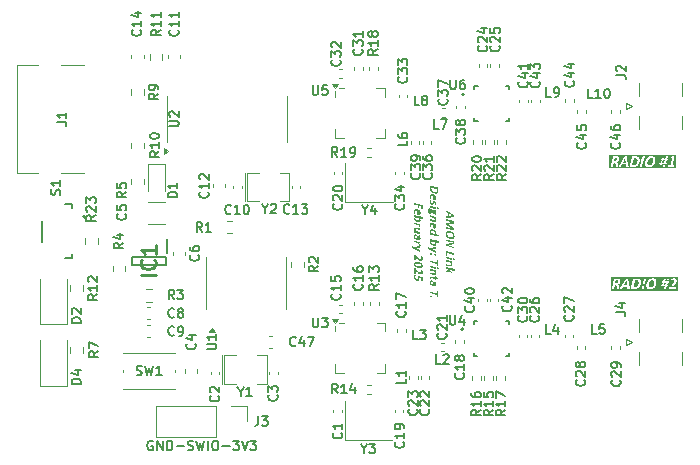
<source format=gbr>
%TF.GenerationSoftware,KiCad,Pcbnew,8.0.0*%
%TF.CreationDate,2025-02-17T15:32:22+01:00*%
%TF.ProjectId,Amon_Link,416d6f6e-5f4c-4696-9e6b-2e6b69636164,rev?*%
%TF.SameCoordinates,Original*%
%TF.FileFunction,Legend,Top*%
%TF.FilePolarity,Positive*%
%FSLAX46Y46*%
G04 Gerber Fmt 4.6, Leading zero omitted, Abs format (unit mm)*
G04 Created by KiCad (PCBNEW 8.0.0) date 2025-02-17 15:32:22*
%MOMM*%
%LPD*%
G01*
G04 APERTURE LIST*
%ADD10C,0.150000*%
%ADD11C,0.160000*%
%ADD12C,0.254000*%
%ADD13C,0.120000*%
%ADD14C,0.200000*%
%ADD15C,0.127000*%
G04 APERTURE END LIST*
D10*
X136344207Y-113051390D02*
X136268017Y-113013295D01*
X136268017Y-113013295D02*
X136153731Y-113013295D01*
X136153731Y-113013295D02*
X136039445Y-113051390D01*
X136039445Y-113051390D02*
X135963255Y-113127580D01*
X135963255Y-113127580D02*
X135925160Y-113203771D01*
X135925160Y-113203771D02*
X135887064Y-113356152D01*
X135887064Y-113356152D02*
X135887064Y-113470438D01*
X135887064Y-113470438D02*
X135925160Y-113622819D01*
X135925160Y-113622819D02*
X135963255Y-113699009D01*
X135963255Y-113699009D02*
X136039445Y-113775200D01*
X136039445Y-113775200D02*
X136153731Y-113813295D01*
X136153731Y-113813295D02*
X136229922Y-113813295D01*
X136229922Y-113813295D02*
X136344207Y-113775200D01*
X136344207Y-113775200D02*
X136382303Y-113737104D01*
X136382303Y-113737104D02*
X136382303Y-113470438D01*
X136382303Y-113470438D02*
X136229922Y-113470438D01*
X136725160Y-113813295D02*
X136725160Y-113013295D01*
X136725160Y-113013295D02*
X137182303Y-113813295D01*
X137182303Y-113813295D02*
X137182303Y-113013295D01*
X137563255Y-113813295D02*
X137563255Y-113013295D01*
X137563255Y-113013295D02*
X137753731Y-113013295D01*
X137753731Y-113013295D02*
X137868017Y-113051390D01*
X137868017Y-113051390D02*
X137944207Y-113127580D01*
X137944207Y-113127580D02*
X137982302Y-113203771D01*
X137982302Y-113203771D02*
X138020398Y-113356152D01*
X138020398Y-113356152D02*
X138020398Y-113470438D01*
X138020398Y-113470438D02*
X137982302Y-113622819D01*
X137982302Y-113622819D02*
X137944207Y-113699009D01*
X137944207Y-113699009D02*
X137868017Y-113775200D01*
X137868017Y-113775200D02*
X137753731Y-113813295D01*
X137753731Y-113813295D02*
X137563255Y-113813295D01*
X138363255Y-113508533D02*
X138972779Y-113508533D01*
X139315635Y-113775200D02*
X139429921Y-113813295D01*
X139429921Y-113813295D02*
X139620397Y-113813295D01*
X139620397Y-113813295D02*
X139696588Y-113775200D01*
X139696588Y-113775200D02*
X139734683Y-113737104D01*
X139734683Y-113737104D02*
X139772778Y-113660914D01*
X139772778Y-113660914D02*
X139772778Y-113584723D01*
X139772778Y-113584723D02*
X139734683Y-113508533D01*
X139734683Y-113508533D02*
X139696588Y-113470438D01*
X139696588Y-113470438D02*
X139620397Y-113432342D01*
X139620397Y-113432342D02*
X139468016Y-113394247D01*
X139468016Y-113394247D02*
X139391826Y-113356152D01*
X139391826Y-113356152D02*
X139353731Y-113318057D01*
X139353731Y-113318057D02*
X139315635Y-113241866D01*
X139315635Y-113241866D02*
X139315635Y-113165676D01*
X139315635Y-113165676D02*
X139353731Y-113089485D01*
X139353731Y-113089485D02*
X139391826Y-113051390D01*
X139391826Y-113051390D02*
X139468016Y-113013295D01*
X139468016Y-113013295D02*
X139658493Y-113013295D01*
X139658493Y-113013295D02*
X139772778Y-113051390D01*
X140039445Y-113013295D02*
X140229921Y-113813295D01*
X140229921Y-113813295D02*
X140382302Y-113241866D01*
X140382302Y-113241866D02*
X140534683Y-113813295D01*
X140534683Y-113813295D02*
X140725160Y-113013295D01*
X141029922Y-113813295D02*
X141029922Y-113013295D01*
X141563255Y-113013295D02*
X141715636Y-113013295D01*
X141715636Y-113013295D02*
X141791826Y-113051390D01*
X141791826Y-113051390D02*
X141868017Y-113127580D01*
X141868017Y-113127580D02*
X141906112Y-113279961D01*
X141906112Y-113279961D02*
X141906112Y-113546628D01*
X141906112Y-113546628D02*
X141868017Y-113699009D01*
X141868017Y-113699009D02*
X141791826Y-113775200D01*
X141791826Y-113775200D02*
X141715636Y-113813295D01*
X141715636Y-113813295D02*
X141563255Y-113813295D01*
X141563255Y-113813295D02*
X141487064Y-113775200D01*
X141487064Y-113775200D02*
X141410874Y-113699009D01*
X141410874Y-113699009D02*
X141372778Y-113546628D01*
X141372778Y-113546628D02*
X141372778Y-113279961D01*
X141372778Y-113279961D02*
X141410874Y-113127580D01*
X141410874Y-113127580D02*
X141487064Y-113051390D01*
X141487064Y-113051390D02*
X141563255Y-113013295D01*
X142248969Y-113508533D02*
X142858493Y-113508533D01*
X143163254Y-113013295D02*
X143658492Y-113013295D01*
X143658492Y-113013295D02*
X143391826Y-113318057D01*
X143391826Y-113318057D02*
X143506111Y-113318057D01*
X143506111Y-113318057D02*
X143582302Y-113356152D01*
X143582302Y-113356152D02*
X143620397Y-113394247D01*
X143620397Y-113394247D02*
X143658492Y-113470438D01*
X143658492Y-113470438D02*
X143658492Y-113660914D01*
X143658492Y-113660914D02*
X143620397Y-113737104D01*
X143620397Y-113737104D02*
X143582302Y-113775200D01*
X143582302Y-113775200D02*
X143506111Y-113813295D01*
X143506111Y-113813295D02*
X143277540Y-113813295D01*
X143277540Y-113813295D02*
X143201349Y-113775200D01*
X143201349Y-113775200D02*
X143163254Y-113737104D01*
X143887064Y-113013295D02*
X144153731Y-113813295D01*
X144153731Y-113813295D02*
X144420397Y-113013295D01*
X144610873Y-113013295D02*
X145106111Y-113013295D01*
X145106111Y-113013295D02*
X144839445Y-113318057D01*
X144839445Y-113318057D02*
X144953730Y-113318057D01*
X144953730Y-113318057D02*
X145029921Y-113356152D01*
X145029921Y-113356152D02*
X145068016Y-113394247D01*
X145068016Y-113394247D02*
X145106111Y-113470438D01*
X145106111Y-113470438D02*
X145106111Y-113660914D01*
X145106111Y-113660914D02*
X145068016Y-113737104D01*
X145068016Y-113737104D02*
X145029921Y-113775200D01*
X145029921Y-113775200D02*
X144953730Y-113813295D01*
X144953730Y-113813295D02*
X144725159Y-113813295D01*
X144725159Y-113813295D02*
X144648968Y-113775200D01*
X144648968Y-113775200D02*
X144610873Y-113737104D01*
D11*
G36*
X178638442Y-99429707D02*
G01*
X178689146Y-99434515D01*
X178737264Y-99451667D01*
X178764994Y-99472352D01*
X178793196Y-99513461D01*
X178806832Y-99560379D01*
X178810048Y-99609448D01*
X178809073Y-99634621D01*
X178803790Y-99684534D01*
X178794905Y-99734256D01*
X178789708Y-99757455D01*
X178776089Y-99806009D01*
X178759246Y-99852226D01*
X178754917Y-99862501D01*
X178731649Y-99907274D01*
X178701116Y-99949434D01*
X178696637Y-99954557D01*
X178659696Y-99988656D01*
X178616852Y-100015136D01*
X178601264Y-100022102D01*
X178553366Y-100035325D01*
X178503279Y-100039316D01*
X178499229Y-100039295D01*
X178447938Y-100034700D01*
X178399232Y-100018311D01*
X178371425Y-99997902D01*
X178343545Y-99956762D01*
X178330480Y-99909134D01*
X178327425Y-99859553D01*
X178328518Y-99833978D01*
X178334084Y-99782884D01*
X178343300Y-99731570D01*
X178347508Y-99712573D01*
X178360680Y-99664688D01*
X178378471Y-99615554D01*
X178382798Y-99605416D01*
X178405999Y-99561285D01*
X178436357Y-99519811D01*
X178440836Y-99514747D01*
X178477777Y-99480901D01*
X178520621Y-99454354D01*
X178536279Y-99447247D01*
X178584311Y-99433757D01*
X178634438Y-99429685D01*
X178638442Y-99429707D01*
G37*
G36*
X175673482Y-99431884D02*
G01*
X175703035Y-99437257D01*
X175722239Y-99444477D01*
X175758234Y-99479511D01*
X175765000Y-99503817D01*
X175762386Y-99553028D01*
X175761170Y-99558339D01*
X175742114Y-99604808D01*
X175739385Y-99609102D01*
X175705478Y-99644863D01*
X175698335Y-99649875D01*
X175652965Y-99670753D01*
X175635487Y-99675122D01*
X175585554Y-99679790D01*
X175495429Y-99679790D01*
X175547452Y-99429685D01*
X175626831Y-99429685D01*
X175673482Y-99431884D01*
G37*
G36*
X176509769Y-99836106D02*
G01*
X176263328Y-99836106D01*
X176465561Y-99454354D01*
X176466294Y-99454354D01*
X176509769Y-99836106D01*
G37*
G36*
X177300875Y-99430475D02*
G01*
X177351822Y-99436795D01*
X177398325Y-99452156D01*
X177435963Y-99477139D01*
X177467201Y-99514926D01*
X177485703Y-99558707D01*
X177493824Y-99609937D01*
X177494416Y-99627248D01*
X177491825Y-99678005D01*
X177483810Y-99728150D01*
X177473738Y-99770313D01*
X177458699Y-99817700D01*
X177438869Y-99864193D01*
X177429629Y-99881894D01*
X177402702Y-99923562D01*
X177369016Y-99961402D01*
X177358498Y-99970867D01*
X177318560Y-99999183D01*
X177273761Y-100020020D01*
X177249353Y-100027539D01*
X177199248Y-100036602D01*
X177147487Y-100039316D01*
X177055408Y-100039316D01*
X177182170Y-99429685D01*
X177271563Y-99429685D01*
X177300875Y-99430475D01*
G37*
G36*
X179754780Y-99820474D02*
G01*
X179605059Y-99820474D01*
X179666608Y-99632896D01*
X179817306Y-99632896D01*
X179754780Y-99820474D01*
G37*
G36*
X180834748Y-100306742D02*
G01*
X175109789Y-100306742D01*
X175109789Y-100151179D01*
X175220900Y-100151179D01*
X175222365Y-100163635D01*
X175234577Y-100172428D01*
X175260711Y-100178046D01*
X175302721Y-100180000D01*
X175346196Y-100178046D01*
X175374040Y-100172672D01*
X175390160Y-100163879D01*
X175397243Y-100151667D01*
X175466120Y-99820474D01*
X175521318Y-99820474D01*
X175569190Y-99829267D01*
X175601919Y-99855157D01*
X175622924Y-99897899D01*
X175625995Y-99907691D01*
X175638311Y-99956273D01*
X175675924Y-100150446D01*
X175679588Y-100164368D01*
X175691556Y-100173649D01*
X175716957Y-100178778D01*
X175761653Y-100180000D01*
X175765812Y-100179995D01*
X175815143Y-100178778D01*
X175845673Y-100173893D01*
X175855844Y-100168032D01*
X175932135Y-100168032D01*
X175954361Y-100178046D01*
X176002233Y-100180000D01*
X176049127Y-100178778D01*
X176077704Y-100173649D01*
X176094068Y-100163391D01*
X176104570Y-100147271D01*
X176195185Y-99976789D01*
X176521493Y-99976789D01*
X176543475Y-100151912D01*
X176547138Y-100166322D01*
X176559351Y-100174870D01*
X176587927Y-100179023D01*
X176591632Y-100179197D01*
X176641172Y-100180000D01*
X176643219Y-100179998D01*
X176693196Y-100178290D01*
X176721284Y-100169497D01*
X176731053Y-100148004D01*
X176729787Y-100122847D01*
X176862212Y-100122847D01*
X176868318Y-100166566D01*
X176902756Y-100180000D01*
X177110362Y-100180000D01*
X177159632Y-100178772D01*
X177212819Y-100174365D01*
X177262679Y-100166751D01*
X177314794Y-100154354D01*
X177323910Y-100151423D01*
X177738311Y-100151423D01*
X177740265Y-100163635D01*
X177752965Y-100172428D01*
X177779099Y-100178046D01*
X177821109Y-100180000D01*
X177864584Y-100178046D01*
X177892428Y-100172428D01*
X177908792Y-100163635D01*
X177915631Y-100151423D01*
X177969407Y-99892846D01*
X178137259Y-99892846D01*
X178138869Y-99943817D01*
X178145483Y-99989781D01*
X178160336Y-100039453D01*
X178185031Y-100085478D01*
X178209329Y-100114561D01*
X178249360Y-100146366D01*
X178293719Y-100168520D01*
X178311732Y-100174874D01*
X178361038Y-100187053D01*
X178410635Y-100193487D01*
X178465178Y-100195631D01*
X178496869Y-100194850D01*
X178551691Y-100189507D01*
X178603653Y-100179102D01*
X178652756Y-100163635D01*
X178678846Y-100152933D01*
X178723435Y-100130122D01*
X178764971Y-100102752D01*
X178803454Y-100070823D01*
X178823549Y-100051097D01*
X178857136Y-100012346D01*
X178887399Y-99969421D01*
X178908891Y-99931849D01*
X179351535Y-99931849D01*
X179367411Y-99945526D01*
X179431158Y-99945526D01*
X179363258Y-100155819D01*
X179361793Y-100166322D01*
X179369853Y-100173893D01*
X179388660Y-100178778D01*
X179421877Y-100180000D01*
X179456559Y-100178778D01*
X179478053Y-100173893D01*
X179490265Y-100165833D01*
X179496127Y-100155819D01*
X179565003Y-99945526D01*
X179715457Y-99945526D01*
X179646092Y-100155819D01*
X179645359Y-100166322D01*
X179652931Y-100173893D01*
X179671737Y-100178778D01*
X179705931Y-100180000D01*
X179739637Y-100178778D01*
X179761374Y-100173893D01*
X179773586Y-100166322D01*
X179779693Y-100155819D01*
X179783360Y-100144584D01*
X180040300Y-100144584D01*
X180045429Y-100167055D01*
X180060816Y-100177313D01*
X180085485Y-100180000D01*
X180585694Y-100180000D01*
X180598395Y-100176336D01*
X180609630Y-100164124D01*
X180619399Y-100142142D01*
X180627704Y-100109413D01*
X180632344Y-100077418D01*
X180630879Y-100055436D01*
X180623552Y-100043224D01*
X180612072Y-100039316D01*
X180269399Y-100039316D01*
X180393963Y-99929162D01*
X180432849Y-99895880D01*
X180473340Y-99860075D01*
X180509618Y-99826652D01*
X180545394Y-99791898D01*
X180573360Y-99762879D01*
X180607027Y-99725121D01*
X180639672Y-99683698D01*
X180644056Y-99677618D01*
X180670629Y-99636498D01*
X180692184Y-99592595D01*
X180705434Y-99555343D01*
X180718074Y-99506622D01*
X180723637Y-99464501D01*
X180720760Y-99414054D01*
X180712483Y-99383463D01*
X180686322Y-99339804D01*
X180656680Y-99313500D01*
X180612316Y-99290956D01*
X180597079Y-99285889D01*
X180549020Y-99276272D01*
X180497278Y-99273370D01*
X180462593Y-99274660D01*
X180412770Y-99281186D01*
X180385085Y-99286992D01*
X180336078Y-99300481D01*
X180323249Y-99304729D01*
X180275994Y-99323928D01*
X180240823Y-99343712D01*
X180226413Y-99357145D01*
X180218353Y-99370334D01*
X180211514Y-99387920D01*
X180205408Y-99413077D01*
X180199302Y-99450690D01*
X180198569Y-99475359D01*
X180202721Y-99488304D01*
X180212247Y-99492212D01*
X180238381Y-99482442D01*
X180281612Y-99460704D01*
X180293170Y-99455585D01*
X180339986Y-99439211D01*
X180363295Y-99433788D01*
X180412282Y-99429685D01*
X180459176Y-99438967D01*
X180488730Y-99464124D01*
X180501674Y-99501737D01*
X180499232Y-99547411D01*
X180498214Y-99552059D01*
X180482623Y-99599434D01*
X180474528Y-99617056D01*
X180449162Y-99659518D01*
X180423517Y-99693773D01*
X180391032Y-99731570D01*
X180374508Y-99749183D01*
X180338921Y-99784063D01*
X180300418Y-99818764D01*
X180114061Y-99991200D01*
X180086950Y-100016845D01*
X180068143Y-100041025D01*
X180054954Y-100068869D01*
X180045185Y-100106727D01*
X180040300Y-100144584D01*
X179783360Y-100144584D01*
X179848325Y-99945526D01*
X179928436Y-99945526D01*
X179939427Y-99942351D01*
X179949930Y-99931849D01*
X179959455Y-99912065D01*
X179967515Y-99882267D01*
X179970446Y-99834640D01*
X179955059Y-99820474D01*
X179889113Y-99820474D01*
X179950907Y-99632896D01*
X180027355Y-99632896D01*
X180038590Y-99629720D01*
X180049092Y-99618974D01*
X180058374Y-99599678D01*
X180066678Y-99570125D01*
X180069609Y-99522254D01*
X180053977Y-99507843D01*
X179989497Y-99507843D01*
X180053733Y-99312937D01*
X180054710Y-99303412D01*
X180047871Y-99295840D01*
X180029553Y-99290711D01*
X179996092Y-99289002D01*
X179960921Y-99290711D01*
X179938695Y-99295840D01*
X179925994Y-99303656D01*
X179919644Y-99313670D01*
X179856385Y-99507843D01*
X179705931Y-99507843D01*
X179771633Y-99312937D01*
X179771877Y-99303412D01*
X179765038Y-99295840D01*
X179746720Y-99290711D01*
X179713258Y-99289002D01*
X179678820Y-99290711D01*
X179656350Y-99295840D01*
X179643161Y-99303412D01*
X179637543Y-99313670D01*
X179573063Y-99507843D01*
X179492463Y-99507843D01*
X179470481Y-99521765D01*
X179469211Y-99523587D01*
X179453140Y-99570614D01*
X179449965Y-99618974D01*
X179465840Y-99632896D01*
X179533740Y-99632896D01*
X179471947Y-99820474D01*
X179394033Y-99820474D01*
X179382309Y-99823893D01*
X179372051Y-99834396D01*
X179362770Y-99853935D01*
X179354466Y-99883733D01*
X179351535Y-99931849D01*
X178908891Y-99931849D01*
X178914340Y-99922323D01*
X178935543Y-99877154D01*
X178953969Y-99829084D01*
X178969615Y-99778113D01*
X178982484Y-99724242D01*
X178990326Y-99681910D01*
X178997257Y-99628833D01*
X179000236Y-99573720D01*
X178998115Y-99523475D01*
X178991010Y-99477983D01*
X178975714Y-99428678D01*
X178950732Y-99382791D01*
X178926415Y-99353746D01*
X178886298Y-99322113D01*
X178841800Y-99300237D01*
X178823886Y-99293940D01*
X178775162Y-99281871D01*
X178726497Y-99275495D01*
X178673272Y-99273370D01*
X178635082Y-99274512D01*
X178586165Y-99279588D01*
X178533870Y-99290151D01*
X178484473Y-99305854D01*
X178458382Y-99316621D01*
X178413794Y-99339487D01*
X178372258Y-99366836D01*
X178333775Y-99398667D01*
X178313820Y-99418228D01*
X178280427Y-99456623D01*
X178250279Y-99499114D01*
X178223377Y-99545701D01*
X178202403Y-99590184D01*
X178184176Y-99637414D01*
X178168697Y-99687392D01*
X178155966Y-99740118D01*
X178146800Y-99790020D01*
X178140045Y-99843387D01*
X178139134Y-99859553D01*
X178137259Y-99892846D01*
X177969407Y-99892846D01*
X178089044Y-99317578D01*
X178087090Y-99305366D01*
X178074633Y-99296573D01*
X178048988Y-99291200D01*
X178006245Y-99289002D01*
X177963747Y-99291200D01*
X177935415Y-99296573D01*
X177918806Y-99305366D01*
X177911723Y-99317578D01*
X177738311Y-100151423D01*
X177323910Y-100151423D01*
X177342182Y-100145548D01*
X177389106Y-100126091D01*
X177432977Y-100101996D01*
X177473796Y-100073265D01*
X177499270Y-100051450D01*
X177534775Y-100014540D01*
X177567036Y-99972607D01*
X177592986Y-99931116D01*
X177599060Y-99920078D01*
X177621485Y-99873161D01*
X177640917Y-99821816D01*
X177655466Y-99773259D01*
X177667725Y-99721311D01*
X177673830Y-99688812D01*
X177680100Y-99639418D01*
X177682008Y-99587681D01*
X177677739Y-99534954D01*
X177668456Y-99491664D01*
X177650185Y-99444317D01*
X177621563Y-99399644D01*
X177591009Y-99367945D01*
X177550291Y-99339191D01*
X177502128Y-99316845D01*
X177467264Y-99305996D01*
X177416704Y-99295963D01*
X177366344Y-99290742D01*
X177310886Y-99289002D01*
X177087892Y-99289002D01*
X177047836Y-99302435D01*
X177023656Y-99346154D01*
X176879575Y-100039316D01*
X176862212Y-100122847D01*
X176729787Y-100122847D01*
X176729099Y-100109169D01*
X176623098Y-99326615D01*
X176617480Y-99306099D01*
X176601116Y-99294863D01*
X176565701Y-99289979D01*
X176552954Y-99289551D01*
X176502442Y-99289002D01*
X176496188Y-99289010D01*
X176447243Y-99289979D01*
X176413782Y-99294863D01*
X176394487Y-99305854D01*
X176381053Y-99324417D01*
X176099600Y-99836106D01*
X175950209Y-100107704D01*
X175932135Y-100146050D01*
X175932135Y-100168032D01*
X175855844Y-100168032D01*
X175860083Y-100165589D01*
X175865457Y-100152889D01*
X175865945Y-100134326D01*
X175860572Y-100096713D01*
X175823203Y-99924033D01*
X175821527Y-99916378D01*
X175808304Y-99868346D01*
X175788764Y-99824382D01*
X175763363Y-99791653D01*
X175731612Y-99768450D01*
X175765527Y-99756364D01*
X175810746Y-99733768D01*
X175836506Y-99716583D01*
X175874249Y-99683210D01*
X175893713Y-99660277D01*
X175920656Y-99617020D01*
X175935288Y-99583039D01*
X175948743Y-99534954D01*
X175954948Y-99490656D01*
X175952896Y-99440432D01*
X175946428Y-99413382D01*
X175923342Y-99369113D01*
X175903994Y-99348047D01*
X175862282Y-99320265D01*
X175820943Y-99304267D01*
X175773133Y-99293886D01*
X175733566Y-99290467D01*
X175726462Y-99290045D01*
X175677390Y-99289002D01*
X175452442Y-99289002D01*
X175412386Y-99302435D01*
X175388206Y-99345910D01*
X175318838Y-99679790D01*
X175220900Y-100151179D01*
X175109789Y-100151179D01*
X175109789Y-99162259D01*
X180834748Y-99162259D01*
X180834748Y-100306742D01*
G37*
G36*
X178538442Y-89079707D02*
G01*
X178589146Y-89084515D01*
X178637264Y-89101667D01*
X178664994Y-89122352D01*
X178693196Y-89163461D01*
X178706832Y-89210379D01*
X178710048Y-89259448D01*
X178709073Y-89284621D01*
X178703790Y-89334534D01*
X178694905Y-89384256D01*
X178689708Y-89407455D01*
X178676089Y-89456009D01*
X178659246Y-89502226D01*
X178654917Y-89512501D01*
X178631649Y-89557274D01*
X178601116Y-89599434D01*
X178596637Y-89604557D01*
X178559696Y-89638656D01*
X178516852Y-89665136D01*
X178501264Y-89672102D01*
X178453366Y-89685325D01*
X178403279Y-89689316D01*
X178399229Y-89689295D01*
X178347938Y-89684700D01*
X178299232Y-89668311D01*
X178271425Y-89647902D01*
X178243545Y-89606762D01*
X178230480Y-89559134D01*
X178227425Y-89509553D01*
X178228518Y-89483978D01*
X178234084Y-89432884D01*
X178243300Y-89381570D01*
X178247508Y-89362573D01*
X178260680Y-89314688D01*
X178278471Y-89265554D01*
X178282798Y-89255416D01*
X178305999Y-89211285D01*
X178336357Y-89169811D01*
X178340836Y-89164747D01*
X178377777Y-89130901D01*
X178420621Y-89104354D01*
X178436279Y-89097247D01*
X178484311Y-89083757D01*
X178534438Y-89079685D01*
X178538442Y-89079707D01*
G37*
G36*
X175573482Y-89081884D02*
G01*
X175603035Y-89087257D01*
X175622239Y-89094477D01*
X175658234Y-89129511D01*
X175665000Y-89153817D01*
X175662386Y-89203028D01*
X175661170Y-89208339D01*
X175642114Y-89254808D01*
X175639385Y-89259102D01*
X175605478Y-89294863D01*
X175598335Y-89299875D01*
X175552965Y-89320753D01*
X175535487Y-89325122D01*
X175485554Y-89329790D01*
X175395429Y-89329790D01*
X175447452Y-89079685D01*
X175526831Y-89079685D01*
X175573482Y-89081884D01*
G37*
G36*
X176409769Y-89486106D02*
G01*
X176163328Y-89486106D01*
X176365561Y-89104354D01*
X176366294Y-89104354D01*
X176409769Y-89486106D01*
G37*
G36*
X177200875Y-89080475D02*
G01*
X177251822Y-89086795D01*
X177298325Y-89102156D01*
X177335963Y-89127139D01*
X177367201Y-89164926D01*
X177385703Y-89208707D01*
X177393824Y-89259937D01*
X177394416Y-89277248D01*
X177391825Y-89328005D01*
X177383810Y-89378150D01*
X177373738Y-89420313D01*
X177358699Y-89467700D01*
X177338869Y-89514193D01*
X177329629Y-89531894D01*
X177302702Y-89573562D01*
X177269016Y-89611402D01*
X177258498Y-89620867D01*
X177218560Y-89649183D01*
X177173761Y-89670020D01*
X177149353Y-89677539D01*
X177099248Y-89686602D01*
X177047487Y-89689316D01*
X176955408Y-89689316D01*
X177082170Y-89079685D01*
X177171563Y-89079685D01*
X177200875Y-89080475D01*
G37*
G36*
X179654780Y-89470474D02*
G01*
X179505059Y-89470474D01*
X179566608Y-89282896D01*
X179717306Y-89282896D01*
X179654780Y-89470474D01*
G37*
G36*
X180635640Y-89956742D02*
G01*
X175009789Y-89956742D01*
X175009789Y-89801179D01*
X175120900Y-89801179D01*
X175122365Y-89813635D01*
X175134577Y-89822428D01*
X175160711Y-89828046D01*
X175202721Y-89830000D01*
X175246196Y-89828046D01*
X175274040Y-89822672D01*
X175290160Y-89813879D01*
X175297243Y-89801667D01*
X175366120Y-89470474D01*
X175421318Y-89470474D01*
X175469190Y-89479267D01*
X175501919Y-89505157D01*
X175522924Y-89547899D01*
X175525995Y-89557691D01*
X175538311Y-89606273D01*
X175575924Y-89800446D01*
X175579588Y-89814368D01*
X175591556Y-89823649D01*
X175616957Y-89828778D01*
X175661653Y-89830000D01*
X175665812Y-89829995D01*
X175715143Y-89828778D01*
X175745673Y-89823893D01*
X175755844Y-89818032D01*
X175832135Y-89818032D01*
X175854361Y-89828046D01*
X175902233Y-89830000D01*
X175949127Y-89828778D01*
X175977704Y-89823649D01*
X175994068Y-89813391D01*
X176004570Y-89797271D01*
X176095185Y-89626789D01*
X176421493Y-89626789D01*
X176443475Y-89801912D01*
X176447138Y-89816322D01*
X176459351Y-89824870D01*
X176487927Y-89829023D01*
X176491632Y-89829197D01*
X176541172Y-89830000D01*
X176543219Y-89829998D01*
X176593196Y-89828290D01*
X176621284Y-89819497D01*
X176631053Y-89798004D01*
X176629787Y-89772847D01*
X176762212Y-89772847D01*
X176768318Y-89816566D01*
X176802756Y-89830000D01*
X177010362Y-89830000D01*
X177059632Y-89828772D01*
X177112819Y-89824365D01*
X177162679Y-89816751D01*
X177214794Y-89804354D01*
X177223910Y-89801423D01*
X177638311Y-89801423D01*
X177640265Y-89813635D01*
X177652965Y-89822428D01*
X177679099Y-89828046D01*
X177721109Y-89830000D01*
X177764584Y-89828046D01*
X177792428Y-89822428D01*
X177808792Y-89813635D01*
X177815631Y-89801423D01*
X177869407Y-89542846D01*
X178037259Y-89542846D01*
X178038869Y-89593817D01*
X178045483Y-89639781D01*
X178060336Y-89689453D01*
X178085031Y-89735478D01*
X178109329Y-89764561D01*
X178149360Y-89796366D01*
X178193719Y-89818520D01*
X178211732Y-89824874D01*
X178261038Y-89837053D01*
X178310635Y-89843487D01*
X178365178Y-89845631D01*
X178396869Y-89844850D01*
X178451691Y-89839507D01*
X178503653Y-89829102D01*
X178552756Y-89813635D01*
X178578846Y-89802933D01*
X178623435Y-89780122D01*
X178664971Y-89752752D01*
X178703454Y-89720823D01*
X178723549Y-89701097D01*
X178757136Y-89662346D01*
X178787399Y-89619421D01*
X178808891Y-89581849D01*
X179251535Y-89581849D01*
X179267411Y-89595526D01*
X179331158Y-89595526D01*
X179263258Y-89805819D01*
X179261793Y-89816322D01*
X179269853Y-89823893D01*
X179288660Y-89828778D01*
X179321877Y-89830000D01*
X179356559Y-89828778D01*
X179378053Y-89823893D01*
X179390265Y-89815833D01*
X179396127Y-89805819D01*
X179465003Y-89595526D01*
X179615457Y-89595526D01*
X179546092Y-89805819D01*
X179545359Y-89816322D01*
X179552931Y-89823893D01*
X179571737Y-89828778D01*
X179605931Y-89830000D01*
X179639637Y-89828778D01*
X179661374Y-89823893D01*
X179673586Y-89816322D01*
X179679693Y-89805819D01*
X179683679Y-89793607D01*
X179981821Y-89793607D01*
X179983042Y-89815101D01*
X179989148Y-89826580D01*
X179998429Y-89830000D01*
X180478122Y-89830000D01*
X180489602Y-89826580D01*
X180500349Y-89815101D01*
X180510362Y-89793607D01*
X180519399Y-89760635D01*
X180524529Y-89727173D01*
X180523796Y-89705191D01*
X180517690Y-89693224D01*
X180507187Y-89689316D01*
X180365526Y-89689316D01*
X180516957Y-88960251D01*
X180516469Y-88949993D01*
X180507187Y-88943398D01*
X180483984Y-88939979D01*
X180442951Y-88939002D01*
X180408757Y-88939490D01*
X180387264Y-88940711D01*
X180373586Y-88943398D01*
X180364549Y-88947794D01*
X180152547Y-89068450D01*
X180137648Y-89078464D01*
X180127878Y-89090676D01*
X180120795Y-89108506D01*
X180114689Y-89134884D01*
X180108339Y-89174452D01*
X180112002Y-89194235D01*
X180126413Y-89198387D01*
X180153768Y-89189106D01*
X180309595Y-89110949D01*
X180189427Y-89689316D01*
X180027739Y-89689316D01*
X180016015Y-89693224D01*
X180005024Y-89705191D01*
X179995254Y-89727173D01*
X179986706Y-89760635D01*
X179981821Y-89793607D01*
X179683679Y-89793607D01*
X179748325Y-89595526D01*
X179828436Y-89595526D01*
X179839427Y-89592351D01*
X179849930Y-89581849D01*
X179859455Y-89562065D01*
X179867515Y-89532267D01*
X179870446Y-89484640D01*
X179855059Y-89470474D01*
X179789113Y-89470474D01*
X179850907Y-89282896D01*
X179927355Y-89282896D01*
X179938590Y-89279720D01*
X179949092Y-89268974D01*
X179958374Y-89249678D01*
X179966678Y-89220125D01*
X179969609Y-89172254D01*
X179953977Y-89157843D01*
X179889497Y-89157843D01*
X179953733Y-88962937D01*
X179954710Y-88953412D01*
X179947871Y-88945840D01*
X179929553Y-88940711D01*
X179896092Y-88939002D01*
X179860921Y-88940711D01*
X179838695Y-88945840D01*
X179825994Y-88953656D01*
X179819644Y-88963670D01*
X179756385Y-89157843D01*
X179605931Y-89157843D01*
X179671633Y-88962937D01*
X179671877Y-88953412D01*
X179665038Y-88945840D01*
X179646720Y-88940711D01*
X179613258Y-88939002D01*
X179578820Y-88940711D01*
X179556350Y-88945840D01*
X179543161Y-88953412D01*
X179537543Y-88963670D01*
X179473063Y-89157843D01*
X179392463Y-89157843D01*
X179370481Y-89171765D01*
X179369211Y-89173587D01*
X179353140Y-89220614D01*
X179349965Y-89268974D01*
X179365840Y-89282896D01*
X179433740Y-89282896D01*
X179371947Y-89470474D01*
X179294033Y-89470474D01*
X179282309Y-89473893D01*
X179272051Y-89484396D01*
X179262770Y-89503935D01*
X179254466Y-89533733D01*
X179251535Y-89581849D01*
X178808891Y-89581849D01*
X178814340Y-89572323D01*
X178835543Y-89527154D01*
X178853969Y-89479084D01*
X178869615Y-89428113D01*
X178882484Y-89374242D01*
X178890326Y-89331910D01*
X178897257Y-89278833D01*
X178900236Y-89223720D01*
X178898115Y-89173475D01*
X178891010Y-89127983D01*
X178875714Y-89078678D01*
X178850732Y-89032791D01*
X178826415Y-89003746D01*
X178786298Y-88972113D01*
X178741800Y-88950237D01*
X178723886Y-88943940D01*
X178675162Y-88931871D01*
X178626497Y-88925495D01*
X178573272Y-88923370D01*
X178535082Y-88924512D01*
X178486165Y-88929588D01*
X178433870Y-88940151D01*
X178384473Y-88955854D01*
X178358382Y-88966621D01*
X178313794Y-88989487D01*
X178272258Y-89016836D01*
X178233775Y-89048667D01*
X178213820Y-89068228D01*
X178180427Y-89106623D01*
X178150279Y-89149114D01*
X178123377Y-89195701D01*
X178102403Y-89240184D01*
X178084176Y-89287414D01*
X178068697Y-89337392D01*
X178055966Y-89390118D01*
X178046800Y-89440020D01*
X178040045Y-89493387D01*
X178039134Y-89509553D01*
X178037259Y-89542846D01*
X177869407Y-89542846D01*
X177989044Y-88967578D01*
X177987090Y-88955366D01*
X177974633Y-88946573D01*
X177948988Y-88941200D01*
X177906245Y-88939002D01*
X177863747Y-88941200D01*
X177835415Y-88946573D01*
X177818806Y-88955366D01*
X177811723Y-88967578D01*
X177638311Y-89801423D01*
X177223910Y-89801423D01*
X177242182Y-89795548D01*
X177289106Y-89776091D01*
X177332977Y-89751996D01*
X177373796Y-89723265D01*
X177399270Y-89701450D01*
X177434775Y-89664540D01*
X177467036Y-89622607D01*
X177492986Y-89581116D01*
X177499060Y-89570078D01*
X177521485Y-89523161D01*
X177540917Y-89471816D01*
X177555466Y-89423259D01*
X177567725Y-89371311D01*
X177573830Y-89338812D01*
X177580100Y-89289418D01*
X177582008Y-89237681D01*
X177577739Y-89184954D01*
X177568456Y-89141664D01*
X177550185Y-89094317D01*
X177521563Y-89049644D01*
X177491009Y-89017945D01*
X177450291Y-88989191D01*
X177402128Y-88966845D01*
X177367264Y-88955996D01*
X177316704Y-88945963D01*
X177266344Y-88940742D01*
X177210886Y-88939002D01*
X176987892Y-88939002D01*
X176947836Y-88952435D01*
X176923656Y-88996154D01*
X176779575Y-89689316D01*
X176762212Y-89772847D01*
X176629787Y-89772847D01*
X176629099Y-89759169D01*
X176523098Y-88976615D01*
X176517480Y-88956099D01*
X176501116Y-88944863D01*
X176465701Y-88939979D01*
X176452954Y-88939551D01*
X176402442Y-88939002D01*
X176396188Y-88939010D01*
X176347243Y-88939979D01*
X176313782Y-88944863D01*
X176294487Y-88955854D01*
X176281053Y-88974417D01*
X175999600Y-89486106D01*
X175850209Y-89757704D01*
X175832135Y-89796050D01*
X175832135Y-89818032D01*
X175755844Y-89818032D01*
X175760083Y-89815589D01*
X175765457Y-89802889D01*
X175765945Y-89784326D01*
X175760572Y-89746713D01*
X175723203Y-89574033D01*
X175721527Y-89566378D01*
X175708304Y-89518346D01*
X175688764Y-89474382D01*
X175663363Y-89441653D01*
X175631612Y-89418450D01*
X175665527Y-89406364D01*
X175710746Y-89383768D01*
X175736506Y-89366583D01*
X175774249Y-89333210D01*
X175793713Y-89310277D01*
X175820656Y-89267020D01*
X175835288Y-89233039D01*
X175848743Y-89184954D01*
X175854948Y-89140656D01*
X175852896Y-89090432D01*
X175846428Y-89063382D01*
X175823342Y-89019113D01*
X175803994Y-88998047D01*
X175762282Y-88970265D01*
X175720943Y-88954267D01*
X175673133Y-88943886D01*
X175633566Y-88940467D01*
X175626462Y-88940045D01*
X175577390Y-88939002D01*
X175352442Y-88939002D01*
X175312386Y-88952435D01*
X175288206Y-88995910D01*
X175218838Y-89329790D01*
X175120900Y-89801179D01*
X175009789Y-89801179D01*
X175009789Y-88812259D01*
X180635640Y-88812259D01*
X180635640Y-89956742D01*
G37*
G36*
X161232304Y-93535632D02*
G01*
X161858934Y-93880308D01*
X161873784Y-93891055D01*
X161882576Y-93906491D01*
X161886484Y-93933260D01*
X161887259Y-93972416D01*
X161887266Y-93977419D01*
X161886826Y-94017829D01*
X161886484Y-94028026D01*
X161882576Y-94056358D01*
X161873588Y-94069450D01*
X161857175Y-94073944D01*
X161231132Y-94158745D01*
X161200064Y-94160308D01*
X161182869Y-94152492D01*
X161175835Y-94130022D01*
X161174469Y-94090041D01*
X161174468Y-94088403D01*
X161175109Y-94048771D01*
X161175249Y-94045807D01*
X161178571Y-94022946D01*
X161185410Y-94013176D01*
X161196938Y-94010245D01*
X161337036Y-93992660D01*
X161337036Y-93786128D01*
X161449583Y-93786128D01*
X161449583Y-93983281D01*
X161754984Y-93948501D01*
X161754984Y-93947914D01*
X161449583Y-93786128D01*
X161337036Y-93786128D01*
X161337036Y-93731613D01*
X161200650Y-93659122D01*
X161187754Y-93650720D01*
X161179548Y-93637628D01*
X161175444Y-93614767D01*
X161174468Y-93577251D01*
X161176031Y-93538954D01*
X161184042Y-93521173D01*
X161201627Y-93521173D01*
X161232304Y-93535632D01*
G37*
G36*
X161197524Y-95071236D02*
G01*
X161187559Y-95065960D01*
X161180525Y-95053846D01*
X161176031Y-95032353D01*
X161174468Y-94999136D01*
X161176031Y-94967091D01*
X161180525Y-94947552D01*
X161187559Y-94938368D01*
X161197524Y-94937391D01*
X161774719Y-95057363D01*
X161774719Y-95056191D01*
X161198110Y-94734572D01*
X161186191Y-94724997D01*
X161178766Y-94710343D01*
X161175249Y-94688459D01*
X161174468Y-94657196D01*
X161175835Y-94626128D01*
X161180134Y-94605807D01*
X161187559Y-94594279D01*
X161198110Y-94590175D01*
X161774719Y-94515535D01*
X161774719Y-94514362D01*
X161197524Y-94394390D01*
X161187559Y-94389310D01*
X161180525Y-94376805D01*
X161176031Y-94355311D01*
X161174468Y-94322485D01*
X161176031Y-94290441D01*
X161180525Y-94270706D01*
X161187559Y-94261327D01*
X161197524Y-94260545D01*
X161829625Y-94391850D01*
X161865293Y-94408165D01*
X161872416Y-94415298D01*
X161887135Y-94452467D01*
X161887266Y-94456917D01*
X161887266Y-94549533D01*
X161883659Y-94589021D01*
X161883163Y-94591152D01*
X161869485Y-94618898D01*
X161844279Y-94635116D01*
X161805591Y-94642346D01*
X161382758Y-94704872D01*
X161382758Y-94707021D01*
X161804419Y-94950482D01*
X161838180Y-94970318D01*
X161843302Y-94973930D01*
X161869094Y-94998745D01*
X161883163Y-95027663D01*
X161887266Y-95063420D01*
X161887266Y-95158382D01*
X161883358Y-95182611D01*
X161872220Y-95197461D01*
X161854049Y-95204104D01*
X161829625Y-95202541D01*
X161197524Y-95071236D01*
G37*
G36*
X161443757Y-95261709D02*
G01*
X161486451Y-95267113D01*
X161526373Y-95274446D01*
X161568553Y-95284631D01*
X161608536Y-95297014D01*
X161646320Y-95311596D01*
X161681906Y-95328375D01*
X161719176Y-95349897D01*
X161753169Y-95374015D01*
X161783885Y-95400730D01*
X161799534Y-95416693D01*
X161824998Y-95447480D01*
X161846877Y-95480708D01*
X161865170Y-95516379D01*
X161873784Y-95537251D01*
X161886346Y-95576769D01*
X161894797Y-95618605D01*
X161898857Y-95657739D01*
X161899771Y-95688291D01*
X161898071Y-95730871D01*
X161892970Y-95769803D01*
X161883315Y-95808782D01*
X161878278Y-95823113D01*
X161860777Y-95858712D01*
X161835470Y-95890805D01*
X161812234Y-95910259D01*
X161775525Y-95930244D01*
X161736081Y-95942481D01*
X161699687Y-95948166D01*
X161659491Y-95949862D01*
X161615401Y-95947479D01*
X161572939Y-95941934D01*
X161539073Y-95935660D01*
X161495977Y-95925366D01*
X161455200Y-95912848D01*
X161416744Y-95898108D01*
X161380608Y-95881145D01*
X161342930Y-95859593D01*
X161308590Y-95835382D01*
X161277589Y-95808513D01*
X161261809Y-95792436D01*
X161236265Y-95761650D01*
X161214369Y-95728421D01*
X161196121Y-95692750D01*
X161187559Y-95671878D01*
X161175186Y-95632596D01*
X161166862Y-95591026D01*
X161163087Y-95552297D01*
X161287015Y-95552297D01*
X161290207Y-95592366D01*
X161300786Y-95630684D01*
X161306359Y-95643155D01*
X161327542Y-95677430D01*
X161354822Y-95706983D01*
X161358920Y-95710566D01*
X161392648Y-95734992D01*
X161428466Y-95753607D01*
X161436687Y-95757070D01*
X161473660Y-95770545D01*
X161512503Y-95781439D01*
X161531062Y-95785598D01*
X161570840Y-95792705D01*
X161610770Y-95796932D01*
X161630909Y-95797712D01*
X161670164Y-95795139D01*
X161707698Y-95784230D01*
X161740585Y-95761668D01*
X161757133Y-95739485D01*
X161770855Y-95700990D01*
X161774702Y-95660427D01*
X161774719Y-95657224D01*
X161771462Y-95617122D01*
X161760669Y-95578697D01*
X161754984Y-95566170D01*
X161733746Y-95531895D01*
X161706670Y-95502342D01*
X161702618Y-95498759D01*
X161669439Y-95474473D01*
X161634134Y-95455912D01*
X161626024Y-95452450D01*
X161586717Y-95438217D01*
X161548409Y-95427680D01*
X161533211Y-95424314D01*
X161492160Y-95416941D01*
X161451285Y-95412488D01*
X161430825Y-95411613D01*
X161391160Y-95414057D01*
X161353058Y-95424509D01*
X161320146Y-95446813D01*
X161303819Y-95469059D01*
X161290707Y-95508024D01*
X161287031Y-95549057D01*
X161287015Y-95552297D01*
X161163087Y-95552297D01*
X161162587Y-95547169D01*
X161161962Y-95521815D01*
X161163678Y-95478181D01*
X161168825Y-95438504D01*
X161178568Y-95399059D01*
X161183651Y-95384649D01*
X161201375Y-95349161D01*
X161226819Y-95317137D01*
X161250085Y-95297698D01*
X161286905Y-95277942D01*
X161326642Y-95266060D01*
X161363414Y-95260769D01*
X161404190Y-95259481D01*
X161443757Y-95261709D01*
G37*
G36*
X161226052Y-96575967D02*
G01*
X161203386Y-96566784D01*
X161186973Y-96551739D01*
X161177398Y-96532590D01*
X161174468Y-96511878D01*
X161174468Y-96451697D01*
X161178375Y-96420043D01*
X161192835Y-96397768D01*
X161221167Y-96381355D01*
X161259292Y-96369345D01*
X161268061Y-96367091D01*
X161613714Y-96265486D01*
X161652028Y-96255414D01*
X161680148Y-96248682D01*
X161719756Y-96240473D01*
X161749708Y-96235200D01*
X161749708Y-96234223D01*
X161708773Y-96227531D01*
X161668033Y-96220350D01*
X161629373Y-96213186D01*
X161589597Y-96205249D01*
X161584209Y-96204132D01*
X161198892Y-96124020D01*
X161188731Y-96118745D01*
X161180916Y-96107021D01*
X161176031Y-96086505D01*
X161174468Y-96054460D01*
X161176031Y-96023588D01*
X161180720Y-96005221D01*
X161188145Y-95997014D01*
X161198110Y-95996428D01*
X161835682Y-96129101D01*
X161870944Y-96147608D01*
X161874370Y-96151766D01*
X161887253Y-96189322D01*
X161887266Y-96190650D01*
X161887266Y-96266463D01*
X161883749Y-96300071D01*
X161872025Y-96322736D01*
X161849164Y-96338759D01*
X161813407Y-96351069D01*
X161554509Y-96432743D01*
X161516794Y-96444045D01*
X161508201Y-96446616D01*
X161469952Y-96457601D01*
X161462869Y-96459512D01*
X161423803Y-96469664D01*
X161418320Y-96471041D01*
X161380022Y-96480658D01*
X161374551Y-96481983D01*
X161374551Y-96482569D01*
X161413484Y-96489066D01*
X161454077Y-96496442D01*
X161494523Y-96504355D01*
X161533016Y-96512074D01*
X161863819Y-96580852D01*
X161873588Y-96586323D01*
X161881209Y-96598829D01*
X161885898Y-96619540D01*
X161887266Y-96651390D01*
X161885898Y-96681871D01*
X161881209Y-96699847D01*
X161873393Y-96707663D01*
X161863623Y-96708445D01*
X161226052Y-96575967D01*
G37*
G36*
X161237775Y-97377866D02*
G01*
X161208661Y-97370441D01*
X161189122Y-97362429D01*
X161177789Y-97353246D01*
X161174468Y-97343281D01*
X161174468Y-97024593D01*
X161185019Y-96997042D01*
X161219994Y-96991962D01*
X161864209Y-97126002D01*
X161873979Y-97131669D01*
X161881209Y-97144760D01*
X161885507Y-97167231D01*
X161887266Y-97201620D01*
X161885507Y-97235814D01*
X161881209Y-97256330D01*
X161874174Y-97266295D01*
X161864405Y-97267859D01*
X161299520Y-97150427D01*
X161299520Y-97369268D01*
X161296394Y-97377866D01*
X161286038Y-97382555D01*
X161266889Y-97382555D01*
X161237775Y-97377866D01*
G37*
G36*
X161196156Y-97588110D02*
G01*
X161186582Y-97582834D01*
X161179743Y-97570524D01*
X161175835Y-97548836D01*
X161174468Y-97515814D01*
X161175835Y-97483183D01*
X161179743Y-97463448D01*
X161186582Y-97453874D01*
X161196156Y-97452506D01*
X161677022Y-97552548D01*
X161686401Y-97557824D01*
X161693435Y-97570134D01*
X161697929Y-97591822D01*
X161699687Y-97625039D01*
X161697929Y-97657475D01*
X161693435Y-97677210D01*
X161686401Y-97686784D01*
X161677022Y-97688152D01*
X161196156Y-97588110D01*
G37*
G36*
X161850922Y-97734656D02*
G01*
X161812541Y-97721962D01*
X161791132Y-97705542D01*
X161776658Y-97668356D01*
X161774719Y-97640280D01*
X161779186Y-97601020D01*
X161790546Y-97581857D01*
X161831084Y-97575198D01*
X161847992Y-97577949D01*
X161886428Y-97590587D01*
X161907978Y-97606868D01*
X161922796Y-97644050D01*
X161924782Y-97672325D01*
X161920204Y-97711183D01*
X161908564Y-97730357D01*
X161870059Y-97737611D01*
X161850922Y-97734656D01*
G37*
G36*
X161196156Y-98185821D02*
G01*
X161186582Y-98180545D01*
X161179939Y-98168431D01*
X161175835Y-98146742D01*
X161174468Y-98114111D01*
X161175835Y-98081285D01*
X161179743Y-98061550D01*
X161186387Y-98052171D01*
X161195961Y-98050803D01*
X161468731Y-98107468D01*
X161507901Y-98113422D01*
X161523246Y-98113720D01*
X161557245Y-98105905D01*
X161579324Y-98085584D01*
X161587140Y-98051585D01*
X161577450Y-98012007D01*
X161568382Y-97995311D01*
X161545326Y-97963658D01*
X161518099Y-97933717D01*
X161513672Y-97929268D01*
X161195961Y-97863225D01*
X161186387Y-97857949D01*
X161179743Y-97845639D01*
X161175835Y-97823951D01*
X161174468Y-97790929D01*
X161175835Y-97758298D01*
X161179743Y-97738563D01*
X161186582Y-97728989D01*
X161196156Y-97727621D01*
X161677999Y-97827859D01*
X161687573Y-97832548D01*
X161694216Y-97843490D01*
X161698320Y-97862443D01*
X161699687Y-97890580D01*
X161698320Y-97918717D01*
X161694216Y-97935325D01*
X161687573Y-97942750D01*
X161678194Y-97943532D01*
X161622507Y-97932004D01*
X161648297Y-97962248D01*
X161671642Y-97994855D01*
X161689722Y-98026770D01*
X161704271Y-98063852D01*
X161711644Y-98103282D01*
X161712193Y-98117238D01*
X161709051Y-98156427D01*
X161696789Y-98194461D01*
X161695779Y-98196372D01*
X161670851Y-98228200D01*
X161651425Y-98241508D01*
X161612758Y-98254804D01*
X161585968Y-98257726D01*
X161544691Y-98256016D01*
X161505614Y-98250095D01*
X161495891Y-98248152D01*
X161196156Y-98185821D01*
G37*
G36*
X161195570Y-98774153D02*
G01*
X161185996Y-98769268D01*
X161179548Y-98757154D01*
X161175835Y-98735270D01*
X161174468Y-98699903D01*
X161175444Y-98664342D01*
X161178962Y-98642457D01*
X161185800Y-98630148D01*
X161197133Y-98623895D01*
X161451146Y-98517210D01*
X161196156Y-98464258D01*
X161186582Y-98458982D01*
X161179743Y-98446672D01*
X161175835Y-98424984D01*
X161174468Y-98391962D01*
X161175835Y-98359331D01*
X161179939Y-98339596D01*
X161186777Y-98330022D01*
X161196352Y-98328654D01*
X161913839Y-98477935D01*
X161923609Y-98483211D01*
X161931034Y-98495716D01*
X161935528Y-98517405D01*
X161937287Y-98550622D01*
X161935528Y-98583057D01*
X161930839Y-98602792D01*
X161923414Y-98612171D01*
X161913644Y-98613344D01*
X161483581Y-98524048D01*
X161675458Y-98705960D01*
X161686791Y-98717880D01*
X161694216Y-98733706D01*
X161698320Y-98756568D01*
X161699687Y-98790371D01*
X161698320Y-98823588D01*
X161694216Y-98844690D01*
X161687573Y-98854851D01*
X161677608Y-98856023D01*
X161660218Y-98848403D01*
X161640874Y-98832381D01*
X161480846Y-98658870D01*
X161228592Y-98768877D01*
X161209834Y-98774153D01*
X161195570Y-98774153D01*
G37*
G36*
X160497544Y-91568207D02*
G01*
X160532519Y-91587551D01*
X160543266Y-91619596D01*
X160543266Y-91797991D01*
X160541874Y-91842358D01*
X160537697Y-91882646D01*
X160529670Y-91923094D01*
X160520991Y-91950985D01*
X160503114Y-91989515D01*
X160480111Y-92022089D01*
X160454752Y-92046533D01*
X160419013Y-92069430D01*
X160381136Y-92084048D01*
X160346504Y-92091473D01*
X160304322Y-92094889D01*
X160262933Y-92093362D01*
X160223417Y-92088346D01*
X160197418Y-92083462D01*
X160155860Y-92073655D01*
X160117014Y-92062016D01*
X160075938Y-92046470D01*
X160038404Y-92028530D01*
X160029574Y-92023671D01*
X159996382Y-92002911D01*
X159962835Y-91977103D01*
X159933307Y-91948698D01*
X159915855Y-91928319D01*
X159892870Y-91895664D01*
X159873595Y-91860567D01*
X159858029Y-91823028D01*
X159850984Y-91801117D01*
X159841066Y-91759426D01*
X159834975Y-91719538D01*
X159831449Y-91676988D01*
X159830468Y-91637572D01*
X159830468Y-91593609D01*
X159943015Y-91593609D01*
X159943015Y-91667272D01*
X159945185Y-91708681D01*
X159952436Y-91748765D01*
X159958451Y-91768291D01*
X159975120Y-91804131D01*
X159997774Y-91836081D01*
X160005345Y-91844495D01*
X160035618Y-91871444D01*
X160068952Y-91892986D01*
X160083112Y-91900378D01*
X160120307Y-91916241D01*
X160158217Y-91928273D01*
X160191947Y-91936330D01*
X160232063Y-91942743D01*
X160272668Y-91944816D01*
X160286518Y-91944341D01*
X160327502Y-91937845D01*
X160362526Y-91923043D01*
X160392756Y-91898053D01*
X160412742Y-91867942D01*
X160425031Y-91830740D01*
X160430087Y-91789982D01*
X160430719Y-91766533D01*
X160430719Y-91695018D01*
X159943015Y-91593609D01*
X159830468Y-91593609D01*
X159830468Y-91471487D01*
X159841214Y-91443937D01*
X159876190Y-91439052D01*
X160497544Y-91568207D01*
G37*
G36*
X160050514Y-92146154D02*
G01*
X160087606Y-92152632D01*
X160127013Y-92162432D01*
X160167452Y-92176386D01*
X160204843Y-92193665D01*
X160238951Y-92213968D01*
X160271841Y-92239224D01*
X160293552Y-92260294D01*
X160318391Y-92291178D01*
X160338395Y-92324921D01*
X160349044Y-92349003D01*
X160360713Y-92387242D01*
X160366996Y-92427515D01*
X160368193Y-92455493D01*
X160365637Y-92497753D01*
X160357101Y-92536713D01*
X160350021Y-92554753D01*
X160328332Y-92589094D01*
X160299609Y-92614348D01*
X160261990Y-92631709D01*
X160223210Y-92638968D01*
X160183112Y-92639449D01*
X160143266Y-92634939D01*
X160127271Y-92631934D01*
X160105192Y-92627244D01*
X160069242Y-92610140D01*
X160067676Y-92608487D01*
X160055562Y-92575465D01*
X160055562Y-92301913D01*
X160143098Y-92301913D01*
X160143098Y-92504146D01*
X160183371Y-92509889D01*
X160223743Y-92504780D01*
X160234738Y-92500043D01*
X160261755Y-92469845D01*
X160268151Y-92431655D01*
X160261572Y-92392709D01*
X160258186Y-92384565D01*
X160235703Y-92351375D01*
X160231612Y-92347244D01*
X160198943Y-92323406D01*
X160191947Y-92319694D01*
X160154318Y-92304968D01*
X160143098Y-92301913D01*
X160055562Y-92301913D01*
X160055562Y-92283741D01*
X160016713Y-92278640D01*
X159998311Y-92278856D01*
X159960542Y-92289387D01*
X159954738Y-92292925D01*
X159929217Y-92323869D01*
X159927383Y-92328096D01*
X159918746Y-92367476D01*
X159918004Y-92386128D01*
X159920071Y-92425671D01*
X159923866Y-92449631D01*
X159933318Y-92487879D01*
X159936762Y-92498870D01*
X159949658Y-92534237D01*
X159955520Y-92556316D01*
X159953566Y-92563937D01*
X159946922Y-92568040D01*
X159933245Y-92568040D01*
X159911165Y-92564327D01*
X159891040Y-92559443D01*
X159876776Y-92554949D01*
X159866811Y-92549868D01*
X159859190Y-92542639D01*
X159848444Y-92521145D01*
X159835855Y-92483273D01*
X159834571Y-92478549D01*
X159826267Y-92440214D01*
X159823043Y-92420713D01*
X159818801Y-92381325D01*
X159817962Y-92353106D01*
X159819902Y-92311331D01*
X159826441Y-92270971D01*
X159834375Y-92244272D01*
X159851953Y-92208956D01*
X159877925Y-92179252D01*
X159884006Y-92174320D01*
X159919151Y-92155026D01*
X159958848Y-92144843D01*
X159968220Y-92143644D01*
X160008914Y-92142435D01*
X160050514Y-92146154D01*
G37*
G36*
X159986978Y-93061020D02*
G01*
X159947851Y-93048954D01*
X159913705Y-93030343D01*
X159882941Y-93004113D01*
X159860558Y-92976023D01*
X159841947Y-92941585D01*
X159828709Y-92903141D01*
X159820995Y-92864418D01*
X159818004Y-92823720D01*
X159817962Y-92818145D01*
X159820705Y-92778040D01*
X159822456Y-92767537D01*
X159832528Y-92729533D01*
X159833789Y-92726114D01*
X159848053Y-92696805D01*
X159861535Y-92680978D01*
X159880293Y-92675702D01*
X159917223Y-92680196D01*
X159942819Y-92686449D01*
X159958255Y-92692897D01*
X159966071Y-92699931D01*
X159968025Y-92708333D01*
X159960209Y-92724355D01*
X159943210Y-92749561D01*
X159926015Y-92785905D01*
X159918286Y-92825673D01*
X159918004Y-92836316D01*
X159921717Y-92869533D01*
X159932659Y-92896498D01*
X159950830Y-92916233D01*
X159976036Y-92926979D01*
X160004173Y-92922681D01*
X160024689Y-92900601D01*
X160041103Y-92866798D01*
X160056765Y-92830379D01*
X160057906Y-92827914D01*
X160077152Y-92793429D01*
X160079400Y-92790008D01*
X160106751Y-92760573D01*
X160108904Y-92758940D01*
X160145064Y-92742698D01*
X160151110Y-92741355D01*
X160191547Y-92740591D01*
X160210119Y-92743699D01*
X160247673Y-92755728D01*
X160274403Y-92770468D01*
X160304656Y-92795761D01*
X160324424Y-92819708D01*
X160343839Y-92853648D01*
X160356664Y-92887900D01*
X160365310Y-92928200D01*
X160368181Y-92968910D01*
X160368193Y-92971725D01*
X160365304Y-93010847D01*
X160364675Y-93014711D01*
X160356274Y-93051445D01*
X160345136Y-93078214D01*
X160334976Y-93093064D01*
X160326378Y-93098535D01*
X160316218Y-93099708D01*
X160301563Y-93098535D01*
X160280070Y-93094823D01*
X160255255Y-93088961D01*
X160240209Y-93083099D01*
X160232589Y-93076260D01*
X160230635Y-93068640D01*
X160236497Y-93054376D01*
X160249393Y-93031515D01*
X160262093Y-92998884D01*
X160268097Y-92959109D01*
X160268151Y-92954334D01*
X160264438Y-92921899D01*
X160254082Y-92897670D01*
X160238255Y-92881452D01*
X160218911Y-92873050D01*
X160190384Y-92877349D01*
X160170258Y-92899819D01*
X160153845Y-92934404D01*
X160138183Y-92971602D01*
X160137041Y-92974069D01*
X160118183Y-93009230D01*
X160115939Y-93012757D01*
X160089681Y-93041942D01*
X160086434Y-93044411D01*
X160050616Y-93061188D01*
X160044620Y-93062583D01*
X160005046Y-93063908D01*
X159986978Y-93061020D01*
G37*
G36*
X159852156Y-93276930D02*
G01*
X159842582Y-93271655D01*
X159835743Y-93259345D01*
X159831835Y-93237656D01*
X159830468Y-93204634D01*
X159831835Y-93172004D01*
X159835743Y-93152269D01*
X159842582Y-93142695D01*
X159852156Y-93141327D01*
X160333022Y-93241369D01*
X160342401Y-93246644D01*
X160349435Y-93258954D01*
X160353929Y-93280643D01*
X160355687Y-93313860D01*
X160353929Y-93346295D01*
X160349435Y-93366030D01*
X160342401Y-93375604D01*
X160333022Y-93376972D01*
X159852156Y-93276930D01*
G37*
G36*
X160506922Y-93423476D02*
G01*
X160468541Y-93410783D01*
X160447132Y-93394362D01*
X160432658Y-93357176D01*
X160430719Y-93329101D01*
X160435186Y-93289840D01*
X160446546Y-93270678D01*
X160487084Y-93264018D01*
X160503992Y-93266770D01*
X160542428Y-93279408D01*
X160563978Y-93295688D01*
X160578796Y-93332870D01*
X160580782Y-93361145D01*
X160576204Y-93400003D01*
X160564564Y-93419177D01*
X160526059Y-93426431D01*
X160506922Y-93423476D01*
G37*
G36*
X159763252Y-93344732D02*
G01*
X159797837Y-93356651D01*
X159829491Y-93376581D01*
X159858213Y-93404327D01*
X159882202Y-93435902D01*
X159884592Y-93439498D01*
X159914533Y-93413361D01*
X159919958Y-93411166D01*
X159959310Y-93407177D01*
X159969197Y-93408822D01*
X160006808Y-93421696D01*
X160030160Y-93435981D01*
X160060948Y-93462592D01*
X160079791Y-93483658D01*
X160115303Y-93465460D01*
X160124927Y-93462946D01*
X160165018Y-93461483D01*
X160190384Y-93465486D01*
X160230146Y-93477454D01*
X160265415Y-93495772D01*
X160297578Y-93521408D01*
X160321103Y-93548333D01*
X160342359Y-93583603D01*
X160356078Y-93618480D01*
X160365164Y-93658926D01*
X160368181Y-93698974D01*
X160368193Y-93701718D01*
X160365273Y-93741789D01*
X160364871Y-93744313D01*
X160355687Y-93781048D01*
X160355687Y-93933064D01*
X160343964Y-93945374D01*
X160305080Y-93943029D01*
X160267760Y-93929156D01*
X160255645Y-93912157D01*
X160255645Y-93855688D01*
X160226336Y-93866630D01*
X160192533Y-93864676D01*
X160153015Y-93853050D01*
X160118088Y-93835367D01*
X160086493Y-93810493D01*
X160063377Y-93783783D01*
X160042743Y-93748763D01*
X160029574Y-93713832D01*
X160020928Y-93673239D01*
X160019275Y-93649743D01*
X160118088Y-93649743D01*
X160123950Y-93686477D01*
X160140363Y-93715004D01*
X160164396Y-93734935D01*
X160192924Y-93746072D01*
X160232783Y-93744958D01*
X160248220Y-93735912D01*
X160266574Y-93699788D01*
X160268151Y-93679443D01*
X160261898Y-93643099D01*
X160245094Y-93614572D01*
X160220279Y-93594641D01*
X160190970Y-93583895D01*
X160151232Y-93585767D01*
X160137627Y-93594251D01*
X160119633Y-93629949D01*
X160118088Y-93649743D01*
X160019275Y-93649743D01*
X160018057Y-93632432D01*
X160018046Y-93629617D01*
X160022700Y-93590361D01*
X160023712Y-93586630D01*
X160036804Y-93557321D01*
X160018632Y-93541690D01*
X159995380Y-93531725D01*
X159967439Y-93539540D01*
X159955520Y-93575688D01*
X159951026Y-93691362D01*
X159946883Y-93731358D01*
X159939107Y-93761704D01*
X159921165Y-93797084D01*
X159910384Y-93809380D01*
X159877034Y-93830312D01*
X159866029Y-93833609D01*
X159826879Y-93836018D01*
X159806825Y-93833022D01*
X159769216Y-93820735D01*
X159738046Y-93802932D01*
X159707760Y-93777189D01*
X159681772Y-93744509D01*
X159662859Y-93710224D01*
X159648779Y-93673633D01*
X159644257Y-93658340D01*
X159635803Y-93619130D01*
X159631481Y-93579953D01*
X159631245Y-93572562D01*
X159730426Y-93572562D01*
X159733656Y-93612219D01*
X159736678Y-93625318D01*
X159752265Y-93661508D01*
X159752896Y-93662443D01*
X159775562Y-93685500D01*
X159801940Y-93696442D01*
X159838869Y-93684718D01*
X159851957Y-93646378D01*
X159852742Y-93634307D01*
X159855478Y-93538759D01*
X159835939Y-93512380D01*
X159818158Y-93495186D01*
X159801549Y-93485025D01*
X159784941Y-93479945D01*
X159747968Y-93492917D01*
X159744299Y-93498507D01*
X159732715Y-93536397D01*
X159730426Y-93572562D01*
X159631245Y-93572562D01*
X159630384Y-93545598D01*
X159631561Y-93505906D01*
X159635989Y-93465071D01*
X159640349Y-93443211D01*
X159652935Y-93404259D01*
X159667704Y-93377949D01*
X159697929Y-93351131D01*
X159709714Y-93346295D01*
X159748988Y-93342632D01*
X159763252Y-93344732D01*
G37*
G36*
X159852156Y-94405332D02*
G01*
X159842582Y-94400057D01*
X159835939Y-94387942D01*
X159831835Y-94366253D01*
X159830468Y-94333623D01*
X159831835Y-94300796D01*
X159835743Y-94281062D01*
X159842387Y-94271683D01*
X159851961Y-94270315D01*
X160124731Y-94326979D01*
X160163901Y-94332934D01*
X160179246Y-94333232D01*
X160213245Y-94325416D01*
X160235324Y-94305095D01*
X160243140Y-94271096D01*
X160233450Y-94231519D01*
X160224382Y-94214823D01*
X160201326Y-94183169D01*
X160174099Y-94153228D01*
X160169672Y-94148780D01*
X159851961Y-94082736D01*
X159842387Y-94077461D01*
X159835743Y-94065151D01*
X159831835Y-94043462D01*
X159830468Y-94010440D01*
X159831835Y-93977810D01*
X159835743Y-93958075D01*
X159842582Y-93948501D01*
X159852156Y-93947133D01*
X160333999Y-94047370D01*
X160343573Y-94052059D01*
X160350216Y-94063002D01*
X160354320Y-94081955D01*
X160355687Y-94110092D01*
X160354320Y-94138228D01*
X160350216Y-94154837D01*
X160343573Y-94162262D01*
X160334194Y-94163043D01*
X160278507Y-94151515D01*
X160304297Y-94181759D01*
X160327642Y-94214367D01*
X160345722Y-94246281D01*
X160360271Y-94283364D01*
X160367644Y-94322794D01*
X160368193Y-94336749D01*
X160365051Y-94375938D01*
X160352789Y-94413973D01*
X160351779Y-94415884D01*
X160326851Y-94447712D01*
X160307425Y-94461020D01*
X160268758Y-94474316D01*
X160241968Y-94477237D01*
X160200691Y-94475528D01*
X160161614Y-94469607D01*
X160151891Y-94467663D01*
X159852156Y-94405332D01*
G37*
G36*
X160050514Y-94562790D02*
G01*
X160087606Y-94569268D01*
X160127013Y-94579068D01*
X160167452Y-94593022D01*
X160204843Y-94610301D01*
X160238951Y-94630604D01*
X160271841Y-94655860D01*
X160293552Y-94676930D01*
X160318391Y-94707815D01*
X160338395Y-94741557D01*
X160349044Y-94765639D01*
X160360713Y-94803879D01*
X160366996Y-94844151D01*
X160368193Y-94872129D01*
X160365637Y-94914389D01*
X160357101Y-94953350D01*
X160350021Y-94971390D01*
X160328332Y-95005730D01*
X160299609Y-95030985D01*
X160261990Y-95048346D01*
X160223210Y-95055604D01*
X160183112Y-95056085D01*
X160143266Y-95051576D01*
X160127271Y-95048570D01*
X160105192Y-95043881D01*
X160069242Y-95026776D01*
X160067676Y-95025123D01*
X160055562Y-94992101D01*
X160055562Y-94718549D01*
X160143098Y-94718549D01*
X160143098Y-94920782D01*
X160183371Y-94926525D01*
X160223743Y-94921416D01*
X160234738Y-94916679D01*
X160261755Y-94886482D01*
X160268151Y-94848291D01*
X160261572Y-94809346D01*
X160258186Y-94801201D01*
X160235703Y-94768012D01*
X160231612Y-94763881D01*
X160198943Y-94740043D01*
X160191947Y-94736330D01*
X160154318Y-94721604D01*
X160143098Y-94718549D01*
X160055562Y-94718549D01*
X160055562Y-94700378D01*
X160016713Y-94695277D01*
X159998311Y-94695493D01*
X159960542Y-94706024D01*
X159954738Y-94709561D01*
X159929217Y-94740505D01*
X159927383Y-94744732D01*
X159918746Y-94784112D01*
X159918004Y-94802764D01*
X159920071Y-94842307D01*
X159923866Y-94866267D01*
X159933318Y-94904516D01*
X159936762Y-94915507D01*
X159949658Y-94950873D01*
X159955520Y-94972953D01*
X159953566Y-94980573D01*
X159946922Y-94984676D01*
X159933245Y-94984676D01*
X159911165Y-94980964D01*
X159891040Y-94976079D01*
X159876776Y-94971585D01*
X159866811Y-94966505D01*
X159859190Y-94959275D01*
X159848444Y-94937782D01*
X159835855Y-94899910D01*
X159834571Y-94895186D01*
X159826267Y-94856850D01*
X159823043Y-94837349D01*
X159818801Y-94797962D01*
X159817962Y-94769743D01*
X159819902Y-94727967D01*
X159826441Y-94687607D01*
X159834375Y-94660908D01*
X159851953Y-94625592D01*
X159877925Y-94595888D01*
X159884006Y-94590957D01*
X159919151Y-94571663D01*
X159958848Y-94561479D01*
X159968220Y-94560280D01*
X160008914Y-94559071D01*
X160050514Y-94562790D01*
G37*
G36*
X160023952Y-95123888D02*
G01*
X160062998Y-95128669D01*
X160086434Y-95132981D01*
X160125906Y-95142579D01*
X160166284Y-95155561D01*
X160203475Y-95171083D01*
X160240286Y-95190747D01*
X160272755Y-95213104D01*
X160291989Y-95229505D01*
X160319030Y-95258677D01*
X160341876Y-95293555D01*
X160348458Y-95306882D01*
X160361948Y-95346295D01*
X160367711Y-95385506D01*
X160368193Y-95401257D01*
X160363450Y-95441088D01*
X160351389Y-95471013D01*
X160327758Y-95502811D01*
X160302540Y-95525919D01*
X160569449Y-95581410D01*
X160579414Y-95586491D01*
X160586839Y-95598605D01*
X160591528Y-95620294D01*
X160593287Y-95653511D01*
X160591528Y-95686142D01*
X160586839Y-95705486D01*
X160579609Y-95714669D01*
X160569839Y-95715842D01*
X159852352Y-95566561D01*
X159842191Y-95561871D01*
X159835352Y-95551124D01*
X159831444Y-95532953D01*
X159830468Y-95505793D01*
X159831444Y-95477852D01*
X159835157Y-95461243D01*
X159841800Y-95452841D01*
X159851375Y-95451864D01*
X159903350Y-95462806D01*
X159877667Y-95431641D01*
X159854494Y-95397642D01*
X159840433Y-95372143D01*
X159825884Y-95334634D01*
X159825883Y-95334628D01*
X159930509Y-95334628D01*
X159934808Y-95362569D01*
X159948876Y-95392464D01*
X159972518Y-95423662D01*
X159974473Y-95425877D01*
X160002170Y-95455039D01*
X160013161Y-95465737D01*
X160175143Y-95499540D01*
X160209630Y-95478145D01*
X160234934Y-95456163D01*
X160254007Y-95420610D01*
X160255645Y-95404774D01*
X160247178Y-95366301D01*
X160241772Y-95356512D01*
X160215980Y-95326763D01*
X160205038Y-95318214D01*
X160171018Y-95297955D01*
X160153845Y-95290273D01*
X160116070Y-95277587D01*
X160095813Y-95272688D01*
X160055453Y-95266412D01*
X160034850Y-95264872D01*
X159995386Y-95266921D01*
X159981703Y-95269757D01*
X159947101Y-95288278D01*
X159944382Y-95291055D01*
X159930726Y-95327792D01*
X159930509Y-95334628D01*
X159825883Y-95334628D01*
X159818752Y-95295771D01*
X159817962Y-95277377D01*
X159821510Y-95236313D01*
X159834418Y-95197748D01*
X159839456Y-95189059D01*
X159866691Y-95158411D01*
X159897683Y-95139429D01*
X159937446Y-95127070D01*
X159977207Y-95122587D01*
X159983266Y-95122429D01*
X160023952Y-95123888D01*
G37*
G36*
X160569839Y-96115228D02*
G01*
X160579609Y-96120503D01*
X160587034Y-96133009D01*
X160591528Y-96154697D01*
X160593287Y-96187914D01*
X160591528Y-96220350D01*
X160586839Y-96240085D01*
X160579414Y-96249464D01*
X160569644Y-96250636D01*
X160298828Y-96194362D01*
X160322685Y-96225676D01*
X160330481Y-96237544D01*
X160349235Y-96272130D01*
X160351975Y-96278382D01*
X160363802Y-96316117D01*
X160364285Y-96318633D01*
X160368177Y-96357594D01*
X160368193Y-96360252D01*
X160364613Y-96400175D01*
X160351587Y-96437744D01*
X160346504Y-96446226D01*
X160319366Y-96476098D01*
X160288276Y-96494488D01*
X160248611Y-96506358D01*
X160208775Y-96510574D01*
X160202694Y-96510706D01*
X160162133Y-96509341D01*
X160123148Y-96504533D01*
X160099721Y-96500154D01*
X160060230Y-96490621D01*
X160019787Y-96477578D01*
X159982484Y-96461857D01*
X159945765Y-96442073D01*
X159913278Y-96419652D01*
X159893971Y-96403239D01*
X159867056Y-96374196D01*
X159844274Y-96339746D01*
X159837697Y-96326644D01*
X159824206Y-96288310D01*
X159818271Y-96247507D01*
X159817962Y-96235395D01*
X159818748Y-96226798D01*
X159930509Y-96226798D01*
X159939797Y-96266180D01*
X159944578Y-96274279D01*
X159970406Y-96303698D01*
X159981116Y-96312380D01*
X160015145Y-96332900D01*
X160032505Y-96340517D01*
X160070204Y-96353208D01*
X160089951Y-96357907D01*
X160129259Y-96364227D01*
X160151891Y-96366114D01*
X160191333Y-96364402D01*
X160204843Y-96361424D01*
X160239124Y-96342516D01*
X160241772Y-96339736D01*
X160255524Y-96302196D01*
X160255645Y-96297140D01*
X160251542Y-96269980D01*
X160237474Y-96240475D01*
X160213832Y-96209105D01*
X160211877Y-96206868D01*
X160184143Y-96178438D01*
X160172994Y-96168180D01*
X160011012Y-96134572D01*
X159976280Y-96155137D01*
X159951026Y-96176581D01*
X159932132Y-96211371D01*
X159930509Y-96226798D01*
X159818748Y-96226798D01*
X159821553Y-96196093D01*
X159822652Y-96191041D01*
X159837697Y-96154111D01*
X159862896Y-96122837D01*
X159863880Y-96121871D01*
X159895317Y-96096570D01*
X159902177Y-96091976D01*
X159851375Y-96081424D01*
X159841800Y-96076540D01*
X159835157Y-96065402D01*
X159831444Y-96046644D01*
X159830468Y-96019094D01*
X159831444Y-95991543D01*
X159835352Y-95974544D01*
X159842191Y-95966533D01*
X159852352Y-95965946D01*
X160569839Y-96115228D01*
G37*
G36*
X159830468Y-96834083D02*
G01*
X159656371Y-96740099D01*
X159636441Y-96709617D01*
X159630975Y-96669493D01*
X159630384Y-96645332D01*
X159632338Y-96611334D01*
X159638786Y-96593357D01*
X159649728Y-96588668D01*
X159665750Y-96595311D01*
X159830468Y-96693595D01*
X159840433Y-96682848D01*
X159854892Y-96677572D01*
X160300782Y-96605081D01*
X160329700Y-96604300D01*
X160345527Y-96613874D01*
X160353538Y-96637321D01*
X160355685Y-96676971D01*
X160355687Y-96678549D01*
X160354906Y-96714697D01*
X160350802Y-96734823D01*
X160340642Y-96744006D01*
X160321493Y-96747524D01*
X159996748Y-96793050D01*
X159996748Y-96794614D01*
X160327941Y-96966561D01*
X160346699Y-96978870D01*
X160353538Y-96997237D01*
X160355685Y-97037408D01*
X160355687Y-97039247D01*
X160353538Y-97077154D01*
X160345331Y-97098061D01*
X160329309Y-97101969D01*
X160305666Y-97092785D01*
X159830468Y-96834083D01*
G37*
G36*
X160273231Y-97348166D02*
G01*
X160235715Y-97336637D01*
X160210900Y-97318856D01*
X160197027Y-97292478D01*
X160193119Y-97255353D01*
X160197027Y-97219401D01*
X160210900Y-97198884D01*
X160235715Y-97191850D01*
X160273231Y-97196540D01*
X160311130Y-97207471D01*
X160312114Y-97207872D01*
X160337320Y-97225263D01*
X160351389Y-97251445D01*
X160355687Y-97289156D01*
X160351389Y-97324718D01*
X160337320Y-97345235D01*
X160312114Y-97352464D01*
X160273231Y-97348166D01*
G37*
G36*
X159911165Y-97272939D02*
G01*
X159873259Y-97261215D01*
X159848248Y-97243434D01*
X159834375Y-97217251D01*
X159830468Y-97179931D01*
X159834375Y-97143979D01*
X159848248Y-97123462D01*
X159873259Y-97116623D01*
X159911165Y-97121313D01*
X159949658Y-97132450D01*
X159975255Y-97149840D01*
X159988932Y-97176023D01*
X159993036Y-97213734D01*
X159988932Y-97249296D01*
X159975255Y-97269812D01*
X159949658Y-97277237D01*
X159911165Y-97272939D01*
G37*
G36*
X160486797Y-98255381D02*
G01*
X160460809Y-98248738D01*
X160443419Y-98241117D01*
X160433845Y-98232325D01*
X160430719Y-98222946D01*
X160430719Y-98048849D01*
X159853719Y-97928877D01*
X159843754Y-97923211D01*
X159836525Y-97910119D01*
X159832031Y-97887454D01*
X159830468Y-97853064D01*
X159832031Y-97819261D01*
X159836525Y-97798354D01*
X159843754Y-97788389D01*
X159853719Y-97787021D01*
X160430719Y-97906993D01*
X160430719Y-97732897D01*
X160433845Y-97724104D01*
X160443419Y-97719610D01*
X160460809Y-97719219D01*
X160486797Y-97723323D01*
X160513371Y-97730161D01*
X160530956Y-97737782D01*
X160540335Y-97746184D01*
X160543266Y-97756149D01*
X160543266Y-98246198D01*
X160540335Y-98254404D01*
X160530956Y-98259289D01*
X160513371Y-98259680D01*
X160486797Y-98255381D01*
G37*
G36*
X159852156Y-98342332D02*
G01*
X159842582Y-98337056D01*
X159835743Y-98324746D01*
X159831835Y-98303057D01*
X159830468Y-98270036D01*
X159831835Y-98237405D01*
X159835743Y-98217670D01*
X159842582Y-98208096D01*
X159852156Y-98206728D01*
X160333022Y-98306770D01*
X160342401Y-98312046D01*
X160349435Y-98324355D01*
X160353929Y-98346044D01*
X160355687Y-98379261D01*
X160353929Y-98411697D01*
X160349435Y-98431431D01*
X160342401Y-98441006D01*
X160333022Y-98442374D01*
X159852156Y-98342332D01*
G37*
G36*
X160506922Y-98488877D02*
G01*
X160468541Y-98476184D01*
X160447132Y-98459764D01*
X160432658Y-98422578D01*
X160430719Y-98394502D01*
X160435186Y-98355242D01*
X160446546Y-98336079D01*
X160487084Y-98329420D01*
X160503992Y-98332171D01*
X160542428Y-98344809D01*
X160563978Y-98361089D01*
X160578796Y-98398271D01*
X160580782Y-98426547D01*
X160576204Y-98465405D01*
X160564564Y-98484579D01*
X160526059Y-98491833D01*
X160506922Y-98488877D01*
G37*
G36*
X159852156Y-98940043D02*
G01*
X159842582Y-98934767D01*
X159835939Y-98922653D01*
X159831835Y-98900964D01*
X159830468Y-98868333D01*
X159831835Y-98835507D01*
X159835743Y-98815772D01*
X159842387Y-98806393D01*
X159851961Y-98805025D01*
X160124731Y-98861690D01*
X160163901Y-98867644D01*
X160179246Y-98867942D01*
X160213245Y-98860126D01*
X160235324Y-98839805D01*
X160243140Y-98805807D01*
X160233450Y-98766229D01*
X160224382Y-98749533D01*
X160201326Y-98717879D01*
X160174099Y-98687938D01*
X160169672Y-98683490D01*
X159851961Y-98617447D01*
X159842387Y-98612171D01*
X159835743Y-98599861D01*
X159831835Y-98578173D01*
X159830468Y-98545151D01*
X159831835Y-98512520D01*
X159835743Y-98492785D01*
X159842582Y-98483211D01*
X159852156Y-98481843D01*
X160333999Y-98582080D01*
X160343573Y-98586770D01*
X160350216Y-98597712D01*
X160354320Y-98616665D01*
X160355687Y-98644802D01*
X160354320Y-98672939D01*
X160350216Y-98689547D01*
X160343573Y-98696972D01*
X160334194Y-98697754D01*
X160278507Y-98686226D01*
X160304297Y-98716470D01*
X160327642Y-98749077D01*
X160345722Y-98780992D01*
X160360271Y-98818074D01*
X160367644Y-98857504D01*
X160368193Y-98871459D01*
X160365051Y-98910649D01*
X160352789Y-98948683D01*
X160351779Y-98950594D01*
X160326851Y-98982422D01*
X160307425Y-98995730D01*
X160268758Y-99009026D01*
X160241968Y-99011948D01*
X160200691Y-99010238D01*
X160161614Y-99004317D01*
X160151891Y-99002374D01*
X159852156Y-98940043D01*
G37*
G36*
X159893775Y-99364439D02*
G01*
X159857627Y-99353888D01*
X159840042Y-99342555D01*
X159830858Y-99326337D01*
X159824019Y-99302890D01*
X159819525Y-99274558D01*
X159817962Y-99244467D01*
X159820940Y-99205187D01*
X159828514Y-99176665D01*
X159850312Y-99142667D01*
X159860363Y-99134460D01*
X159897294Y-99119753D01*
X159914878Y-99117461D01*
X159955798Y-99118532D01*
X159992840Y-99124495D01*
X160243140Y-99176470D01*
X160243140Y-99119024D01*
X160256036Y-99106128D01*
X160295695Y-99109093D01*
X160299414Y-99109840D01*
X160326378Y-99116679D01*
X160343768Y-99124300D01*
X160352952Y-99132897D01*
X160355687Y-99142862D01*
X160355687Y-99199917D01*
X160469211Y-99223560D01*
X160479567Y-99228445D01*
X160487188Y-99240755D01*
X160491682Y-99262639D01*
X160493245Y-99295660D01*
X160491682Y-99328291D01*
X160487188Y-99348026D01*
X160479567Y-99357210D01*
X160469211Y-99358382D01*
X160355687Y-99334739D01*
X160355687Y-99439080D01*
X160352952Y-99447872D01*
X160343768Y-99452757D01*
X160326378Y-99453148D01*
X160299414Y-99448849D01*
X160261550Y-99437399D01*
X160256036Y-99434390D01*
X160243140Y-99416023D01*
X160243140Y-99311292D01*
X160011207Y-99263029D01*
X159972231Y-99258770D01*
X159950635Y-99262639D01*
X159930686Y-99296931D01*
X159930509Y-99302695D01*
X159932463Y-99322429D01*
X159936762Y-99338842D01*
X159941256Y-99350957D01*
X159943210Y-99359750D01*
X159941256Y-99365416D01*
X159933440Y-99368347D01*
X159918200Y-99368152D01*
X159893775Y-99364439D01*
G37*
G36*
X159976622Y-99445332D02*
G01*
X160014249Y-99456667D01*
X160048895Y-99475571D01*
X160050872Y-99476986D01*
X160081209Y-99505344D01*
X160102847Y-99536777D01*
X160119720Y-99574220D01*
X160131207Y-99614591D01*
X160133133Y-99623923D01*
X160139206Y-99663627D01*
X160142310Y-99703354D01*
X160143098Y-99738228D01*
X160143098Y-99785123D01*
X160173580Y-99791376D01*
X160212953Y-99795383D01*
X160215199Y-99795283D01*
X160244899Y-99786491D01*
X160262484Y-99762262D01*
X160268129Y-99723439D01*
X160268151Y-99720252D01*
X160265098Y-99680135D01*
X160260335Y-99658117D01*
X160248292Y-99620597D01*
X160243140Y-99607510D01*
X160226929Y-99571755D01*
X160225946Y-99569798D01*
X160218130Y-99545960D01*
X160222038Y-99536386D01*
X160233566Y-99531110D01*
X160251738Y-99530329D01*
X160275771Y-99533846D01*
X160303712Y-99542248D01*
X160322275Y-99556316D01*
X160338493Y-99586016D01*
X160350419Y-99623354D01*
X160352952Y-99633106D01*
X160361062Y-99671584D01*
X160363894Y-99690357D01*
X160367685Y-99731125D01*
X160368193Y-99752883D01*
X160366626Y-99792478D01*
X160360840Y-99832073D01*
X160357055Y-99846868D01*
X160340692Y-99883976D01*
X160322666Y-99905486D01*
X160288655Y-99925300D01*
X160263266Y-99930887D01*
X160223503Y-99931669D01*
X160183101Y-99926262D01*
X160176902Y-99925025D01*
X159850593Y-99857028D01*
X159838479Y-99849212D01*
X159832226Y-99830845D01*
X159830468Y-99796456D01*
X159832421Y-99761480D01*
X159838674Y-99747216D01*
X159850789Y-99745263D01*
X159889867Y-99753274D01*
X159863917Y-99720522D01*
X159842829Y-99685527D01*
X159837697Y-99675116D01*
X159824206Y-99637572D01*
X159824151Y-99637210D01*
X159918004Y-99637210D01*
X159925373Y-99677410D01*
X159932268Y-99692701D01*
X159954122Y-99725893D01*
X159974473Y-99749952D01*
X160055562Y-99766951D01*
X160055562Y-99715367D01*
X160053458Y-99675985D01*
X160050677Y-99658312D01*
X160038165Y-99620849D01*
X160036413Y-99617670D01*
X160013161Y-99591683D01*
X159981898Y-99578396D01*
X159941891Y-99582742D01*
X159935003Y-99587775D01*
X159918602Y-99625172D01*
X159918004Y-99637210D01*
X159824151Y-99637210D01*
X159818271Y-99598457D01*
X159817962Y-99586993D01*
X159821177Y-99546567D01*
X159828123Y-99518801D01*
X159846711Y-99482774D01*
X159858213Y-99469757D01*
X159891809Y-99448590D01*
X159907648Y-99443769D01*
X159948513Y-99441266D01*
X159976622Y-99445332D01*
G37*
G36*
X160486797Y-100857251D02*
G01*
X160460809Y-100850608D01*
X160443419Y-100842988D01*
X160433845Y-100834195D01*
X160430719Y-100824816D01*
X160430719Y-100650720D01*
X159853719Y-100530748D01*
X159843754Y-100525081D01*
X159836525Y-100511990D01*
X159832031Y-100489324D01*
X159830468Y-100454935D01*
X159832031Y-100421131D01*
X159836525Y-100400224D01*
X159843754Y-100390259D01*
X159853719Y-100388891D01*
X160430719Y-100508863D01*
X160430719Y-100334767D01*
X160433845Y-100325974D01*
X160443419Y-100321480D01*
X160460809Y-100321089D01*
X160486797Y-100325193D01*
X160513371Y-100332032D01*
X160530956Y-100339652D01*
X160540335Y-100348054D01*
X160543266Y-100358019D01*
X160543266Y-100848068D01*
X160540335Y-100856274D01*
X160530956Y-100861159D01*
X160513371Y-100861550D01*
X160486797Y-100857251D01*
G37*
G36*
X159919372Y-100888124D02*
G01*
X159879963Y-100876567D01*
X159848639Y-100855884D01*
X159833023Y-100819949D01*
X159830468Y-100789450D01*
X159835486Y-100750426D01*
X159848248Y-100730831D01*
X159888020Y-100723560D01*
X159916050Y-100727705D01*
X159955859Y-100739358D01*
X159987369Y-100759945D01*
X160002985Y-100795940D01*
X160005541Y-100826770D01*
X159999853Y-100867216D01*
X159987564Y-100884997D01*
X159947693Y-100892268D01*
X159919372Y-100888124D01*
G37*
G36*
X159142797Y-93415661D02*
G01*
X159116223Y-93408822D01*
X159099224Y-93401006D01*
X159089845Y-93392409D01*
X159086719Y-93383030D01*
X159086719Y-93155787D01*
X158886635Y-93114168D01*
X158886635Y-93327538D01*
X158883899Y-93335549D01*
X158874911Y-93340239D01*
X158857717Y-93341020D01*
X158831143Y-93336917D01*
X158804374Y-93330078D01*
X158786789Y-93322067D01*
X158777019Y-93313274D01*
X158774088Y-93304091D01*
X158774088Y-93090720D01*
X158510501Y-93036010D01*
X158500145Y-93030539D01*
X158492720Y-93017448D01*
X158488031Y-92994782D01*
X158486468Y-92960002D01*
X158488031Y-92926394D01*
X158492720Y-92905682D01*
X158500145Y-92895521D01*
X158510501Y-92894154D01*
X159153739Y-93027803D01*
X159188519Y-93047147D01*
X159199266Y-93079192D01*
X159199266Y-93406282D01*
X159196335Y-93414489D01*
X159186956Y-93419178D01*
X159169371Y-93419764D01*
X159142797Y-93415661D01*
G37*
G36*
X158706514Y-93397069D02*
G01*
X158743606Y-93403547D01*
X158783013Y-93413347D01*
X158823452Y-93427301D01*
X158860843Y-93444579D01*
X158894951Y-93464883D01*
X158927841Y-93490139D01*
X158949552Y-93511209D01*
X158974391Y-93542093D01*
X158994395Y-93575836D01*
X159005044Y-93599918D01*
X159016713Y-93638157D01*
X159022996Y-93678430D01*
X159024193Y-93706408D01*
X159021637Y-93748668D01*
X159013101Y-93787628D01*
X159006021Y-93805668D01*
X158984332Y-93840009D01*
X158955609Y-93865263D01*
X158917990Y-93882624D01*
X158879210Y-93889883D01*
X158839112Y-93890364D01*
X158799266Y-93885854D01*
X158783271Y-93882849D01*
X158761192Y-93878159D01*
X158725242Y-93861055D01*
X158723676Y-93859401D01*
X158711562Y-93826380D01*
X158711562Y-93552828D01*
X158799098Y-93552828D01*
X158799098Y-93755061D01*
X158839371Y-93760804D01*
X158879743Y-93755695D01*
X158890738Y-93750958D01*
X158917755Y-93720760D01*
X158924151Y-93682570D01*
X158917572Y-93643624D01*
X158914186Y-93635480D01*
X158891703Y-93602290D01*
X158887612Y-93598159D01*
X158854943Y-93574321D01*
X158847947Y-93570609D01*
X158810318Y-93555883D01*
X158799098Y-93552828D01*
X158711562Y-93552828D01*
X158711562Y-93534656D01*
X158672713Y-93529555D01*
X158654311Y-93529771D01*
X158616542Y-93540302D01*
X158610738Y-93543840D01*
X158585217Y-93574784D01*
X158583383Y-93579011D01*
X158574746Y-93618391D01*
X158574004Y-93637043D01*
X158576071Y-93676586D01*
X158579866Y-93700546D01*
X158589318Y-93738794D01*
X158592762Y-93749785D01*
X158605658Y-93785152D01*
X158611520Y-93807231D01*
X158609566Y-93814852D01*
X158602922Y-93818955D01*
X158589245Y-93818955D01*
X158567165Y-93815242D01*
X158547040Y-93810357D01*
X158532776Y-93805863D01*
X158522811Y-93800783D01*
X158515190Y-93793554D01*
X158504444Y-93772060D01*
X158491855Y-93734188D01*
X158490571Y-93729464D01*
X158482267Y-93691129D01*
X158479043Y-93671628D01*
X158474801Y-93632240D01*
X158473962Y-93604021D01*
X158475902Y-93562246D01*
X158482441Y-93521886D01*
X158490375Y-93495187D01*
X158507953Y-93459871D01*
X158533925Y-93430166D01*
X158540006Y-93425235D01*
X158575151Y-93405941D01*
X158614848Y-93395758D01*
X158624220Y-93394558D01*
X158664914Y-93393349D01*
X158706514Y-93397069D01*
G37*
G36*
X159225839Y-94095242D02*
G01*
X159235609Y-94100518D01*
X159243034Y-94113023D01*
X159247528Y-94134712D01*
X159249287Y-94167929D01*
X159247528Y-94200364D01*
X159242839Y-94220099D01*
X159235414Y-94229478D01*
X159225644Y-94230651D01*
X158954828Y-94174377D01*
X158978685Y-94205691D01*
X158986481Y-94217559D01*
X159005235Y-94252145D01*
X159007975Y-94258397D01*
X159019802Y-94296132D01*
X159020285Y-94298648D01*
X159024177Y-94337608D01*
X159024193Y-94340267D01*
X159020613Y-94380189D01*
X159007587Y-94417759D01*
X159002504Y-94426240D01*
X158975366Y-94456113D01*
X158944276Y-94474503D01*
X158904611Y-94486373D01*
X158864775Y-94490588D01*
X158858694Y-94490720D01*
X158818133Y-94489356D01*
X158779148Y-94484548D01*
X158755721Y-94480169D01*
X158716230Y-94470636D01*
X158675787Y-94457593D01*
X158638484Y-94441872D01*
X158601765Y-94422088D01*
X158569278Y-94399667D01*
X158549971Y-94383254D01*
X158523056Y-94354211D01*
X158500274Y-94319760D01*
X158493697Y-94306659D01*
X158480206Y-94268324D01*
X158474271Y-94227521D01*
X158473962Y-94215410D01*
X158474748Y-94206812D01*
X158586509Y-94206812D01*
X158595797Y-94246194D01*
X158600578Y-94254293D01*
X158626406Y-94283712D01*
X158637116Y-94292395D01*
X158671145Y-94312915D01*
X158688505Y-94320532D01*
X158726204Y-94333222D01*
X158745951Y-94337922D01*
X158785259Y-94344242D01*
X158807891Y-94346129D01*
X158847333Y-94344417D01*
X158860843Y-94341439D01*
X158895124Y-94322531D01*
X158897772Y-94319750D01*
X158911524Y-94282210D01*
X158911645Y-94277154D01*
X158907542Y-94249995D01*
X158893474Y-94220490D01*
X158869832Y-94189120D01*
X158867877Y-94186882D01*
X158840143Y-94158452D01*
X158828994Y-94148194D01*
X158667012Y-94114586D01*
X158632280Y-94135152D01*
X158607026Y-94156596D01*
X158588132Y-94191386D01*
X158586509Y-94206812D01*
X158474748Y-94206812D01*
X158477553Y-94176108D01*
X158478652Y-94171055D01*
X158493697Y-94134126D01*
X158518896Y-94102852D01*
X158519880Y-94101886D01*
X158551317Y-94076584D01*
X158558177Y-94071990D01*
X158507375Y-94061439D01*
X158497800Y-94056554D01*
X158491157Y-94045417D01*
X158487444Y-94026659D01*
X158486468Y-93999108D01*
X158487444Y-93971558D01*
X158491352Y-93954558D01*
X158498191Y-93946547D01*
X158508352Y-93945961D01*
X159225839Y-94095242D01*
G37*
G36*
X158949943Y-94946966D02*
G01*
X158918680Y-94939346D01*
X158899531Y-94932116D01*
X158889761Y-94924496D01*
X158887026Y-94915117D01*
X158888980Y-94905738D01*
X158893083Y-94894405D01*
X158897186Y-94880532D01*
X158899140Y-94863142D01*
X158894255Y-94839695D01*
X158878819Y-94813121D01*
X158852153Y-94783101D01*
X158851073Y-94782053D01*
X158820665Y-94755052D01*
X158808477Y-94745124D01*
X158508156Y-94682598D01*
X158498582Y-94677322D01*
X158491743Y-94665012D01*
X158487835Y-94643323D01*
X158486468Y-94610302D01*
X158487835Y-94577671D01*
X158491743Y-94557936D01*
X158498582Y-94548362D01*
X158508156Y-94546994D01*
X158989999Y-94647231D01*
X158999573Y-94651921D01*
X159006216Y-94662863D01*
X159010320Y-94681816D01*
X159011687Y-94709953D01*
X159010320Y-94738090D01*
X159006216Y-94754698D01*
X158999377Y-94762123D01*
X158989999Y-94762905D01*
X158930013Y-94750399D01*
X158959749Y-94778189D01*
X158976126Y-94795535D01*
X159000812Y-94826682D01*
X159005044Y-94833247D01*
X159019894Y-94866268D01*
X159024193Y-94897336D01*
X159023411Y-94912186D01*
X159020675Y-94928404D01*
X159016377Y-94942472D01*
X159011297Y-94950874D01*
X159005630Y-94954000D01*
X158996837Y-94954391D01*
X158980229Y-94952632D01*
X158949943Y-94946966D01*
G37*
G36*
X158508156Y-95399695D02*
G01*
X158498582Y-95395005D01*
X158491743Y-95384258D01*
X158487835Y-95365696D01*
X158486468Y-95337755D01*
X158487835Y-95309227D01*
X158491743Y-95292618D01*
X158498582Y-95284803D01*
X158507961Y-95284021D01*
X158563648Y-95295549D01*
X158537755Y-95265202D01*
X158514341Y-95232526D01*
X158496237Y-95200588D01*
X158481815Y-95163729D01*
X158474506Y-95124683D01*
X158473962Y-95110902D01*
X158477066Y-95071312D01*
X158489182Y-95033093D01*
X158490180Y-95031181D01*
X158515276Y-94999353D01*
X158534730Y-94986045D01*
X158573656Y-94972993D01*
X158600382Y-94970218D01*
X158642197Y-94972367D01*
X158682789Y-94978718D01*
X158692999Y-94980769D01*
X158989999Y-95042514D01*
X158999377Y-95047399D01*
X159006216Y-95059513D01*
X159010320Y-95081202D01*
X159011687Y-95114224D01*
X159010320Y-95146659D01*
X159006216Y-95166394D01*
X158999573Y-95175968D01*
X158990194Y-95177336D01*
X158720159Y-95121258D01*
X158680134Y-95114846D01*
X158662713Y-95114224D01*
X158628715Y-95121844D01*
X158606830Y-95142556D01*
X158599015Y-95176750D01*
X158608301Y-95215845D01*
X158616991Y-95232242D01*
X158640778Y-95265991D01*
X158667407Y-95296765D01*
X158669552Y-95299067D01*
X158989999Y-95365696D01*
X158999573Y-95370581D01*
X159006216Y-95382500D01*
X159010320Y-95403993D01*
X159011687Y-95437210D01*
X159010320Y-95469841D01*
X159006216Y-95489381D01*
X158999573Y-95498564D01*
X158989999Y-95499932D01*
X158508156Y-95399695D01*
G37*
G36*
X158632622Y-95542528D02*
G01*
X158670249Y-95553862D01*
X158704895Y-95572767D01*
X158706872Y-95574182D01*
X158737209Y-95602539D01*
X158758847Y-95633972D01*
X158775720Y-95671416D01*
X158787207Y-95711786D01*
X158789133Y-95721118D01*
X158795206Y-95760823D01*
X158798310Y-95800550D01*
X158799098Y-95835424D01*
X158799098Y-95882318D01*
X158829580Y-95888571D01*
X158868953Y-95892578D01*
X158871199Y-95892479D01*
X158900899Y-95883686D01*
X158918484Y-95859457D01*
X158924129Y-95820634D01*
X158924151Y-95817448D01*
X158921098Y-95777331D01*
X158916335Y-95755312D01*
X158904292Y-95717793D01*
X158899140Y-95704705D01*
X158882929Y-95668950D01*
X158881946Y-95666994D01*
X158874130Y-95643156D01*
X158878038Y-95633582D01*
X158889566Y-95628306D01*
X158907738Y-95627524D01*
X158931771Y-95631041D01*
X158959712Y-95639443D01*
X158978275Y-95653512D01*
X158994493Y-95683212D01*
X159006419Y-95720550D01*
X159008952Y-95730302D01*
X159017062Y-95768780D01*
X159019894Y-95787552D01*
X159023685Y-95828321D01*
X159024193Y-95850078D01*
X159022626Y-95889673D01*
X159016840Y-95929269D01*
X159013055Y-95944063D01*
X158996692Y-95981171D01*
X158978666Y-96002681D01*
X158944655Y-96022495D01*
X158919266Y-96028083D01*
X158879503Y-96028864D01*
X158839101Y-96023457D01*
X158832902Y-96022221D01*
X158506593Y-95954224D01*
X158494479Y-95946408D01*
X158488226Y-95928041D01*
X158486468Y-95893651D01*
X158488421Y-95858676D01*
X158494674Y-95844412D01*
X158506789Y-95842458D01*
X158545867Y-95850469D01*
X158519917Y-95817718D01*
X158498829Y-95782722D01*
X158493697Y-95772311D01*
X158480206Y-95734768D01*
X158480151Y-95734405D01*
X158574004Y-95734405D01*
X158581373Y-95774606D01*
X158588268Y-95789897D01*
X158610122Y-95823088D01*
X158630473Y-95847147D01*
X158711562Y-95864147D01*
X158711562Y-95812563D01*
X158709458Y-95773181D01*
X158706677Y-95755508D01*
X158694165Y-95718045D01*
X158692413Y-95714866D01*
X158669161Y-95688878D01*
X158637898Y-95675591D01*
X158597891Y-95679937D01*
X158591003Y-95684970D01*
X158574602Y-95722368D01*
X158574004Y-95734405D01*
X158480151Y-95734405D01*
X158474271Y-95695653D01*
X158473962Y-95684189D01*
X158477177Y-95643763D01*
X158484123Y-95615996D01*
X158502711Y-95579969D01*
X158514213Y-95566952D01*
X158547809Y-95545785D01*
X158563648Y-95540965D01*
X158604513Y-95538461D01*
X158632622Y-95542528D01*
G37*
G36*
X158949943Y-96498397D02*
G01*
X158918680Y-96490776D01*
X158899531Y-96483547D01*
X158889761Y-96475926D01*
X158887026Y-96466547D01*
X158888980Y-96457168D01*
X158893083Y-96445836D01*
X158897186Y-96431963D01*
X158899140Y-96414572D01*
X158894255Y-96391125D01*
X158878819Y-96364551D01*
X158852153Y-96334532D01*
X158851073Y-96333484D01*
X158820665Y-96306483D01*
X158808477Y-96296554D01*
X158508156Y-96234028D01*
X158498582Y-96228752D01*
X158491743Y-96216443D01*
X158487835Y-96194754D01*
X158486468Y-96161732D01*
X158487835Y-96129101D01*
X158491743Y-96109367D01*
X158498582Y-96099792D01*
X158508156Y-96098424D01*
X158989999Y-96198662D01*
X158999573Y-96203351D01*
X159006216Y-96214293D01*
X159010320Y-96233247D01*
X159011687Y-96261383D01*
X159010320Y-96289520D01*
X159006216Y-96306129D01*
X158999377Y-96313554D01*
X158989999Y-96314335D01*
X158930013Y-96301830D01*
X158959749Y-96329619D01*
X158976126Y-96346966D01*
X159000812Y-96378112D01*
X159005044Y-96384677D01*
X159019894Y-96417699D01*
X159024193Y-96448766D01*
X159023411Y-96463616D01*
X159020675Y-96479834D01*
X159016377Y-96493903D01*
X159011297Y-96502304D01*
X159005630Y-96505431D01*
X158996837Y-96505822D01*
X158980229Y-96504063D01*
X158949943Y-96498397D01*
G37*
G36*
X158486468Y-96774293D02*
G01*
X158312371Y-96680309D01*
X158292441Y-96649827D01*
X158286975Y-96609703D01*
X158286384Y-96585542D01*
X158288338Y-96551544D01*
X158294786Y-96533568D01*
X158305728Y-96528878D01*
X158321750Y-96535521D01*
X158486468Y-96633805D01*
X158496433Y-96623058D01*
X158510892Y-96617782D01*
X158956782Y-96545291D01*
X158985700Y-96544510D01*
X159001527Y-96554084D01*
X159009538Y-96577531D01*
X159011685Y-96617181D01*
X159011687Y-96618759D01*
X159010906Y-96654907D01*
X159006802Y-96675033D01*
X158996642Y-96684217D01*
X158977493Y-96687734D01*
X158652748Y-96733261D01*
X158652748Y-96734824D01*
X158983941Y-96906771D01*
X159002699Y-96919080D01*
X159009538Y-96937448D01*
X159011685Y-96977618D01*
X159011687Y-96979457D01*
X159009538Y-97017364D01*
X159001331Y-97038271D01*
X158985309Y-97042179D01*
X158961666Y-97032995D01*
X158486468Y-96774293D01*
G37*
G36*
X158542936Y-97737587D02*
G01*
X158516754Y-97730944D01*
X158499168Y-97723128D01*
X158489398Y-97714140D01*
X158486468Y-97703979D01*
X158486468Y-97303812D01*
X158488617Y-97284077D01*
X158496823Y-97271767D01*
X158514800Y-97267664D01*
X158545086Y-97271572D01*
X158575372Y-97279388D01*
X158597647Y-97289939D01*
X158616991Y-97304984D01*
X158637507Y-97326673D01*
X158775456Y-97475759D01*
X158803217Y-97506561D01*
X158831121Y-97535031D01*
X158845211Y-97548250D01*
X158875449Y-97574237D01*
X158902853Y-97594754D01*
X158936822Y-97615047D01*
X158950920Y-97621523D01*
X158988820Y-97633996D01*
X158992539Y-97634810D01*
X159029077Y-97636764D01*
X159059168Y-97626408D01*
X159079294Y-97602765D01*
X159086719Y-97565249D01*
X159083437Y-97526060D01*
X159079098Y-97507413D01*
X159065999Y-97469960D01*
X159061904Y-97460713D01*
X159044514Y-97426129D01*
X159036698Y-97405221D01*
X159039824Y-97397601D01*
X159050180Y-97394279D01*
X159069915Y-97394866D01*
X159100006Y-97399750D01*
X159120131Y-97404635D01*
X159134200Y-97410106D01*
X159144751Y-97416554D01*
X159155498Y-97428083D01*
X159171324Y-97456219D01*
X159186684Y-97494024D01*
X159190082Y-97504286D01*
X159200873Y-97543492D01*
X159205518Y-97565640D01*
X159210739Y-97605499D01*
X159211771Y-97633247D01*
X159209449Y-97674640D01*
X159201756Y-97713087D01*
X159197703Y-97725277D01*
X159179667Y-97760768D01*
X159158624Y-97784482D01*
X159123697Y-97805410D01*
X159099224Y-97812032D01*
X159058867Y-97814334D01*
X159025170Y-97809883D01*
X158986193Y-97799771D01*
X158956391Y-97789171D01*
X158921269Y-97771928D01*
X158888373Y-97750669D01*
X158883509Y-97747161D01*
X158850370Y-97721046D01*
X158820164Y-97694112D01*
X158796949Y-97671739D01*
X158769145Y-97643118D01*
X158742407Y-97614096D01*
X158713763Y-97581703D01*
X158687137Y-97550595D01*
X158599015Y-97450944D01*
X158599015Y-97725082D01*
X158595888Y-97734265D01*
X158586119Y-97740127D01*
X158568533Y-97741300D01*
X158542936Y-97737587D01*
G37*
G36*
X158686160Y-97862444D02*
G01*
X158725831Y-97865456D01*
X158768345Y-97870756D01*
X158808523Y-97877387D01*
X158840131Y-97883547D01*
X158881543Y-97893072D01*
X158920976Y-97903868D01*
X158958430Y-97915933D01*
X158993906Y-97929269D01*
X159031176Y-97945975D01*
X159068744Y-97966858D01*
X159102266Y-97990183D01*
X159111534Y-97997657D01*
X159142170Y-98027057D01*
X159167450Y-98059643D01*
X159185784Y-98092032D01*
X159200579Y-98131113D01*
X159208700Y-98169886D01*
X159211746Y-98211751D01*
X159211771Y-98216108D01*
X159209329Y-98257904D01*
X159201000Y-98297180D01*
X159186761Y-98329436D01*
X159160650Y-98361483D01*
X159126088Y-98384104D01*
X159114660Y-98388836D01*
X159076403Y-98399085D01*
X159036168Y-98403315D01*
X158999573Y-98403100D01*
X158959902Y-98400167D01*
X158917388Y-98394884D01*
X158877210Y-98388216D01*
X158845602Y-98381997D01*
X158803947Y-98372484D01*
X158764367Y-98361725D01*
X158726864Y-98349721D01*
X158691436Y-98336471D01*
X158654355Y-98319859D01*
X158616925Y-98299045D01*
X158583464Y-98275750D01*
X158574200Y-98268278D01*
X158543540Y-98238855D01*
X158518191Y-98206199D01*
X158499754Y-98173707D01*
X158485070Y-98134692D01*
X158477010Y-98095857D01*
X158475723Y-98077964D01*
X158586509Y-98077964D01*
X158593348Y-98116652D01*
X158614255Y-98149087D01*
X158645338Y-98174271D01*
X158649231Y-98176638D01*
X158684622Y-98194407D01*
X158698080Y-98199890D01*
X158735754Y-98212881D01*
X158760996Y-98220016D01*
X158800198Y-98229663D01*
X158838177Y-98237992D01*
X158877646Y-98245726D01*
X158918298Y-98252567D01*
X158928254Y-98254014D01*
X158969161Y-98258658D01*
X158996447Y-98259876D01*
X159036146Y-98257744D01*
X159045295Y-98256164D01*
X159077340Y-98242486D01*
X159094144Y-98219039D01*
X159099224Y-98186994D01*
X159091743Y-98146979D01*
X159083397Y-98131111D01*
X159055808Y-98101923D01*
X159035916Y-98088515D01*
X159000354Y-98070930D01*
X158962827Y-98057145D01*
X158956977Y-98055298D01*
X158916104Y-98043649D01*
X158877439Y-98034196D01*
X158846970Y-98027552D01*
X158805957Y-98019452D01*
X158765244Y-98012590D01*
X158726367Y-98007643D01*
X158719964Y-98007036D01*
X158679951Y-98005198D01*
X158640047Y-98008990D01*
X158604494Y-98025624D01*
X158598428Y-98032632D01*
X158586696Y-98071143D01*
X158586509Y-98077964D01*
X158475723Y-98077964D01*
X158473987Y-98053817D01*
X158473962Y-98049436D01*
X158476405Y-98007659D01*
X158484733Y-97968449D01*
X158498973Y-97936303D01*
X158525083Y-97904449D01*
X158559646Y-97881721D01*
X158571073Y-97876903D01*
X158609331Y-97866627D01*
X158649566Y-97862324D01*
X158686160Y-97862444D01*
G37*
G36*
X158542936Y-98872437D02*
G01*
X158516754Y-98865794D01*
X158499168Y-98857978D01*
X158489398Y-98848990D01*
X158486468Y-98838829D01*
X158486468Y-98438662D01*
X158488617Y-98418927D01*
X158496823Y-98406617D01*
X158514800Y-98402514D01*
X158545086Y-98406422D01*
X158575372Y-98414237D01*
X158597647Y-98424789D01*
X158616991Y-98439834D01*
X158637507Y-98461523D01*
X158775456Y-98610609D01*
X158803217Y-98641411D01*
X158831121Y-98669881D01*
X158845211Y-98683100D01*
X158875449Y-98709087D01*
X158902853Y-98729604D01*
X158936822Y-98749897D01*
X158950920Y-98756373D01*
X158988820Y-98768846D01*
X158992539Y-98769660D01*
X159029077Y-98771614D01*
X159059168Y-98761258D01*
X159079294Y-98737615D01*
X159086719Y-98700099D01*
X159083437Y-98660910D01*
X159079098Y-98642263D01*
X159065999Y-98604810D01*
X159061904Y-98595563D01*
X159044514Y-98560979D01*
X159036698Y-98540071D01*
X159039824Y-98532451D01*
X159050180Y-98529129D01*
X159069915Y-98529715D01*
X159100006Y-98534600D01*
X159120131Y-98539485D01*
X159134200Y-98544956D01*
X159144751Y-98551404D01*
X159155498Y-98562933D01*
X159171324Y-98591069D01*
X159186684Y-98628874D01*
X159190082Y-98639136D01*
X159200873Y-98678342D01*
X159205518Y-98700490D01*
X159210739Y-98740349D01*
X159211771Y-98768097D01*
X159209449Y-98809490D01*
X159201756Y-98847937D01*
X159197703Y-98860127D01*
X159179667Y-98895618D01*
X159158624Y-98919332D01*
X159123697Y-98940260D01*
X159099224Y-98946882D01*
X159058867Y-98949183D01*
X159025170Y-98944733D01*
X158986193Y-98934621D01*
X158956391Y-98924021D01*
X158921269Y-98906778D01*
X158888373Y-98885519D01*
X158883509Y-98882011D01*
X158850370Y-98855896D01*
X158820164Y-98828962D01*
X158796949Y-98806589D01*
X158769145Y-98777968D01*
X158742407Y-98748946D01*
X158713763Y-98716553D01*
X158687137Y-98685445D01*
X158599015Y-98585794D01*
X158599015Y-98859932D01*
X158595888Y-98869115D01*
X158586119Y-98874977D01*
X158568533Y-98876150D01*
X158542936Y-98872437D01*
G37*
G36*
X158716837Y-99469562D02*
G01*
X158678775Y-99459336D01*
X158640517Y-99443546D01*
X158614060Y-99428529D01*
X158582067Y-99404972D01*
X158554086Y-99377678D01*
X158537661Y-99357406D01*
X158516540Y-99324250D01*
X158499486Y-99287796D01*
X158490375Y-99261662D01*
X158480374Y-99220291D01*
X158475261Y-99180484D01*
X158473962Y-99146575D01*
X158475309Y-99105859D01*
X158477089Y-99085808D01*
X158482584Y-99046826D01*
X158484904Y-99035396D01*
X158494283Y-98999443D01*
X158503076Y-98981858D01*
X158512455Y-98977168D01*
X158524374Y-98976191D01*
X158542155Y-98977950D01*
X158567361Y-98982639D01*
X158593934Y-98989283D01*
X158611520Y-98996317D01*
X158621094Y-99003937D01*
X158624025Y-99012144D01*
X158618163Y-99027189D01*
X158605267Y-99053763D01*
X158593109Y-99091773D01*
X158592371Y-99094796D01*
X158587082Y-99134004D01*
X158586509Y-99155368D01*
X158589557Y-99196054D01*
X158592957Y-99213205D01*
X158607209Y-99250134D01*
X158613865Y-99260881D01*
X158640870Y-99289374D01*
X158650013Y-99295856D01*
X158685912Y-99312323D01*
X158702378Y-99316568D01*
X158742198Y-99319072D01*
X158748687Y-99318131D01*
X158783271Y-99300155D01*
X158802698Y-99266218D01*
X158804569Y-99259904D01*
X158810772Y-99220073D01*
X158811604Y-99194642D01*
X158810034Y-99154057D01*
X158808282Y-99137196D01*
X158805265Y-99097100D01*
X158805156Y-99088543D01*
X158813167Y-99067636D01*
X158842867Y-99067245D01*
X159157256Y-99132702D01*
X159189496Y-99147552D01*
X159199266Y-99176275D01*
X159199266Y-99505905D01*
X159195944Y-99514307D01*
X159185393Y-99519388D01*
X159166244Y-99519778D01*
X159137521Y-99515284D01*
X159099159Y-99504264D01*
X159089259Y-99499457D01*
X159074213Y-99479918D01*
X159074213Y-99232744D01*
X158921024Y-99200895D01*
X158923564Y-99238606D01*
X158924151Y-99277880D01*
X158922255Y-99317942D01*
X158915922Y-99356505D01*
X158910668Y-99375187D01*
X158894060Y-99412067D01*
X158871199Y-99440644D01*
X158837944Y-99462900D01*
X158806523Y-99472688D01*
X158767548Y-99475699D01*
X158726291Y-99471382D01*
X158716837Y-99469562D01*
G37*
D10*
X150374695Y-98202732D02*
X149993742Y-98469399D01*
X150374695Y-98659875D02*
X149574695Y-98659875D01*
X149574695Y-98659875D02*
X149574695Y-98355113D01*
X149574695Y-98355113D02*
X149612790Y-98278923D01*
X149612790Y-98278923D02*
X149650885Y-98240828D01*
X149650885Y-98240828D02*
X149727076Y-98202732D01*
X149727076Y-98202732D02*
X149841361Y-98202732D01*
X149841361Y-98202732D02*
X149917552Y-98240828D01*
X149917552Y-98240828D02*
X149955647Y-98278923D01*
X149955647Y-98278923D02*
X149993742Y-98355113D01*
X149993742Y-98355113D02*
X149993742Y-98659875D01*
X149650885Y-97897971D02*
X149612790Y-97859875D01*
X149612790Y-97859875D02*
X149574695Y-97783685D01*
X149574695Y-97783685D02*
X149574695Y-97593209D01*
X149574695Y-97593209D02*
X149612790Y-97517018D01*
X149612790Y-97517018D02*
X149650885Y-97478923D01*
X149650885Y-97478923D02*
X149727076Y-97440828D01*
X149727076Y-97440828D02*
X149803266Y-97440828D01*
X149803266Y-97440828D02*
X149917552Y-97478923D01*
X149917552Y-97478923D02*
X150374695Y-97936066D01*
X150374695Y-97936066D02*
X150374695Y-97440828D01*
X140531867Y-95307495D02*
X140265200Y-94926542D01*
X140074724Y-95307495D02*
X140074724Y-94507495D01*
X140074724Y-94507495D02*
X140379486Y-94507495D01*
X140379486Y-94507495D02*
X140455676Y-94545590D01*
X140455676Y-94545590D02*
X140493771Y-94583685D01*
X140493771Y-94583685D02*
X140531867Y-94659876D01*
X140531867Y-94659876D02*
X140531867Y-94774161D01*
X140531867Y-94774161D02*
X140493771Y-94850352D01*
X140493771Y-94850352D02*
X140455676Y-94888447D01*
X140455676Y-94888447D02*
X140379486Y-94926542D01*
X140379486Y-94926542D02*
X140074724Y-94926542D01*
X141293771Y-95307495D02*
X140836628Y-95307495D01*
X141065200Y-95307495D02*
X141065200Y-94507495D01*
X141065200Y-94507495D02*
X140989009Y-94621780D01*
X140989009Y-94621780D02*
X140912819Y-94697971D01*
X140912819Y-94697971D02*
X140836628Y-94736066D01*
D12*
X136591318Y-99029762D02*
X135321318Y-99029762D01*
X136470365Y-97699285D02*
X136530842Y-97759761D01*
X136530842Y-97759761D02*
X136591318Y-97941190D01*
X136591318Y-97941190D02*
X136591318Y-98062142D01*
X136591318Y-98062142D02*
X136530842Y-98243571D01*
X136530842Y-98243571D02*
X136409889Y-98364523D01*
X136409889Y-98364523D02*
X136288937Y-98425000D01*
X136288937Y-98425000D02*
X136047032Y-98485476D01*
X136047032Y-98485476D02*
X135865603Y-98485476D01*
X135865603Y-98485476D02*
X135623699Y-98425000D01*
X135623699Y-98425000D02*
X135502746Y-98364523D01*
X135502746Y-98364523D02*
X135381794Y-98243571D01*
X135381794Y-98243571D02*
X135321318Y-98062142D01*
X135321318Y-98062142D02*
X135321318Y-97941190D01*
X135321318Y-97941190D02*
X135381794Y-97759761D01*
X135381794Y-97759761D02*
X135442270Y-97699285D01*
X136591318Y-96489761D02*
X136591318Y-97215476D01*
X136591318Y-96852619D02*
X135321318Y-96852619D01*
X135321318Y-96852619D02*
X135502746Y-96973571D01*
X135502746Y-96973571D02*
X135623699Y-97094523D01*
X135623699Y-97094523D02*
X135684175Y-97215476D01*
D10*
X140913295Y-105257523D02*
X141560914Y-105257523D01*
X141560914Y-105257523D02*
X141637104Y-105219428D01*
X141637104Y-105219428D02*
X141675200Y-105181333D01*
X141675200Y-105181333D02*
X141713295Y-105105142D01*
X141713295Y-105105142D02*
X141713295Y-104952761D01*
X141713295Y-104952761D02*
X141675200Y-104876571D01*
X141675200Y-104876571D02*
X141637104Y-104838476D01*
X141637104Y-104838476D02*
X141560914Y-104800380D01*
X141560914Y-104800380D02*
X140913295Y-104800380D01*
X141713295Y-104000381D02*
X141713295Y-104457524D01*
X141713295Y-104228952D02*
X140913295Y-104228952D01*
X140913295Y-104228952D02*
X141027580Y-104305143D01*
X141027580Y-104305143D02*
X141103771Y-104381333D01*
X141103771Y-104381333D02*
X141141866Y-104457524D01*
X148456714Y-104934104D02*
X148418618Y-104972200D01*
X148418618Y-104972200D02*
X148304333Y-105010295D01*
X148304333Y-105010295D02*
X148228142Y-105010295D01*
X148228142Y-105010295D02*
X148113856Y-104972200D01*
X148113856Y-104972200D02*
X148037666Y-104896009D01*
X148037666Y-104896009D02*
X147999571Y-104819819D01*
X147999571Y-104819819D02*
X147961475Y-104667438D01*
X147961475Y-104667438D02*
X147961475Y-104553152D01*
X147961475Y-104553152D02*
X147999571Y-104400771D01*
X147999571Y-104400771D02*
X148037666Y-104324580D01*
X148037666Y-104324580D02*
X148113856Y-104248390D01*
X148113856Y-104248390D02*
X148228142Y-104210295D01*
X148228142Y-104210295D02*
X148304333Y-104210295D01*
X148304333Y-104210295D02*
X148418618Y-104248390D01*
X148418618Y-104248390D02*
X148456714Y-104286485D01*
X149142428Y-104476961D02*
X149142428Y-105010295D01*
X148951952Y-104172200D02*
X148761475Y-104743628D01*
X148761475Y-104743628D02*
X149256714Y-104743628D01*
X149485285Y-104210295D02*
X150018619Y-104210295D01*
X150018619Y-104210295D02*
X149675761Y-105010295D01*
X141002104Y-91954285D02*
X141040200Y-91992381D01*
X141040200Y-91992381D02*
X141078295Y-92106666D01*
X141078295Y-92106666D02*
X141078295Y-92182857D01*
X141078295Y-92182857D02*
X141040200Y-92297143D01*
X141040200Y-92297143D02*
X140964009Y-92373333D01*
X140964009Y-92373333D02*
X140887819Y-92411428D01*
X140887819Y-92411428D02*
X140735438Y-92449524D01*
X140735438Y-92449524D02*
X140621152Y-92449524D01*
X140621152Y-92449524D02*
X140468771Y-92411428D01*
X140468771Y-92411428D02*
X140392580Y-92373333D01*
X140392580Y-92373333D02*
X140316390Y-92297143D01*
X140316390Y-92297143D02*
X140278295Y-92182857D01*
X140278295Y-92182857D02*
X140278295Y-92106666D01*
X140278295Y-92106666D02*
X140316390Y-91992381D01*
X140316390Y-91992381D02*
X140354485Y-91954285D01*
X141078295Y-91192381D02*
X141078295Y-91649524D01*
X141078295Y-91420952D02*
X140278295Y-91420952D01*
X140278295Y-91420952D02*
X140392580Y-91497143D01*
X140392580Y-91497143D02*
X140468771Y-91573333D01*
X140468771Y-91573333D02*
X140506866Y-91649524D01*
X140354485Y-90887619D02*
X140316390Y-90849523D01*
X140316390Y-90849523D02*
X140278295Y-90773333D01*
X140278295Y-90773333D02*
X140278295Y-90582857D01*
X140278295Y-90582857D02*
X140316390Y-90506666D01*
X140316390Y-90506666D02*
X140354485Y-90468571D01*
X140354485Y-90468571D02*
X140430676Y-90430476D01*
X140430676Y-90430476D02*
X140506866Y-90430476D01*
X140506866Y-90430476D02*
X140621152Y-90468571D01*
X140621152Y-90468571D02*
X141078295Y-90925714D01*
X141078295Y-90925714D02*
X141078295Y-90430476D01*
X137733295Y-86379523D02*
X138380914Y-86379523D01*
X138380914Y-86379523D02*
X138457104Y-86341428D01*
X138457104Y-86341428D02*
X138495200Y-86303333D01*
X138495200Y-86303333D02*
X138533295Y-86227142D01*
X138533295Y-86227142D02*
X138533295Y-86074761D01*
X138533295Y-86074761D02*
X138495200Y-85998571D01*
X138495200Y-85998571D02*
X138457104Y-85960476D01*
X138457104Y-85960476D02*
X138380914Y-85922380D01*
X138380914Y-85922380D02*
X137733295Y-85922380D01*
X137809485Y-85579524D02*
X137771390Y-85541428D01*
X137771390Y-85541428D02*
X137733295Y-85465238D01*
X137733295Y-85465238D02*
X137733295Y-85274762D01*
X137733295Y-85274762D02*
X137771390Y-85198571D01*
X137771390Y-85198571D02*
X137809485Y-85160476D01*
X137809485Y-85160476D02*
X137885676Y-85122381D01*
X137885676Y-85122381D02*
X137961866Y-85122381D01*
X137961866Y-85122381D02*
X138076152Y-85160476D01*
X138076152Y-85160476D02*
X138533295Y-85617619D01*
X138533295Y-85617619D02*
X138533295Y-85122381D01*
X143789448Y-108871142D02*
X143789448Y-109252095D01*
X143522781Y-108452095D02*
X143789448Y-108871142D01*
X143789448Y-108871142D02*
X144056114Y-108452095D01*
X144741828Y-109252095D02*
X144284685Y-109252095D01*
X144513257Y-109252095D02*
X144513257Y-108452095D01*
X144513257Y-108452095D02*
X144437066Y-108566380D01*
X144437066Y-108566380D02*
X144360876Y-108642571D01*
X144360876Y-108642571D02*
X144284685Y-108680666D01*
X145839048Y-93377142D02*
X145839048Y-93758095D01*
X145572381Y-92958095D02*
X145839048Y-93377142D01*
X145839048Y-93377142D02*
X146105714Y-92958095D01*
X146334285Y-93034285D02*
X146372381Y-92996190D01*
X146372381Y-92996190D02*
X146448571Y-92958095D01*
X146448571Y-92958095D02*
X146639047Y-92958095D01*
X146639047Y-92958095D02*
X146715238Y-92996190D01*
X146715238Y-92996190D02*
X146753333Y-93034285D01*
X146753333Y-93034285D02*
X146791428Y-93110476D01*
X146791428Y-93110476D02*
X146791428Y-93186666D01*
X146791428Y-93186666D02*
X146753333Y-93300952D01*
X146753333Y-93300952D02*
X146296190Y-93758095D01*
X146296190Y-93758095D02*
X146791428Y-93758095D01*
X137014295Y-78238285D02*
X136633342Y-78504952D01*
X137014295Y-78695428D02*
X136214295Y-78695428D01*
X136214295Y-78695428D02*
X136214295Y-78390666D01*
X136214295Y-78390666D02*
X136252390Y-78314476D01*
X136252390Y-78314476D02*
X136290485Y-78276381D01*
X136290485Y-78276381D02*
X136366676Y-78238285D01*
X136366676Y-78238285D02*
X136480961Y-78238285D01*
X136480961Y-78238285D02*
X136557152Y-78276381D01*
X136557152Y-78276381D02*
X136595247Y-78314476D01*
X136595247Y-78314476D02*
X136633342Y-78390666D01*
X136633342Y-78390666D02*
X136633342Y-78695428D01*
X137014295Y-77476381D02*
X137014295Y-77933524D01*
X137014295Y-77704952D02*
X136214295Y-77704952D01*
X136214295Y-77704952D02*
X136328580Y-77781143D01*
X136328580Y-77781143D02*
X136404771Y-77857333D01*
X136404771Y-77857333D02*
X136442866Y-77933524D01*
X137014295Y-76714476D02*
X137014295Y-77171619D01*
X137014295Y-76943047D02*
X136214295Y-76943047D01*
X136214295Y-76943047D02*
X136328580Y-77019238D01*
X136328580Y-77019238D02*
X136404771Y-77095428D01*
X136404771Y-77095428D02*
X136442866Y-77171619D01*
X130271296Y-108210476D02*
X129471296Y-108210476D01*
X129471296Y-108210476D02*
X129471296Y-108020000D01*
X129471296Y-108020000D02*
X129509391Y-107905714D01*
X129509391Y-107905714D02*
X129585581Y-107829524D01*
X129585581Y-107829524D02*
X129661772Y-107791429D01*
X129661772Y-107791429D02*
X129814153Y-107753333D01*
X129814153Y-107753333D02*
X129928439Y-107753333D01*
X129928439Y-107753333D02*
X130080820Y-107791429D01*
X130080820Y-107791429D02*
X130157010Y-107829524D01*
X130157010Y-107829524D02*
X130233201Y-107905714D01*
X130233201Y-107905714D02*
X130271296Y-108020000D01*
X130271296Y-108020000D02*
X130271296Y-108210476D01*
X129737962Y-107067619D02*
X130271296Y-107067619D01*
X129433201Y-107258095D02*
X130004629Y-107448572D01*
X130004629Y-107448572D02*
X130004629Y-106953333D01*
X130271297Y-103035477D02*
X129471297Y-103035477D01*
X129471297Y-103035477D02*
X129471297Y-102845001D01*
X129471297Y-102845001D02*
X129509392Y-102730715D01*
X129509392Y-102730715D02*
X129585582Y-102654525D01*
X129585582Y-102654525D02*
X129661773Y-102616430D01*
X129661773Y-102616430D02*
X129814154Y-102578334D01*
X129814154Y-102578334D02*
X129928440Y-102578334D01*
X129928440Y-102578334D02*
X130080821Y-102616430D01*
X130080821Y-102616430D02*
X130157011Y-102654525D01*
X130157011Y-102654525D02*
X130233202Y-102730715D01*
X130233202Y-102730715D02*
X130271297Y-102845001D01*
X130271297Y-102845001D02*
X130271297Y-103035477D01*
X129547487Y-102273573D02*
X129509392Y-102235477D01*
X129509392Y-102235477D02*
X129471297Y-102159287D01*
X129471297Y-102159287D02*
X129471297Y-101968811D01*
X129471297Y-101968811D02*
X129509392Y-101892620D01*
X129509392Y-101892620D02*
X129547487Y-101854525D01*
X129547487Y-101854525D02*
X129623678Y-101816430D01*
X129623678Y-101816430D02*
X129699868Y-101816430D01*
X129699868Y-101816430D02*
X129814154Y-101854525D01*
X129814154Y-101854525D02*
X130271297Y-102311668D01*
X130271297Y-102311668D02*
X130271297Y-101816430D01*
X157586104Y-92964285D02*
X157624200Y-93002381D01*
X157624200Y-93002381D02*
X157662295Y-93116666D01*
X157662295Y-93116666D02*
X157662295Y-93192857D01*
X157662295Y-93192857D02*
X157624200Y-93307143D01*
X157624200Y-93307143D02*
X157548009Y-93383333D01*
X157548009Y-93383333D02*
X157471819Y-93421428D01*
X157471819Y-93421428D02*
X157319438Y-93459524D01*
X157319438Y-93459524D02*
X157205152Y-93459524D01*
X157205152Y-93459524D02*
X157052771Y-93421428D01*
X157052771Y-93421428D02*
X156976580Y-93383333D01*
X156976580Y-93383333D02*
X156900390Y-93307143D01*
X156900390Y-93307143D02*
X156862295Y-93192857D01*
X156862295Y-93192857D02*
X156862295Y-93116666D01*
X156862295Y-93116666D02*
X156900390Y-93002381D01*
X156900390Y-93002381D02*
X156938485Y-92964285D01*
X156862295Y-92697619D02*
X156862295Y-92202381D01*
X156862295Y-92202381D02*
X157167057Y-92469047D01*
X157167057Y-92469047D02*
X157167057Y-92354762D01*
X157167057Y-92354762D02*
X157205152Y-92278571D01*
X157205152Y-92278571D02*
X157243247Y-92240476D01*
X157243247Y-92240476D02*
X157319438Y-92202381D01*
X157319438Y-92202381D02*
X157509914Y-92202381D01*
X157509914Y-92202381D02*
X157586104Y-92240476D01*
X157586104Y-92240476D02*
X157624200Y-92278571D01*
X157624200Y-92278571D02*
X157662295Y-92354762D01*
X157662295Y-92354762D02*
X157662295Y-92583333D01*
X157662295Y-92583333D02*
X157624200Y-92659524D01*
X157624200Y-92659524D02*
X157586104Y-92697619D01*
X157128961Y-91516666D02*
X157662295Y-91516666D01*
X156824200Y-91707142D02*
X157395628Y-91897619D01*
X157395628Y-91897619D02*
X157395628Y-91402380D01*
X152336104Y-92964285D02*
X152374200Y-93002381D01*
X152374200Y-93002381D02*
X152412295Y-93116666D01*
X152412295Y-93116666D02*
X152412295Y-93192857D01*
X152412295Y-93192857D02*
X152374200Y-93307143D01*
X152374200Y-93307143D02*
X152298009Y-93383333D01*
X152298009Y-93383333D02*
X152221819Y-93421428D01*
X152221819Y-93421428D02*
X152069438Y-93459524D01*
X152069438Y-93459524D02*
X151955152Y-93459524D01*
X151955152Y-93459524D02*
X151802771Y-93421428D01*
X151802771Y-93421428D02*
X151726580Y-93383333D01*
X151726580Y-93383333D02*
X151650390Y-93307143D01*
X151650390Y-93307143D02*
X151612295Y-93192857D01*
X151612295Y-93192857D02*
X151612295Y-93116666D01*
X151612295Y-93116666D02*
X151650390Y-93002381D01*
X151650390Y-93002381D02*
X151688485Y-92964285D01*
X151688485Y-92659524D02*
X151650390Y-92621428D01*
X151650390Y-92621428D02*
X151612295Y-92545238D01*
X151612295Y-92545238D02*
X151612295Y-92354762D01*
X151612295Y-92354762D02*
X151650390Y-92278571D01*
X151650390Y-92278571D02*
X151688485Y-92240476D01*
X151688485Y-92240476D02*
X151764676Y-92202381D01*
X151764676Y-92202381D02*
X151840866Y-92202381D01*
X151840866Y-92202381D02*
X151955152Y-92240476D01*
X151955152Y-92240476D02*
X152412295Y-92697619D01*
X152412295Y-92697619D02*
X152412295Y-92202381D01*
X151612295Y-91707142D02*
X151612295Y-91630952D01*
X151612295Y-91630952D02*
X151650390Y-91554761D01*
X151650390Y-91554761D02*
X151688485Y-91516666D01*
X151688485Y-91516666D02*
X151764676Y-91478571D01*
X151764676Y-91478571D02*
X151917057Y-91440476D01*
X151917057Y-91440476D02*
X152107533Y-91440476D01*
X152107533Y-91440476D02*
X152259914Y-91478571D01*
X152259914Y-91478571D02*
X152336104Y-91516666D01*
X152336104Y-91516666D02*
X152374200Y-91554761D01*
X152374200Y-91554761D02*
X152412295Y-91630952D01*
X152412295Y-91630952D02*
X152412295Y-91707142D01*
X152412295Y-91707142D02*
X152374200Y-91783333D01*
X152374200Y-91783333D02*
X152336104Y-91821428D01*
X152336104Y-91821428D02*
X152259914Y-91859523D01*
X152259914Y-91859523D02*
X152107533Y-91897619D01*
X152107533Y-91897619D02*
X151917057Y-91897619D01*
X151917057Y-91897619D02*
X151764676Y-91859523D01*
X151764676Y-91859523D02*
X151688485Y-91821428D01*
X151688485Y-91821428D02*
X151650390Y-91783333D01*
X151650390Y-91783333D02*
X151612295Y-91707142D01*
X157548605Y-113114286D02*
X157586701Y-113152382D01*
X157586701Y-113152382D02*
X157624796Y-113266667D01*
X157624796Y-113266667D02*
X157624796Y-113342858D01*
X157624796Y-113342858D02*
X157586701Y-113457144D01*
X157586701Y-113457144D02*
X157510510Y-113533334D01*
X157510510Y-113533334D02*
X157434320Y-113571429D01*
X157434320Y-113571429D02*
X157281939Y-113609525D01*
X157281939Y-113609525D02*
X157167653Y-113609525D01*
X157167653Y-113609525D02*
X157015272Y-113571429D01*
X157015272Y-113571429D02*
X156939081Y-113533334D01*
X156939081Y-113533334D02*
X156862891Y-113457144D01*
X156862891Y-113457144D02*
X156824796Y-113342858D01*
X156824796Y-113342858D02*
X156824796Y-113266667D01*
X156824796Y-113266667D02*
X156862891Y-113152382D01*
X156862891Y-113152382D02*
X156900986Y-113114286D01*
X157624796Y-112352382D02*
X157624796Y-112809525D01*
X157624796Y-112580953D02*
X156824796Y-112580953D01*
X156824796Y-112580953D02*
X156939081Y-112657144D01*
X156939081Y-112657144D02*
X157015272Y-112733334D01*
X157015272Y-112733334D02*
X157053367Y-112809525D01*
X157624796Y-111971429D02*
X157624796Y-111819048D01*
X157624796Y-111819048D02*
X157586701Y-111742858D01*
X157586701Y-111742858D02*
X157548605Y-111704762D01*
X157548605Y-111704762D02*
X157434320Y-111628572D01*
X157434320Y-111628572D02*
X157281939Y-111590477D01*
X157281939Y-111590477D02*
X156977177Y-111590477D01*
X156977177Y-111590477D02*
X156900986Y-111628572D01*
X156900986Y-111628572D02*
X156862891Y-111666667D01*
X156862891Y-111666667D02*
X156824796Y-111742858D01*
X156824796Y-111742858D02*
X156824796Y-111895239D01*
X156824796Y-111895239D02*
X156862891Y-111971429D01*
X156862891Y-111971429D02*
X156900986Y-112009524D01*
X156900986Y-112009524D02*
X156977177Y-112047620D01*
X156977177Y-112047620D02*
X157167653Y-112047620D01*
X157167653Y-112047620D02*
X157243843Y-112009524D01*
X157243843Y-112009524D02*
X157281939Y-111971429D01*
X157281939Y-111971429D02*
X157320034Y-111895239D01*
X157320034Y-111895239D02*
X157320034Y-111742858D01*
X157320034Y-111742858D02*
X157281939Y-111666667D01*
X157281939Y-111666667D02*
X157243843Y-111628572D01*
X157243843Y-111628572D02*
X157167653Y-111590477D01*
X152298605Y-112333333D02*
X152336701Y-112371429D01*
X152336701Y-112371429D02*
X152374796Y-112485714D01*
X152374796Y-112485714D02*
X152374796Y-112561905D01*
X152374796Y-112561905D02*
X152336701Y-112676191D01*
X152336701Y-112676191D02*
X152260510Y-112752381D01*
X152260510Y-112752381D02*
X152184320Y-112790476D01*
X152184320Y-112790476D02*
X152031939Y-112828572D01*
X152031939Y-112828572D02*
X151917653Y-112828572D01*
X151917653Y-112828572D02*
X151765272Y-112790476D01*
X151765272Y-112790476D02*
X151689081Y-112752381D01*
X151689081Y-112752381D02*
X151612891Y-112676191D01*
X151612891Y-112676191D02*
X151574796Y-112561905D01*
X151574796Y-112561905D02*
X151574796Y-112485714D01*
X151574796Y-112485714D02*
X151612891Y-112371429D01*
X151612891Y-112371429D02*
X151650986Y-112333333D01*
X152374796Y-111571429D02*
X152374796Y-112028572D01*
X152374796Y-111800000D02*
X151574796Y-111800000D01*
X151574796Y-111800000D02*
X151689081Y-111876191D01*
X151689081Y-111876191D02*
X151765272Y-111952381D01*
X151765272Y-111952381D02*
X151803367Y-112028572D01*
X128483201Y-92179525D02*
X128521296Y-92065239D01*
X128521296Y-92065239D02*
X128521296Y-91874763D01*
X128521296Y-91874763D02*
X128483201Y-91798572D01*
X128483201Y-91798572D02*
X128445105Y-91760477D01*
X128445105Y-91760477D02*
X128368915Y-91722382D01*
X128368915Y-91722382D02*
X128292724Y-91722382D01*
X128292724Y-91722382D02*
X128216534Y-91760477D01*
X128216534Y-91760477D02*
X128178439Y-91798572D01*
X128178439Y-91798572D02*
X128140343Y-91874763D01*
X128140343Y-91874763D02*
X128102248Y-92027144D01*
X128102248Y-92027144D02*
X128064153Y-92103334D01*
X128064153Y-92103334D02*
X128026058Y-92141429D01*
X128026058Y-92141429D02*
X127949867Y-92179525D01*
X127949867Y-92179525D02*
X127873677Y-92179525D01*
X127873677Y-92179525D02*
X127797486Y-92141429D01*
X127797486Y-92141429D02*
X127759391Y-92103334D01*
X127759391Y-92103334D02*
X127721296Y-92027144D01*
X127721296Y-92027144D02*
X127721296Y-91836667D01*
X127721296Y-91836667D02*
X127759391Y-91722382D01*
X128521296Y-90960477D02*
X128521296Y-91417620D01*
X128521296Y-91189048D02*
X127721296Y-91189048D01*
X127721296Y-91189048D02*
X127835581Y-91265239D01*
X127835581Y-91265239D02*
X127911772Y-91341429D01*
X127911772Y-91341429D02*
X127949867Y-91417620D01*
X145275333Y-110941295D02*
X145275333Y-111512723D01*
X145275333Y-111512723D02*
X145237238Y-111627009D01*
X145237238Y-111627009D02*
X145161047Y-111703200D01*
X145161047Y-111703200D02*
X145046762Y-111741295D01*
X145046762Y-111741295D02*
X144970571Y-111741295D01*
X145580095Y-110941295D02*
X146075333Y-110941295D01*
X146075333Y-110941295D02*
X145808667Y-111246057D01*
X145808667Y-111246057D02*
X145922952Y-111246057D01*
X145922952Y-111246057D02*
X145999143Y-111284152D01*
X145999143Y-111284152D02*
X146037238Y-111322247D01*
X146037238Y-111322247D02*
X146075333Y-111398438D01*
X146075333Y-111398438D02*
X146075333Y-111588914D01*
X146075333Y-111588914D02*
X146037238Y-111665104D01*
X146037238Y-111665104D02*
X145999143Y-111703200D01*
X145999143Y-111703200D02*
X145922952Y-111741295D01*
X145922952Y-111741295D02*
X145694381Y-111741295D01*
X145694381Y-111741295D02*
X145618190Y-111703200D01*
X145618190Y-111703200D02*
X145580095Y-111665104D01*
X175562295Y-102120666D02*
X176133723Y-102120666D01*
X176133723Y-102120666D02*
X176248009Y-102158761D01*
X176248009Y-102158761D02*
X176324200Y-102234952D01*
X176324200Y-102234952D02*
X176362295Y-102349237D01*
X176362295Y-102349237D02*
X176362295Y-102425428D01*
X175828961Y-101396856D02*
X176362295Y-101396856D01*
X175524200Y-101587332D02*
X176095628Y-101777809D01*
X176095628Y-101777809D02*
X176095628Y-101282570D01*
X131521296Y-93934286D02*
X131140343Y-94200953D01*
X131521296Y-94391429D02*
X130721296Y-94391429D01*
X130721296Y-94391429D02*
X130721296Y-94086667D01*
X130721296Y-94086667D02*
X130759391Y-94010477D01*
X130759391Y-94010477D02*
X130797486Y-93972382D01*
X130797486Y-93972382D02*
X130873677Y-93934286D01*
X130873677Y-93934286D02*
X130987962Y-93934286D01*
X130987962Y-93934286D02*
X131064153Y-93972382D01*
X131064153Y-93972382D02*
X131102248Y-94010477D01*
X131102248Y-94010477D02*
X131140343Y-94086667D01*
X131140343Y-94086667D02*
X131140343Y-94391429D01*
X130797486Y-93629525D02*
X130759391Y-93591429D01*
X130759391Y-93591429D02*
X130721296Y-93515239D01*
X130721296Y-93515239D02*
X130721296Y-93324763D01*
X130721296Y-93324763D02*
X130759391Y-93248572D01*
X130759391Y-93248572D02*
X130797486Y-93210477D01*
X130797486Y-93210477D02*
X130873677Y-93172382D01*
X130873677Y-93172382D02*
X130949867Y-93172382D01*
X130949867Y-93172382D02*
X131064153Y-93210477D01*
X131064153Y-93210477D02*
X131521296Y-93667620D01*
X131521296Y-93667620D02*
X131521296Y-93172382D01*
X130721296Y-92905715D02*
X130721296Y-92410477D01*
X130721296Y-92410477D02*
X131026058Y-92677143D01*
X131026058Y-92677143D02*
X131026058Y-92562858D01*
X131026058Y-92562858D02*
X131064153Y-92486667D01*
X131064153Y-92486667D02*
X131102248Y-92448572D01*
X131102248Y-92448572D02*
X131178439Y-92410477D01*
X131178439Y-92410477D02*
X131368915Y-92410477D01*
X131368915Y-92410477D02*
X131445105Y-92448572D01*
X131445105Y-92448572D02*
X131483201Y-92486667D01*
X131483201Y-92486667D02*
X131521296Y-92562858D01*
X131521296Y-92562858D02*
X131521296Y-92791429D01*
X131521296Y-92791429D02*
X131483201Y-92867620D01*
X131483201Y-92867620D02*
X131445105Y-92905715D01*
X175584295Y-82054666D02*
X176155723Y-82054666D01*
X176155723Y-82054666D02*
X176270009Y-82092761D01*
X176270009Y-82092761D02*
X176346200Y-82168952D01*
X176346200Y-82168952D02*
X176384295Y-82283237D01*
X176384295Y-82283237D02*
X176384295Y-82359428D01*
X175660485Y-81711809D02*
X175622390Y-81673713D01*
X175622390Y-81673713D02*
X175584295Y-81597523D01*
X175584295Y-81597523D02*
X175584295Y-81407047D01*
X175584295Y-81407047D02*
X175622390Y-81330856D01*
X175622390Y-81330856D02*
X175660485Y-81292761D01*
X175660485Y-81292761D02*
X175736676Y-81254666D01*
X175736676Y-81254666D02*
X175812866Y-81254666D01*
X175812866Y-81254666D02*
X175927152Y-81292761D01*
X175927152Y-81292761D02*
X176384295Y-81749904D01*
X176384295Y-81749904D02*
X176384295Y-81254666D01*
X164114796Y-110414286D02*
X163733843Y-110680953D01*
X164114796Y-110871429D02*
X163314796Y-110871429D01*
X163314796Y-110871429D02*
X163314796Y-110566667D01*
X163314796Y-110566667D02*
X163352891Y-110490477D01*
X163352891Y-110490477D02*
X163390986Y-110452382D01*
X163390986Y-110452382D02*
X163467177Y-110414286D01*
X163467177Y-110414286D02*
X163581462Y-110414286D01*
X163581462Y-110414286D02*
X163657653Y-110452382D01*
X163657653Y-110452382D02*
X163695748Y-110490477D01*
X163695748Y-110490477D02*
X163733843Y-110566667D01*
X163733843Y-110566667D02*
X163733843Y-110871429D01*
X164114796Y-109652382D02*
X164114796Y-110109525D01*
X164114796Y-109880953D02*
X163314796Y-109880953D01*
X163314796Y-109880953D02*
X163429081Y-109957144D01*
X163429081Y-109957144D02*
X163505272Y-110033334D01*
X163505272Y-110033334D02*
X163543367Y-110109525D01*
X163314796Y-108966667D02*
X163314796Y-109119048D01*
X163314796Y-109119048D02*
X163352891Y-109195239D01*
X163352891Y-109195239D02*
X163390986Y-109233334D01*
X163390986Y-109233334D02*
X163505272Y-109309524D01*
X163505272Y-109309524D02*
X163657653Y-109347620D01*
X163657653Y-109347620D02*
X163962415Y-109347620D01*
X163962415Y-109347620D02*
X164038605Y-109309524D01*
X164038605Y-109309524D02*
X164076701Y-109271429D01*
X164076701Y-109271429D02*
X164114796Y-109195239D01*
X164114796Y-109195239D02*
X164114796Y-109042858D01*
X164114796Y-109042858D02*
X164076701Y-108966667D01*
X164076701Y-108966667D02*
X164038605Y-108928572D01*
X164038605Y-108928572D02*
X163962415Y-108890477D01*
X163962415Y-108890477D02*
X163771939Y-108890477D01*
X163771939Y-108890477D02*
X163695748Y-108928572D01*
X163695748Y-108928572D02*
X163657653Y-108966667D01*
X163657653Y-108966667D02*
X163619558Y-109042858D01*
X163619558Y-109042858D02*
X163619558Y-109195239D01*
X163619558Y-109195239D02*
X163657653Y-109271429D01*
X163657653Y-109271429D02*
X163695748Y-109309524D01*
X163695748Y-109309524D02*
X163771939Y-109347620D01*
X160729167Y-106512296D02*
X160348215Y-106512296D01*
X160348215Y-106512296D02*
X160348215Y-105712296D01*
X160957738Y-105788486D02*
X160995834Y-105750391D01*
X160995834Y-105750391D02*
X161072024Y-105712296D01*
X161072024Y-105712296D02*
X161262500Y-105712296D01*
X161262500Y-105712296D02*
X161338691Y-105750391D01*
X161338691Y-105750391D02*
X161376786Y-105788486D01*
X161376786Y-105788486D02*
X161414881Y-105864677D01*
X161414881Y-105864677D02*
X161414881Y-105940867D01*
X161414881Y-105940867D02*
X161376786Y-106055153D01*
X161376786Y-106055153D02*
X160919643Y-106512296D01*
X160919643Y-106512296D02*
X161414881Y-106512296D01*
X133839295Y-96272332D02*
X133458342Y-96538999D01*
X133839295Y-96729475D02*
X133039295Y-96729475D01*
X133039295Y-96729475D02*
X133039295Y-96424713D01*
X133039295Y-96424713D02*
X133077390Y-96348523D01*
X133077390Y-96348523D02*
X133115485Y-96310428D01*
X133115485Y-96310428D02*
X133191676Y-96272332D01*
X133191676Y-96272332D02*
X133305961Y-96272332D01*
X133305961Y-96272332D02*
X133382152Y-96310428D01*
X133382152Y-96310428D02*
X133420247Y-96348523D01*
X133420247Y-96348523D02*
X133458342Y-96424713D01*
X133458342Y-96424713D02*
X133458342Y-96729475D01*
X133305961Y-95586618D02*
X133839295Y-95586618D01*
X133001200Y-95777094D02*
X133572628Y-95967571D01*
X133572628Y-95967571D02*
X133572628Y-95472332D01*
X138411295Y-92411475D02*
X137611295Y-92411475D01*
X137611295Y-92411475D02*
X137611295Y-92220999D01*
X137611295Y-92220999D02*
X137649390Y-92106713D01*
X137649390Y-92106713D02*
X137725580Y-92030523D01*
X137725580Y-92030523D02*
X137801771Y-91992428D01*
X137801771Y-91992428D02*
X137954152Y-91954332D01*
X137954152Y-91954332D02*
X138068438Y-91954332D01*
X138068438Y-91954332D02*
X138220819Y-91992428D01*
X138220819Y-91992428D02*
X138297009Y-92030523D01*
X138297009Y-92030523D02*
X138373200Y-92106713D01*
X138373200Y-92106713D02*
X138411295Y-92220999D01*
X138411295Y-92220999D02*
X138411295Y-92411475D01*
X138411295Y-91192428D02*
X138411295Y-91649571D01*
X138411295Y-91420999D02*
X137611295Y-91420999D01*
X137611295Y-91420999D02*
X137725580Y-91497190D01*
X137725580Y-91497190D02*
X137801771Y-91573380D01*
X137801771Y-91573380D02*
X137839866Y-91649571D01*
X162736104Y-87364285D02*
X162774200Y-87402381D01*
X162774200Y-87402381D02*
X162812295Y-87516666D01*
X162812295Y-87516666D02*
X162812295Y-87592857D01*
X162812295Y-87592857D02*
X162774200Y-87707143D01*
X162774200Y-87707143D02*
X162698009Y-87783333D01*
X162698009Y-87783333D02*
X162621819Y-87821428D01*
X162621819Y-87821428D02*
X162469438Y-87859524D01*
X162469438Y-87859524D02*
X162355152Y-87859524D01*
X162355152Y-87859524D02*
X162202771Y-87821428D01*
X162202771Y-87821428D02*
X162126580Y-87783333D01*
X162126580Y-87783333D02*
X162050390Y-87707143D01*
X162050390Y-87707143D02*
X162012295Y-87592857D01*
X162012295Y-87592857D02*
X162012295Y-87516666D01*
X162012295Y-87516666D02*
X162050390Y-87402381D01*
X162050390Y-87402381D02*
X162088485Y-87364285D01*
X162012295Y-87097619D02*
X162012295Y-86602381D01*
X162012295Y-86602381D02*
X162317057Y-86869047D01*
X162317057Y-86869047D02*
X162317057Y-86754762D01*
X162317057Y-86754762D02*
X162355152Y-86678571D01*
X162355152Y-86678571D02*
X162393247Y-86640476D01*
X162393247Y-86640476D02*
X162469438Y-86602381D01*
X162469438Y-86602381D02*
X162659914Y-86602381D01*
X162659914Y-86602381D02*
X162736104Y-86640476D01*
X162736104Y-86640476D02*
X162774200Y-86678571D01*
X162774200Y-86678571D02*
X162812295Y-86754762D01*
X162812295Y-86754762D02*
X162812295Y-86983333D01*
X162812295Y-86983333D02*
X162774200Y-87059524D01*
X162774200Y-87059524D02*
X162736104Y-87097619D01*
X162355152Y-86145238D02*
X162317057Y-86221428D01*
X162317057Y-86221428D02*
X162278961Y-86259523D01*
X162278961Y-86259523D02*
X162202771Y-86297619D01*
X162202771Y-86297619D02*
X162164676Y-86297619D01*
X162164676Y-86297619D02*
X162088485Y-86259523D01*
X162088485Y-86259523D02*
X162050390Y-86221428D01*
X162050390Y-86221428D02*
X162012295Y-86145238D01*
X162012295Y-86145238D02*
X162012295Y-85992857D01*
X162012295Y-85992857D02*
X162050390Y-85916666D01*
X162050390Y-85916666D02*
X162088485Y-85878571D01*
X162088485Y-85878571D02*
X162164676Y-85840476D01*
X162164676Y-85840476D02*
X162202771Y-85840476D01*
X162202771Y-85840476D02*
X162278961Y-85878571D01*
X162278961Y-85878571D02*
X162317057Y-85916666D01*
X162317057Y-85916666D02*
X162355152Y-85992857D01*
X162355152Y-85992857D02*
X162355152Y-86145238D01*
X162355152Y-86145238D02*
X162393247Y-86221428D01*
X162393247Y-86221428D02*
X162431342Y-86259523D01*
X162431342Y-86259523D02*
X162507533Y-86297619D01*
X162507533Y-86297619D02*
X162659914Y-86297619D01*
X162659914Y-86297619D02*
X162736104Y-86259523D01*
X162736104Y-86259523D02*
X162774200Y-86221428D01*
X162774200Y-86221428D02*
X162812295Y-86145238D01*
X162812295Y-86145238D02*
X162812295Y-85992857D01*
X162812295Y-85992857D02*
X162774200Y-85916666D01*
X162774200Y-85916666D02*
X162736104Y-85878571D01*
X162736104Y-85878571D02*
X162659914Y-85840476D01*
X162659914Y-85840476D02*
X162507533Y-85840476D01*
X162507533Y-85840476D02*
X162431342Y-85878571D01*
X162431342Y-85878571D02*
X162393247Y-85916666D01*
X162393247Y-85916666D02*
X162355152Y-85992857D01*
X157698605Y-102064286D02*
X157736701Y-102102382D01*
X157736701Y-102102382D02*
X157774796Y-102216667D01*
X157774796Y-102216667D02*
X157774796Y-102292858D01*
X157774796Y-102292858D02*
X157736701Y-102407144D01*
X157736701Y-102407144D02*
X157660510Y-102483334D01*
X157660510Y-102483334D02*
X157584320Y-102521429D01*
X157584320Y-102521429D02*
X157431939Y-102559525D01*
X157431939Y-102559525D02*
X157317653Y-102559525D01*
X157317653Y-102559525D02*
X157165272Y-102521429D01*
X157165272Y-102521429D02*
X157089081Y-102483334D01*
X157089081Y-102483334D02*
X157012891Y-102407144D01*
X157012891Y-102407144D02*
X156974796Y-102292858D01*
X156974796Y-102292858D02*
X156974796Y-102216667D01*
X156974796Y-102216667D02*
X157012891Y-102102382D01*
X157012891Y-102102382D02*
X157050986Y-102064286D01*
X157774796Y-101302382D02*
X157774796Y-101759525D01*
X157774796Y-101530953D02*
X156974796Y-101530953D01*
X156974796Y-101530953D02*
X157089081Y-101607144D01*
X157089081Y-101607144D02*
X157165272Y-101683334D01*
X157165272Y-101683334D02*
X157203367Y-101759525D01*
X156974796Y-101035715D02*
X156974796Y-100502381D01*
X156974796Y-100502381D02*
X157774796Y-100845239D01*
X154036104Y-79864285D02*
X154074200Y-79902381D01*
X154074200Y-79902381D02*
X154112295Y-80016666D01*
X154112295Y-80016666D02*
X154112295Y-80092857D01*
X154112295Y-80092857D02*
X154074200Y-80207143D01*
X154074200Y-80207143D02*
X153998009Y-80283333D01*
X153998009Y-80283333D02*
X153921819Y-80321428D01*
X153921819Y-80321428D02*
X153769438Y-80359524D01*
X153769438Y-80359524D02*
X153655152Y-80359524D01*
X153655152Y-80359524D02*
X153502771Y-80321428D01*
X153502771Y-80321428D02*
X153426580Y-80283333D01*
X153426580Y-80283333D02*
X153350390Y-80207143D01*
X153350390Y-80207143D02*
X153312295Y-80092857D01*
X153312295Y-80092857D02*
X153312295Y-80016666D01*
X153312295Y-80016666D02*
X153350390Y-79902381D01*
X153350390Y-79902381D02*
X153388485Y-79864285D01*
X153312295Y-79597619D02*
X153312295Y-79102381D01*
X153312295Y-79102381D02*
X153617057Y-79369047D01*
X153617057Y-79369047D02*
X153617057Y-79254762D01*
X153617057Y-79254762D02*
X153655152Y-79178571D01*
X153655152Y-79178571D02*
X153693247Y-79140476D01*
X153693247Y-79140476D02*
X153769438Y-79102381D01*
X153769438Y-79102381D02*
X153959914Y-79102381D01*
X153959914Y-79102381D02*
X154036104Y-79140476D01*
X154036104Y-79140476D02*
X154074200Y-79178571D01*
X154074200Y-79178571D02*
X154112295Y-79254762D01*
X154112295Y-79254762D02*
X154112295Y-79483333D01*
X154112295Y-79483333D02*
X154074200Y-79559524D01*
X154074200Y-79559524D02*
X154036104Y-79597619D01*
X154112295Y-78340476D02*
X154112295Y-78797619D01*
X154112295Y-78569047D02*
X153312295Y-78569047D01*
X153312295Y-78569047D02*
X153426580Y-78645238D01*
X153426580Y-78645238D02*
X153502771Y-78721428D01*
X153502771Y-78721428D02*
X153540866Y-78797619D01*
X161540476Y-82462295D02*
X161540476Y-83109914D01*
X161540476Y-83109914D02*
X161578571Y-83186104D01*
X161578571Y-83186104D02*
X161616666Y-83224200D01*
X161616666Y-83224200D02*
X161692857Y-83262295D01*
X161692857Y-83262295D02*
X161845238Y-83262295D01*
X161845238Y-83262295D02*
X161921428Y-83224200D01*
X161921428Y-83224200D02*
X161959523Y-83186104D01*
X161959523Y-83186104D02*
X161997619Y-83109914D01*
X161997619Y-83109914D02*
X161997619Y-82462295D01*
X162721428Y-82462295D02*
X162569047Y-82462295D01*
X162569047Y-82462295D02*
X162492856Y-82500390D01*
X162492856Y-82500390D02*
X162454761Y-82538485D01*
X162454761Y-82538485D02*
X162378571Y-82652771D01*
X162378571Y-82652771D02*
X162340475Y-82805152D01*
X162340475Y-82805152D02*
X162340475Y-83109914D01*
X162340475Y-83109914D02*
X162378571Y-83186104D01*
X162378571Y-83186104D02*
X162416666Y-83224200D01*
X162416666Y-83224200D02*
X162492856Y-83262295D01*
X162492856Y-83262295D02*
X162645237Y-83262295D01*
X162645237Y-83262295D02*
X162721428Y-83224200D01*
X162721428Y-83224200D02*
X162759523Y-83186104D01*
X162759523Y-83186104D02*
X162797618Y-83109914D01*
X162797618Y-83109914D02*
X162797618Y-82919438D01*
X162797618Y-82919438D02*
X162759523Y-82843247D01*
X162759523Y-82843247D02*
X162721428Y-82805152D01*
X162721428Y-82805152D02*
X162645237Y-82767057D01*
X162645237Y-82767057D02*
X162492856Y-82767057D01*
X162492856Y-82767057D02*
X162416666Y-82805152D01*
X162416666Y-82805152D02*
X162378571Y-82843247D01*
X162378571Y-82843247D02*
X162340475Y-82919438D01*
X170066666Y-83892295D02*
X169685714Y-83892295D01*
X169685714Y-83892295D02*
X169685714Y-83092295D01*
X170371428Y-83892295D02*
X170523809Y-83892295D01*
X170523809Y-83892295D02*
X170599999Y-83854200D01*
X170599999Y-83854200D02*
X170638095Y-83816104D01*
X170638095Y-83816104D02*
X170714285Y-83701819D01*
X170714285Y-83701819D02*
X170752380Y-83549438D01*
X170752380Y-83549438D02*
X170752380Y-83244676D01*
X170752380Y-83244676D02*
X170714285Y-83168485D01*
X170714285Y-83168485D02*
X170676190Y-83130390D01*
X170676190Y-83130390D02*
X170599999Y-83092295D01*
X170599999Y-83092295D02*
X170447618Y-83092295D01*
X170447618Y-83092295D02*
X170371428Y-83130390D01*
X170371428Y-83130390D02*
X170333333Y-83168485D01*
X170333333Y-83168485D02*
X170295237Y-83244676D01*
X170295237Y-83244676D02*
X170295237Y-83435152D01*
X170295237Y-83435152D02*
X170333333Y-83511342D01*
X170333333Y-83511342D02*
X170371428Y-83549438D01*
X170371428Y-83549438D02*
X170447618Y-83587533D01*
X170447618Y-83587533D02*
X170599999Y-83587533D01*
X170599999Y-83587533D02*
X170676190Y-83549438D01*
X170676190Y-83549438D02*
X170714285Y-83511342D01*
X170714285Y-83511342D02*
X170752380Y-83435152D01*
X171898605Y-102414286D02*
X171936701Y-102452382D01*
X171936701Y-102452382D02*
X171974796Y-102566667D01*
X171974796Y-102566667D02*
X171974796Y-102642858D01*
X171974796Y-102642858D02*
X171936701Y-102757144D01*
X171936701Y-102757144D02*
X171860510Y-102833334D01*
X171860510Y-102833334D02*
X171784320Y-102871429D01*
X171784320Y-102871429D02*
X171631939Y-102909525D01*
X171631939Y-102909525D02*
X171517653Y-102909525D01*
X171517653Y-102909525D02*
X171365272Y-102871429D01*
X171365272Y-102871429D02*
X171289081Y-102833334D01*
X171289081Y-102833334D02*
X171212891Y-102757144D01*
X171212891Y-102757144D02*
X171174796Y-102642858D01*
X171174796Y-102642858D02*
X171174796Y-102566667D01*
X171174796Y-102566667D02*
X171212891Y-102452382D01*
X171212891Y-102452382D02*
X171250986Y-102414286D01*
X171250986Y-102109525D02*
X171212891Y-102071429D01*
X171212891Y-102071429D02*
X171174796Y-101995239D01*
X171174796Y-101995239D02*
X171174796Y-101804763D01*
X171174796Y-101804763D02*
X171212891Y-101728572D01*
X171212891Y-101728572D02*
X171250986Y-101690477D01*
X171250986Y-101690477D02*
X171327177Y-101652382D01*
X171327177Y-101652382D02*
X171403367Y-101652382D01*
X171403367Y-101652382D02*
X171517653Y-101690477D01*
X171517653Y-101690477D02*
X171974796Y-102147620D01*
X171974796Y-102147620D02*
X171974796Y-101652382D01*
X171174796Y-101385715D02*
X171174796Y-100852381D01*
X171174796Y-100852381D02*
X171974796Y-101195239D01*
X155412295Y-79864285D02*
X155031342Y-80130952D01*
X155412295Y-80321428D02*
X154612295Y-80321428D01*
X154612295Y-80321428D02*
X154612295Y-80016666D01*
X154612295Y-80016666D02*
X154650390Y-79940476D01*
X154650390Y-79940476D02*
X154688485Y-79902381D01*
X154688485Y-79902381D02*
X154764676Y-79864285D01*
X154764676Y-79864285D02*
X154878961Y-79864285D01*
X154878961Y-79864285D02*
X154955152Y-79902381D01*
X154955152Y-79902381D02*
X154993247Y-79940476D01*
X154993247Y-79940476D02*
X155031342Y-80016666D01*
X155031342Y-80016666D02*
X155031342Y-80321428D01*
X155412295Y-79102381D02*
X155412295Y-79559524D01*
X155412295Y-79330952D02*
X154612295Y-79330952D01*
X154612295Y-79330952D02*
X154726580Y-79407143D01*
X154726580Y-79407143D02*
X154802771Y-79483333D01*
X154802771Y-79483333D02*
X154840866Y-79559524D01*
X154955152Y-78645238D02*
X154917057Y-78721428D01*
X154917057Y-78721428D02*
X154878961Y-78759523D01*
X154878961Y-78759523D02*
X154802771Y-78797619D01*
X154802771Y-78797619D02*
X154764676Y-78797619D01*
X154764676Y-78797619D02*
X154688485Y-78759523D01*
X154688485Y-78759523D02*
X154650390Y-78721428D01*
X154650390Y-78721428D02*
X154612295Y-78645238D01*
X154612295Y-78645238D02*
X154612295Y-78492857D01*
X154612295Y-78492857D02*
X154650390Y-78416666D01*
X154650390Y-78416666D02*
X154688485Y-78378571D01*
X154688485Y-78378571D02*
X154764676Y-78340476D01*
X154764676Y-78340476D02*
X154802771Y-78340476D01*
X154802771Y-78340476D02*
X154878961Y-78378571D01*
X154878961Y-78378571D02*
X154917057Y-78416666D01*
X154917057Y-78416666D02*
X154955152Y-78492857D01*
X154955152Y-78492857D02*
X154955152Y-78645238D01*
X154955152Y-78645238D02*
X154993247Y-78721428D01*
X154993247Y-78721428D02*
X155031342Y-78759523D01*
X155031342Y-78759523D02*
X155107533Y-78797619D01*
X155107533Y-78797619D02*
X155259914Y-78797619D01*
X155259914Y-78797619D02*
X155336104Y-78759523D01*
X155336104Y-78759523D02*
X155374200Y-78721428D01*
X155374200Y-78721428D02*
X155412295Y-78645238D01*
X155412295Y-78645238D02*
X155412295Y-78492857D01*
X155412295Y-78492857D02*
X155374200Y-78416666D01*
X155374200Y-78416666D02*
X155336104Y-78378571D01*
X155336104Y-78378571D02*
X155259914Y-78340476D01*
X155259914Y-78340476D02*
X155107533Y-78340476D01*
X155107533Y-78340476D02*
X155031342Y-78378571D01*
X155031342Y-78378571D02*
X154993247Y-78416666D01*
X154993247Y-78416666D02*
X154955152Y-78492857D01*
X135295104Y-78238285D02*
X135333200Y-78276381D01*
X135333200Y-78276381D02*
X135371295Y-78390666D01*
X135371295Y-78390666D02*
X135371295Y-78466857D01*
X135371295Y-78466857D02*
X135333200Y-78581143D01*
X135333200Y-78581143D02*
X135257009Y-78657333D01*
X135257009Y-78657333D02*
X135180819Y-78695428D01*
X135180819Y-78695428D02*
X135028438Y-78733524D01*
X135028438Y-78733524D02*
X134914152Y-78733524D01*
X134914152Y-78733524D02*
X134761771Y-78695428D01*
X134761771Y-78695428D02*
X134685580Y-78657333D01*
X134685580Y-78657333D02*
X134609390Y-78581143D01*
X134609390Y-78581143D02*
X134571295Y-78466857D01*
X134571295Y-78466857D02*
X134571295Y-78390666D01*
X134571295Y-78390666D02*
X134609390Y-78276381D01*
X134609390Y-78276381D02*
X134647485Y-78238285D01*
X135371295Y-77476381D02*
X135371295Y-77933524D01*
X135371295Y-77704952D02*
X134571295Y-77704952D01*
X134571295Y-77704952D02*
X134685580Y-77781143D01*
X134685580Y-77781143D02*
X134761771Y-77857333D01*
X134761771Y-77857333D02*
X134799866Y-77933524D01*
X134837961Y-76790666D02*
X135371295Y-76790666D01*
X134533200Y-76981142D02*
X135104628Y-77171619D01*
X135104628Y-77171619D02*
X135104628Y-76676380D01*
X139902504Y-104794132D02*
X139940600Y-104832228D01*
X139940600Y-104832228D02*
X139978695Y-104946513D01*
X139978695Y-104946513D02*
X139978695Y-105022704D01*
X139978695Y-105022704D02*
X139940600Y-105136990D01*
X139940600Y-105136990D02*
X139864409Y-105213180D01*
X139864409Y-105213180D02*
X139788219Y-105251275D01*
X139788219Y-105251275D02*
X139635838Y-105289371D01*
X139635838Y-105289371D02*
X139521552Y-105289371D01*
X139521552Y-105289371D02*
X139369171Y-105251275D01*
X139369171Y-105251275D02*
X139292980Y-105213180D01*
X139292980Y-105213180D02*
X139216790Y-105136990D01*
X139216790Y-105136990D02*
X139178695Y-105022704D01*
X139178695Y-105022704D02*
X139178695Y-104946513D01*
X139178695Y-104946513D02*
X139216790Y-104832228D01*
X139216790Y-104832228D02*
X139254885Y-104794132D01*
X139445361Y-104108418D02*
X139978695Y-104108418D01*
X139140600Y-104298894D02*
X139712028Y-104489371D01*
X139712028Y-104489371D02*
X139712028Y-103994132D01*
X158916666Y-84612295D02*
X158535714Y-84612295D01*
X158535714Y-84612295D02*
X158535714Y-83812295D01*
X159297618Y-84155152D02*
X159221428Y-84117057D01*
X159221428Y-84117057D02*
X159183333Y-84078961D01*
X159183333Y-84078961D02*
X159145237Y-84002771D01*
X159145237Y-84002771D02*
X159145237Y-83964676D01*
X159145237Y-83964676D02*
X159183333Y-83888485D01*
X159183333Y-83888485D02*
X159221428Y-83850390D01*
X159221428Y-83850390D02*
X159297618Y-83812295D01*
X159297618Y-83812295D02*
X159449999Y-83812295D01*
X159449999Y-83812295D02*
X159526190Y-83850390D01*
X159526190Y-83850390D02*
X159564285Y-83888485D01*
X159564285Y-83888485D02*
X159602380Y-83964676D01*
X159602380Y-83964676D02*
X159602380Y-84002771D01*
X159602380Y-84002771D02*
X159564285Y-84078961D01*
X159564285Y-84078961D02*
X159526190Y-84117057D01*
X159526190Y-84117057D02*
X159449999Y-84155152D01*
X159449999Y-84155152D02*
X159297618Y-84155152D01*
X159297618Y-84155152D02*
X159221428Y-84193247D01*
X159221428Y-84193247D02*
X159183333Y-84231342D01*
X159183333Y-84231342D02*
X159145237Y-84307533D01*
X159145237Y-84307533D02*
X159145237Y-84459914D01*
X159145237Y-84459914D02*
X159183333Y-84536104D01*
X159183333Y-84536104D02*
X159221428Y-84574200D01*
X159221428Y-84574200D02*
X159297618Y-84612295D01*
X159297618Y-84612295D02*
X159449999Y-84612295D01*
X159449999Y-84612295D02*
X159526190Y-84574200D01*
X159526190Y-84574200D02*
X159564285Y-84536104D01*
X159564285Y-84536104D02*
X159602380Y-84459914D01*
X159602380Y-84459914D02*
X159602380Y-84307533D01*
X159602380Y-84307533D02*
X159564285Y-84231342D01*
X159564285Y-84231342D02*
X159526190Y-84193247D01*
X159526190Y-84193247D02*
X159449999Y-84155152D01*
X155474796Y-99764286D02*
X155093843Y-100030953D01*
X155474796Y-100221429D02*
X154674796Y-100221429D01*
X154674796Y-100221429D02*
X154674796Y-99916667D01*
X154674796Y-99916667D02*
X154712891Y-99840477D01*
X154712891Y-99840477D02*
X154750986Y-99802382D01*
X154750986Y-99802382D02*
X154827177Y-99764286D01*
X154827177Y-99764286D02*
X154941462Y-99764286D01*
X154941462Y-99764286D02*
X155017653Y-99802382D01*
X155017653Y-99802382D02*
X155055748Y-99840477D01*
X155055748Y-99840477D02*
X155093843Y-99916667D01*
X155093843Y-99916667D02*
X155093843Y-100221429D01*
X155474796Y-99002382D02*
X155474796Y-99459525D01*
X155474796Y-99230953D02*
X154674796Y-99230953D01*
X154674796Y-99230953D02*
X154789081Y-99307144D01*
X154789081Y-99307144D02*
X154865272Y-99383334D01*
X154865272Y-99383334D02*
X154903367Y-99459525D01*
X154674796Y-98735715D02*
X154674796Y-98240477D01*
X154674796Y-98240477D02*
X154979558Y-98507143D01*
X154979558Y-98507143D02*
X154979558Y-98392858D01*
X154979558Y-98392858D02*
X155017653Y-98316667D01*
X155017653Y-98316667D02*
X155055748Y-98278572D01*
X155055748Y-98278572D02*
X155131939Y-98240477D01*
X155131939Y-98240477D02*
X155322415Y-98240477D01*
X155322415Y-98240477D02*
X155398605Y-98278572D01*
X155398605Y-98278572D02*
X155436701Y-98316667D01*
X155436701Y-98316667D02*
X155474796Y-98392858D01*
X155474796Y-98392858D02*
X155474796Y-98621429D01*
X155474796Y-98621429D02*
X155436701Y-98697620D01*
X155436701Y-98697620D02*
X155398605Y-98735715D01*
X166262295Y-90464285D02*
X165881342Y-90730952D01*
X166262295Y-90921428D02*
X165462295Y-90921428D01*
X165462295Y-90921428D02*
X165462295Y-90616666D01*
X165462295Y-90616666D02*
X165500390Y-90540476D01*
X165500390Y-90540476D02*
X165538485Y-90502381D01*
X165538485Y-90502381D02*
X165614676Y-90464285D01*
X165614676Y-90464285D02*
X165728961Y-90464285D01*
X165728961Y-90464285D02*
X165805152Y-90502381D01*
X165805152Y-90502381D02*
X165843247Y-90540476D01*
X165843247Y-90540476D02*
X165881342Y-90616666D01*
X165881342Y-90616666D02*
X165881342Y-90921428D01*
X165538485Y-90159524D02*
X165500390Y-90121428D01*
X165500390Y-90121428D02*
X165462295Y-90045238D01*
X165462295Y-90045238D02*
X165462295Y-89854762D01*
X165462295Y-89854762D02*
X165500390Y-89778571D01*
X165500390Y-89778571D02*
X165538485Y-89740476D01*
X165538485Y-89740476D02*
X165614676Y-89702381D01*
X165614676Y-89702381D02*
X165690866Y-89702381D01*
X165690866Y-89702381D02*
X165805152Y-89740476D01*
X165805152Y-89740476D02*
X166262295Y-90197619D01*
X166262295Y-90197619D02*
X166262295Y-89702381D01*
X165538485Y-89397619D02*
X165500390Y-89359523D01*
X165500390Y-89359523D02*
X165462295Y-89283333D01*
X165462295Y-89283333D02*
X165462295Y-89092857D01*
X165462295Y-89092857D02*
X165500390Y-89016666D01*
X165500390Y-89016666D02*
X165538485Y-88978571D01*
X165538485Y-88978571D02*
X165614676Y-88940476D01*
X165614676Y-88940476D02*
X165690866Y-88940476D01*
X165690866Y-88940476D02*
X165805152Y-88978571D01*
X165805152Y-88978571D02*
X166262295Y-89435714D01*
X166262295Y-89435714D02*
X166262295Y-88940476D01*
X151985714Y-88972295D02*
X151719047Y-88591342D01*
X151528571Y-88972295D02*
X151528571Y-88172295D01*
X151528571Y-88172295D02*
X151833333Y-88172295D01*
X151833333Y-88172295D02*
X151909523Y-88210390D01*
X151909523Y-88210390D02*
X151947618Y-88248485D01*
X151947618Y-88248485D02*
X151985714Y-88324676D01*
X151985714Y-88324676D02*
X151985714Y-88438961D01*
X151985714Y-88438961D02*
X151947618Y-88515152D01*
X151947618Y-88515152D02*
X151909523Y-88553247D01*
X151909523Y-88553247D02*
X151833333Y-88591342D01*
X151833333Y-88591342D02*
X151528571Y-88591342D01*
X152747618Y-88972295D02*
X152290475Y-88972295D01*
X152519047Y-88972295D02*
X152519047Y-88172295D01*
X152519047Y-88172295D02*
X152442856Y-88286580D01*
X152442856Y-88286580D02*
X152366666Y-88362771D01*
X152366666Y-88362771D02*
X152290475Y-88400866D01*
X153128571Y-88972295D02*
X153280952Y-88972295D01*
X153280952Y-88972295D02*
X153357142Y-88934200D01*
X153357142Y-88934200D02*
X153395238Y-88896104D01*
X153395238Y-88896104D02*
X153471428Y-88781819D01*
X153471428Y-88781819D02*
X153509523Y-88629438D01*
X153509523Y-88629438D02*
X153509523Y-88324676D01*
X153509523Y-88324676D02*
X153471428Y-88248485D01*
X153471428Y-88248485D02*
X153433333Y-88210390D01*
X153433333Y-88210390D02*
X153357142Y-88172295D01*
X153357142Y-88172295D02*
X153204761Y-88172295D01*
X153204761Y-88172295D02*
X153128571Y-88210390D01*
X153128571Y-88210390D02*
X153090476Y-88248485D01*
X153090476Y-88248485D02*
X153052380Y-88324676D01*
X153052380Y-88324676D02*
X153052380Y-88515152D01*
X153052380Y-88515152D02*
X153090476Y-88591342D01*
X153090476Y-88591342D02*
X153128571Y-88629438D01*
X153128571Y-88629438D02*
X153204761Y-88667533D01*
X153204761Y-88667533D02*
X153357142Y-88667533D01*
X153357142Y-88667533D02*
X153433333Y-88629438D01*
X153433333Y-88629438D02*
X153471428Y-88591342D01*
X153471428Y-88591342D02*
X153509523Y-88515152D01*
X165636104Y-79564285D02*
X165674200Y-79602381D01*
X165674200Y-79602381D02*
X165712295Y-79716666D01*
X165712295Y-79716666D02*
X165712295Y-79792857D01*
X165712295Y-79792857D02*
X165674200Y-79907143D01*
X165674200Y-79907143D02*
X165598009Y-79983333D01*
X165598009Y-79983333D02*
X165521819Y-80021428D01*
X165521819Y-80021428D02*
X165369438Y-80059524D01*
X165369438Y-80059524D02*
X165255152Y-80059524D01*
X165255152Y-80059524D02*
X165102771Y-80021428D01*
X165102771Y-80021428D02*
X165026580Y-79983333D01*
X165026580Y-79983333D02*
X164950390Y-79907143D01*
X164950390Y-79907143D02*
X164912295Y-79792857D01*
X164912295Y-79792857D02*
X164912295Y-79716666D01*
X164912295Y-79716666D02*
X164950390Y-79602381D01*
X164950390Y-79602381D02*
X164988485Y-79564285D01*
X164988485Y-79259524D02*
X164950390Y-79221428D01*
X164950390Y-79221428D02*
X164912295Y-79145238D01*
X164912295Y-79145238D02*
X164912295Y-78954762D01*
X164912295Y-78954762D02*
X164950390Y-78878571D01*
X164950390Y-78878571D02*
X164988485Y-78840476D01*
X164988485Y-78840476D02*
X165064676Y-78802381D01*
X165064676Y-78802381D02*
X165140866Y-78802381D01*
X165140866Y-78802381D02*
X165255152Y-78840476D01*
X165255152Y-78840476D02*
X165712295Y-79297619D01*
X165712295Y-79297619D02*
X165712295Y-78802381D01*
X164912295Y-78078571D02*
X164912295Y-78459523D01*
X164912295Y-78459523D02*
X165293247Y-78497619D01*
X165293247Y-78497619D02*
X165255152Y-78459523D01*
X165255152Y-78459523D02*
X165217057Y-78383333D01*
X165217057Y-78383333D02*
X165217057Y-78192857D01*
X165217057Y-78192857D02*
X165255152Y-78116666D01*
X165255152Y-78116666D02*
X165293247Y-78078571D01*
X165293247Y-78078571D02*
X165369438Y-78040476D01*
X165369438Y-78040476D02*
X165559914Y-78040476D01*
X165559914Y-78040476D02*
X165636104Y-78078571D01*
X165636104Y-78078571D02*
X165674200Y-78116666D01*
X165674200Y-78116666D02*
X165712295Y-78192857D01*
X165712295Y-78192857D02*
X165712295Y-78383333D01*
X165712295Y-78383333D02*
X165674200Y-78459523D01*
X165674200Y-78459523D02*
X165636104Y-78497619D01*
X171936104Y-82564285D02*
X171974200Y-82602381D01*
X171974200Y-82602381D02*
X172012295Y-82716666D01*
X172012295Y-82716666D02*
X172012295Y-82792857D01*
X172012295Y-82792857D02*
X171974200Y-82907143D01*
X171974200Y-82907143D02*
X171898009Y-82983333D01*
X171898009Y-82983333D02*
X171821819Y-83021428D01*
X171821819Y-83021428D02*
X171669438Y-83059524D01*
X171669438Y-83059524D02*
X171555152Y-83059524D01*
X171555152Y-83059524D02*
X171402771Y-83021428D01*
X171402771Y-83021428D02*
X171326580Y-82983333D01*
X171326580Y-82983333D02*
X171250390Y-82907143D01*
X171250390Y-82907143D02*
X171212295Y-82792857D01*
X171212295Y-82792857D02*
X171212295Y-82716666D01*
X171212295Y-82716666D02*
X171250390Y-82602381D01*
X171250390Y-82602381D02*
X171288485Y-82564285D01*
X171478961Y-81878571D02*
X172012295Y-81878571D01*
X171174200Y-82069047D02*
X171745628Y-82259524D01*
X171745628Y-82259524D02*
X171745628Y-81764285D01*
X171478961Y-81116666D02*
X172012295Y-81116666D01*
X171174200Y-81307142D02*
X171745628Y-81497619D01*
X171745628Y-81497619D02*
X171745628Y-81002380D01*
X142970314Y-93758104D02*
X142932218Y-93796200D01*
X142932218Y-93796200D02*
X142817933Y-93834295D01*
X142817933Y-93834295D02*
X142741742Y-93834295D01*
X142741742Y-93834295D02*
X142627456Y-93796200D01*
X142627456Y-93796200D02*
X142551266Y-93720009D01*
X142551266Y-93720009D02*
X142513171Y-93643819D01*
X142513171Y-93643819D02*
X142475075Y-93491438D01*
X142475075Y-93491438D02*
X142475075Y-93377152D01*
X142475075Y-93377152D02*
X142513171Y-93224771D01*
X142513171Y-93224771D02*
X142551266Y-93148580D01*
X142551266Y-93148580D02*
X142627456Y-93072390D01*
X142627456Y-93072390D02*
X142741742Y-93034295D01*
X142741742Y-93034295D02*
X142817933Y-93034295D01*
X142817933Y-93034295D02*
X142932218Y-93072390D01*
X142932218Y-93072390D02*
X142970314Y-93110485D01*
X143732218Y-93834295D02*
X143275075Y-93834295D01*
X143503647Y-93834295D02*
X143503647Y-93034295D01*
X143503647Y-93034295D02*
X143427456Y-93148580D01*
X143427456Y-93148580D02*
X143351266Y-93224771D01*
X143351266Y-93224771D02*
X143275075Y-93262866D01*
X144227457Y-93034295D02*
X144303647Y-93034295D01*
X144303647Y-93034295D02*
X144379838Y-93072390D01*
X144379838Y-93072390D02*
X144417933Y-93110485D01*
X144417933Y-93110485D02*
X144456028Y-93186676D01*
X144456028Y-93186676D02*
X144494123Y-93339057D01*
X144494123Y-93339057D02*
X144494123Y-93529533D01*
X144494123Y-93529533D02*
X144456028Y-93681914D01*
X144456028Y-93681914D02*
X144417933Y-93758104D01*
X144417933Y-93758104D02*
X144379838Y-93796200D01*
X144379838Y-93796200D02*
X144303647Y-93834295D01*
X144303647Y-93834295D02*
X144227457Y-93834295D01*
X144227457Y-93834295D02*
X144151266Y-93796200D01*
X144151266Y-93796200D02*
X144113171Y-93758104D01*
X144113171Y-93758104D02*
X144075076Y-93681914D01*
X144075076Y-93681914D02*
X144036980Y-93529533D01*
X144036980Y-93529533D02*
X144036980Y-93339057D01*
X144036980Y-93339057D02*
X144075076Y-93186676D01*
X144075076Y-93186676D02*
X144113171Y-93110485D01*
X144113171Y-93110485D02*
X144151266Y-93072390D01*
X144151266Y-93072390D02*
X144227457Y-93034295D01*
X134975732Y-107436000D02*
X135090018Y-107474095D01*
X135090018Y-107474095D02*
X135280494Y-107474095D01*
X135280494Y-107474095D02*
X135356685Y-107436000D01*
X135356685Y-107436000D02*
X135394780Y-107397904D01*
X135394780Y-107397904D02*
X135432875Y-107321714D01*
X135432875Y-107321714D02*
X135432875Y-107245523D01*
X135432875Y-107245523D02*
X135394780Y-107169333D01*
X135394780Y-107169333D02*
X135356685Y-107131238D01*
X135356685Y-107131238D02*
X135280494Y-107093142D01*
X135280494Y-107093142D02*
X135128113Y-107055047D01*
X135128113Y-107055047D02*
X135051923Y-107016952D01*
X135051923Y-107016952D02*
X135013828Y-106978857D01*
X135013828Y-106978857D02*
X134975732Y-106902666D01*
X134975732Y-106902666D02*
X134975732Y-106826476D01*
X134975732Y-106826476D02*
X135013828Y-106750285D01*
X135013828Y-106750285D02*
X135051923Y-106712190D01*
X135051923Y-106712190D02*
X135128113Y-106674095D01*
X135128113Y-106674095D02*
X135318590Y-106674095D01*
X135318590Y-106674095D02*
X135432875Y-106712190D01*
X135699542Y-106674095D02*
X135890018Y-107474095D01*
X135890018Y-107474095D02*
X136042399Y-106902666D01*
X136042399Y-106902666D02*
X136194780Y-107474095D01*
X136194780Y-107474095D02*
X136385257Y-106674095D01*
X137109066Y-107474095D02*
X136651923Y-107474095D01*
X136880495Y-107474095D02*
X136880495Y-106674095D01*
X136880495Y-106674095D02*
X136804304Y-106788380D01*
X136804304Y-106788380D02*
X136728114Y-106864571D01*
X136728114Y-106864571D02*
X136651923Y-106902666D01*
X140193104Y-97288332D02*
X140231200Y-97326428D01*
X140231200Y-97326428D02*
X140269295Y-97440713D01*
X140269295Y-97440713D02*
X140269295Y-97516904D01*
X140269295Y-97516904D02*
X140231200Y-97631190D01*
X140231200Y-97631190D02*
X140155009Y-97707380D01*
X140155009Y-97707380D02*
X140078819Y-97745475D01*
X140078819Y-97745475D02*
X139926438Y-97783571D01*
X139926438Y-97783571D02*
X139812152Y-97783571D01*
X139812152Y-97783571D02*
X139659771Y-97745475D01*
X139659771Y-97745475D02*
X139583580Y-97707380D01*
X139583580Y-97707380D02*
X139507390Y-97631190D01*
X139507390Y-97631190D02*
X139469295Y-97516904D01*
X139469295Y-97516904D02*
X139469295Y-97440713D01*
X139469295Y-97440713D02*
X139507390Y-97326428D01*
X139507390Y-97326428D02*
X139545485Y-97288332D01*
X139469295Y-96602618D02*
X139469295Y-96754999D01*
X139469295Y-96754999D02*
X139507390Y-96831190D01*
X139507390Y-96831190D02*
X139545485Y-96869285D01*
X139545485Y-96869285D02*
X139659771Y-96945475D01*
X139659771Y-96945475D02*
X139812152Y-96983571D01*
X139812152Y-96983571D02*
X140116914Y-96983571D01*
X140116914Y-96983571D02*
X140193104Y-96945475D01*
X140193104Y-96945475D02*
X140231200Y-96907380D01*
X140231200Y-96907380D02*
X140269295Y-96831190D01*
X140269295Y-96831190D02*
X140269295Y-96678809D01*
X140269295Y-96678809D02*
X140231200Y-96602618D01*
X140231200Y-96602618D02*
X140193104Y-96564523D01*
X140193104Y-96564523D02*
X140116914Y-96526428D01*
X140116914Y-96526428D02*
X139926438Y-96526428D01*
X139926438Y-96526428D02*
X139850247Y-96564523D01*
X139850247Y-96564523D02*
X139812152Y-96602618D01*
X139812152Y-96602618D02*
X139774057Y-96678809D01*
X139774057Y-96678809D02*
X139774057Y-96831190D01*
X139774057Y-96831190D02*
X139812152Y-96907380D01*
X139812152Y-96907380D02*
X139850247Y-96945475D01*
X139850247Y-96945475D02*
X139926438Y-96983571D01*
X159698605Y-110364286D02*
X159736701Y-110402382D01*
X159736701Y-110402382D02*
X159774796Y-110516667D01*
X159774796Y-110516667D02*
X159774796Y-110592858D01*
X159774796Y-110592858D02*
X159736701Y-110707144D01*
X159736701Y-110707144D02*
X159660510Y-110783334D01*
X159660510Y-110783334D02*
X159584320Y-110821429D01*
X159584320Y-110821429D02*
X159431939Y-110859525D01*
X159431939Y-110859525D02*
X159317653Y-110859525D01*
X159317653Y-110859525D02*
X159165272Y-110821429D01*
X159165272Y-110821429D02*
X159089081Y-110783334D01*
X159089081Y-110783334D02*
X159012891Y-110707144D01*
X159012891Y-110707144D02*
X158974796Y-110592858D01*
X158974796Y-110592858D02*
X158974796Y-110516667D01*
X158974796Y-110516667D02*
X159012891Y-110402382D01*
X159012891Y-110402382D02*
X159050986Y-110364286D01*
X159050986Y-110059525D02*
X159012891Y-110021429D01*
X159012891Y-110021429D02*
X158974796Y-109945239D01*
X158974796Y-109945239D02*
X158974796Y-109754763D01*
X158974796Y-109754763D02*
X159012891Y-109678572D01*
X159012891Y-109678572D02*
X159050986Y-109640477D01*
X159050986Y-109640477D02*
X159127177Y-109602382D01*
X159127177Y-109602382D02*
X159203367Y-109602382D01*
X159203367Y-109602382D02*
X159317653Y-109640477D01*
X159317653Y-109640477D02*
X159774796Y-110097620D01*
X159774796Y-110097620D02*
X159774796Y-109602382D01*
X159050986Y-109297620D02*
X159012891Y-109259524D01*
X159012891Y-109259524D02*
X158974796Y-109183334D01*
X158974796Y-109183334D02*
X158974796Y-108992858D01*
X158974796Y-108992858D02*
X159012891Y-108916667D01*
X159012891Y-108916667D02*
X159050986Y-108878572D01*
X159050986Y-108878572D02*
X159127177Y-108840477D01*
X159127177Y-108840477D02*
X159203367Y-108840477D01*
X159203367Y-108840477D02*
X159317653Y-108878572D01*
X159317653Y-108878572D02*
X159774796Y-109335715D01*
X159774796Y-109335715D02*
X159774796Y-108840477D01*
X165164796Y-110414286D02*
X164783843Y-110680953D01*
X165164796Y-110871429D02*
X164364796Y-110871429D01*
X164364796Y-110871429D02*
X164364796Y-110566667D01*
X164364796Y-110566667D02*
X164402891Y-110490477D01*
X164402891Y-110490477D02*
X164440986Y-110452382D01*
X164440986Y-110452382D02*
X164517177Y-110414286D01*
X164517177Y-110414286D02*
X164631462Y-110414286D01*
X164631462Y-110414286D02*
X164707653Y-110452382D01*
X164707653Y-110452382D02*
X164745748Y-110490477D01*
X164745748Y-110490477D02*
X164783843Y-110566667D01*
X164783843Y-110566667D02*
X164783843Y-110871429D01*
X165164796Y-109652382D02*
X165164796Y-110109525D01*
X165164796Y-109880953D02*
X164364796Y-109880953D01*
X164364796Y-109880953D02*
X164479081Y-109957144D01*
X164479081Y-109957144D02*
X164555272Y-110033334D01*
X164555272Y-110033334D02*
X164593367Y-110109525D01*
X164364796Y-108928572D02*
X164364796Y-109309524D01*
X164364796Y-109309524D02*
X164745748Y-109347620D01*
X164745748Y-109347620D02*
X164707653Y-109309524D01*
X164707653Y-109309524D02*
X164669558Y-109233334D01*
X164669558Y-109233334D02*
X164669558Y-109042858D01*
X164669558Y-109042858D02*
X164707653Y-108966667D01*
X164707653Y-108966667D02*
X164745748Y-108928572D01*
X164745748Y-108928572D02*
X164821939Y-108890477D01*
X164821939Y-108890477D02*
X165012415Y-108890477D01*
X165012415Y-108890477D02*
X165088605Y-108928572D01*
X165088605Y-108928572D02*
X165126701Y-108966667D01*
X165126701Y-108966667D02*
X165164796Y-109042858D01*
X165164796Y-109042858D02*
X165164796Y-109233334D01*
X165164796Y-109233334D02*
X165126701Y-109309524D01*
X165126701Y-109309524D02*
X165088605Y-109347620D01*
X138462104Y-78232285D02*
X138500200Y-78270381D01*
X138500200Y-78270381D02*
X138538295Y-78384666D01*
X138538295Y-78384666D02*
X138538295Y-78460857D01*
X138538295Y-78460857D02*
X138500200Y-78575143D01*
X138500200Y-78575143D02*
X138424009Y-78651333D01*
X138424009Y-78651333D02*
X138347819Y-78689428D01*
X138347819Y-78689428D02*
X138195438Y-78727524D01*
X138195438Y-78727524D02*
X138081152Y-78727524D01*
X138081152Y-78727524D02*
X137928771Y-78689428D01*
X137928771Y-78689428D02*
X137852580Y-78651333D01*
X137852580Y-78651333D02*
X137776390Y-78575143D01*
X137776390Y-78575143D02*
X137738295Y-78460857D01*
X137738295Y-78460857D02*
X137738295Y-78384666D01*
X137738295Y-78384666D02*
X137776390Y-78270381D01*
X137776390Y-78270381D02*
X137814485Y-78232285D01*
X138538295Y-77470381D02*
X138538295Y-77927524D01*
X138538295Y-77698952D02*
X137738295Y-77698952D01*
X137738295Y-77698952D02*
X137852580Y-77775143D01*
X137852580Y-77775143D02*
X137928771Y-77851333D01*
X137928771Y-77851333D02*
X137966866Y-77927524D01*
X138538295Y-76708476D02*
X138538295Y-77165619D01*
X138538295Y-76937047D02*
X137738295Y-76937047D01*
X137738295Y-76937047D02*
X137852580Y-77013238D01*
X137852580Y-77013238D02*
X137928771Y-77089428D01*
X137928771Y-77089428D02*
X137966866Y-77165619D01*
X151998215Y-109012296D02*
X151731548Y-108631343D01*
X151541072Y-109012296D02*
X151541072Y-108212296D01*
X151541072Y-108212296D02*
X151845834Y-108212296D01*
X151845834Y-108212296D02*
X151922024Y-108250391D01*
X151922024Y-108250391D02*
X151960119Y-108288486D01*
X151960119Y-108288486D02*
X151998215Y-108364677D01*
X151998215Y-108364677D02*
X151998215Y-108478962D01*
X151998215Y-108478962D02*
X151960119Y-108555153D01*
X151960119Y-108555153D02*
X151922024Y-108593248D01*
X151922024Y-108593248D02*
X151845834Y-108631343D01*
X151845834Y-108631343D02*
X151541072Y-108631343D01*
X152760119Y-109012296D02*
X152302976Y-109012296D01*
X152531548Y-109012296D02*
X152531548Y-108212296D01*
X152531548Y-108212296D02*
X152455357Y-108326581D01*
X152455357Y-108326581D02*
X152379167Y-108402772D01*
X152379167Y-108402772D02*
X152302976Y-108440867D01*
X153445834Y-108478962D02*
X153445834Y-109012296D01*
X153255358Y-108174201D02*
X153064881Y-108745629D01*
X153064881Y-108745629D02*
X153560120Y-108745629D01*
X157912295Y-87633333D02*
X157912295Y-88014285D01*
X157912295Y-88014285D02*
X157112295Y-88014285D01*
X157112295Y-87023809D02*
X157112295Y-87176190D01*
X157112295Y-87176190D02*
X157150390Y-87252381D01*
X157150390Y-87252381D02*
X157188485Y-87290476D01*
X157188485Y-87290476D02*
X157302771Y-87366666D01*
X157302771Y-87366666D02*
X157455152Y-87404762D01*
X157455152Y-87404762D02*
X157759914Y-87404762D01*
X157759914Y-87404762D02*
X157836104Y-87366666D01*
X157836104Y-87366666D02*
X157874200Y-87328571D01*
X157874200Y-87328571D02*
X157912295Y-87252381D01*
X157912295Y-87252381D02*
X157912295Y-87100000D01*
X157912295Y-87100000D02*
X157874200Y-87023809D01*
X157874200Y-87023809D02*
X157836104Y-86985714D01*
X157836104Y-86985714D02*
X157759914Y-86947619D01*
X157759914Y-86947619D02*
X157569438Y-86947619D01*
X157569438Y-86947619D02*
X157493247Y-86985714D01*
X157493247Y-86985714D02*
X157455152Y-87023809D01*
X157455152Y-87023809D02*
X157417057Y-87100000D01*
X157417057Y-87100000D02*
X157417057Y-87252381D01*
X157417057Y-87252381D02*
X157455152Y-87328571D01*
X157455152Y-87328571D02*
X157493247Y-87366666D01*
X157493247Y-87366666D02*
X157569438Y-87404762D01*
X164162295Y-90464285D02*
X163781342Y-90730952D01*
X164162295Y-90921428D02*
X163362295Y-90921428D01*
X163362295Y-90921428D02*
X163362295Y-90616666D01*
X163362295Y-90616666D02*
X163400390Y-90540476D01*
X163400390Y-90540476D02*
X163438485Y-90502381D01*
X163438485Y-90502381D02*
X163514676Y-90464285D01*
X163514676Y-90464285D02*
X163628961Y-90464285D01*
X163628961Y-90464285D02*
X163705152Y-90502381D01*
X163705152Y-90502381D02*
X163743247Y-90540476D01*
X163743247Y-90540476D02*
X163781342Y-90616666D01*
X163781342Y-90616666D02*
X163781342Y-90921428D01*
X163438485Y-90159524D02*
X163400390Y-90121428D01*
X163400390Y-90121428D02*
X163362295Y-90045238D01*
X163362295Y-90045238D02*
X163362295Y-89854762D01*
X163362295Y-89854762D02*
X163400390Y-89778571D01*
X163400390Y-89778571D02*
X163438485Y-89740476D01*
X163438485Y-89740476D02*
X163514676Y-89702381D01*
X163514676Y-89702381D02*
X163590866Y-89702381D01*
X163590866Y-89702381D02*
X163705152Y-89740476D01*
X163705152Y-89740476D02*
X164162295Y-90197619D01*
X164162295Y-90197619D02*
X164162295Y-89702381D01*
X163362295Y-89207142D02*
X163362295Y-89130952D01*
X163362295Y-89130952D02*
X163400390Y-89054761D01*
X163400390Y-89054761D02*
X163438485Y-89016666D01*
X163438485Y-89016666D02*
X163514676Y-88978571D01*
X163514676Y-88978571D02*
X163667057Y-88940476D01*
X163667057Y-88940476D02*
X163857533Y-88940476D01*
X163857533Y-88940476D02*
X164009914Y-88978571D01*
X164009914Y-88978571D02*
X164086104Y-89016666D01*
X164086104Y-89016666D02*
X164124200Y-89054761D01*
X164124200Y-89054761D02*
X164162295Y-89130952D01*
X164162295Y-89130952D02*
X164162295Y-89207142D01*
X164162295Y-89207142D02*
X164124200Y-89283333D01*
X164124200Y-89283333D02*
X164086104Y-89321428D01*
X164086104Y-89321428D02*
X164009914Y-89359523D01*
X164009914Y-89359523D02*
X163857533Y-89397619D01*
X163857533Y-89397619D02*
X163667057Y-89397619D01*
X163667057Y-89397619D02*
X163514676Y-89359523D01*
X163514676Y-89359523D02*
X163438485Y-89321428D01*
X163438485Y-89321428D02*
X163400390Y-89283333D01*
X163400390Y-89283333D02*
X163362295Y-89207142D01*
X175898605Y-107914286D02*
X175936701Y-107952382D01*
X175936701Y-107952382D02*
X175974796Y-108066667D01*
X175974796Y-108066667D02*
X175974796Y-108142858D01*
X175974796Y-108142858D02*
X175936701Y-108257144D01*
X175936701Y-108257144D02*
X175860510Y-108333334D01*
X175860510Y-108333334D02*
X175784320Y-108371429D01*
X175784320Y-108371429D02*
X175631939Y-108409525D01*
X175631939Y-108409525D02*
X175517653Y-108409525D01*
X175517653Y-108409525D02*
X175365272Y-108371429D01*
X175365272Y-108371429D02*
X175289081Y-108333334D01*
X175289081Y-108333334D02*
X175212891Y-108257144D01*
X175212891Y-108257144D02*
X175174796Y-108142858D01*
X175174796Y-108142858D02*
X175174796Y-108066667D01*
X175174796Y-108066667D02*
X175212891Y-107952382D01*
X175212891Y-107952382D02*
X175250986Y-107914286D01*
X175250986Y-107609525D02*
X175212891Y-107571429D01*
X175212891Y-107571429D02*
X175174796Y-107495239D01*
X175174796Y-107495239D02*
X175174796Y-107304763D01*
X175174796Y-107304763D02*
X175212891Y-107228572D01*
X175212891Y-107228572D02*
X175250986Y-107190477D01*
X175250986Y-107190477D02*
X175327177Y-107152382D01*
X175327177Y-107152382D02*
X175403367Y-107152382D01*
X175403367Y-107152382D02*
X175517653Y-107190477D01*
X175517653Y-107190477D02*
X175974796Y-107647620D01*
X175974796Y-107647620D02*
X175974796Y-107152382D01*
X175974796Y-106771429D02*
X175974796Y-106619048D01*
X175974796Y-106619048D02*
X175936701Y-106542858D01*
X175936701Y-106542858D02*
X175898605Y-106504762D01*
X175898605Y-106504762D02*
X175784320Y-106428572D01*
X175784320Y-106428572D02*
X175631939Y-106390477D01*
X175631939Y-106390477D02*
X175327177Y-106390477D01*
X175327177Y-106390477D02*
X175250986Y-106428572D01*
X175250986Y-106428572D02*
X175212891Y-106466667D01*
X175212891Y-106466667D02*
X175174796Y-106542858D01*
X175174796Y-106542858D02*
X175174796Y-106695239D01*
X175174796Y-106695239D02*
X175212891Y-106771429D01*
X175212891Y-106771429D02*
X175250986Y-106809524D01*
X175250986Y-106809524D02*
X175327177Y-106847620D01*
X175327177Y-106847620D02*
X175517653Y-106847620D01*
X175517653Y-106847620D02*
X175593843Y-106809524D01*
X175593843Y-106809524D02*
X175631939Y-106771429D01*
X175631939Y-106771429D02*
X175670034Y-106695239D01*
X175670034Y-106695239D02*
X175670034Y-106542858D01*
X175670034Y-106542858D02*
X175631939Y-106466667D01*
X175631939Y-106466667D02*
X175593843Y-106428572D01*
X175593843Y-106428572D02*
X175517653Y-106390477D01*
X167998605Y-102444286D02*
X168036701Y-102482382D01*
X168036701Y-102482382D02*
X168074796Y-102596667D01*
X168074796Y-102596667D02*
X168074796Y-102672858D01*
X168074796Y-102672858D02*
X168036701Y-102787144D01*
X168036701Y-102787144D02*
X167960510Y-102863334D01*
X167960510Y-102863334D02*
X167884320Y-102901429D01*
X167884320Y-102901429D02*
X167731939Y-102939525D01*
X167731939Y-102939525D02*
X167617653Y-102939525D01*
X167617653Y-102939525D02*
X167465272Y-102901429D01*
X167465272Y-102901429D02*
X167389081Y-102863334D01*
X167389081Y-102863334D02*
X167312891Y-102787144D01*
X167312891Y-102787144D02*
X167274796Y-102672858D01*
X167274796Y-102672858D02*
X167274796Y-102596667D01*
X167274796Y-102596667D02*
X167312891Y-102482382D01*
X167312891Y-102482382D02*
X167350986Y-102444286D01*
X167274796Y-102177620D02*
X167274796Y-101682382D01*
X167274796Y-101682382D02*
X167579558Y-101949048D01*
X167579558Y-101949048D02*
X167579558Y-101834763D01*
X167579558Y-101834763D02*
X167617653Y-101758572D01*
X167617653Y-101758572D02*
X167655748Y-101720477D01*
X167655748Y-101720477D02*
X167731939Y-101682382D01*
X167731939Y-101682382D02*
X167922415Y-101682382D01*
X167922415Y-101682382D02*
X167998605Y-101720477D01*
X167998605Y-101720477D02*
X168036701Y-101758572D01*
X168036701Y-101758572D02*
X168074796Y-101834763D01*
X168074796Y-101834763D02*
X168074796Y-102063334D01*
X168074796Y-102063334D02*
X168036701Y-102139525D01*
X168036701Y-102139525D02*
X167998605Y-102177620D01*
X167274796Y-101187143D02*
X167274796Y-101110953D01*
X167274796Y-101110953D02*
X167312891Y-101034762D01*
X167312891Y-101034762D02*
X167350986Y-100996667D01*
X167350986Y-100996667D02*
X167427177Y-100958572D01*
X167427177Y-100958572D02*
X167579558Y-100920477D01*
X167579558Y-100920477D02*
X167770034Y-100920477D01*
X167770034Y-100920477D02*
X167922415Y-100958572D01*
X167922415Y-100958572D02*
X167998605Y-100996667D01*
X167998605Y-100996667D02*
X168036701Y-101034762D01*
X168036701Y-101034762D02*
X168074796Y-101110953D01*
X168074796Y-101110953D02*
X168074796Y-101187143D01*
X168074796Y-101187143D02*
X168036701Y-101263334D01*
X168036701Y-101263334D02*
X167998605Y-101301429D01*
X167998605Y-101301429D02*
X167922415Y-101339524D01*
X167922415Y-101339524D02*
X167770034Y-101377620D01*
X167770034Y-101377620D02*
X167579558Y-101377620D01*
X167579558Y-101377620D02*
X167427177Y-101339524D01*
X167427177Y-101339524D02*
X167350986Y-101301429D01*
X167350986Y-101301429D02*
X167312891Y-101263334D01*
X167312891Y-101263334D02*
X167274796Y-101187143D01*
X172898605Y-107864286D02*
X172936701Y-107902382D01*
X172936701Y-107902382D02*
X172974796Y-108016667D01*
X172974796Y-108016667D02*
X172974796Y-108092858D01*
X172974796Y-108092858D02*
X172936701Y-108207144D01*
X172936701Y-108207144D02*
X172860510Y-108283334D01*
X172860510Y-108283334D02*
X172784320Y-108321429D01*
X172784320Y-108321429D02*
X172631939Y-108359525D01*
X172631939Y-108359525D02*
X172517653Y-108359525D01*
X172517653Y-108359525D02*
X172365272Y-108321429D01*
X172365272Y-108321429D02*
X172289081Y-108283334D01*
X172289081Y-108283334D02*
X172212891Y-108207144D01*
X172212891Y-108207144D02*
X172174796Y-108092858D01*
X172174796Y-108092858D02*
X172174796Y-108016667D01*
X172174796Y-108016667D02*
X172212891Y-107902382D01*
X172212891Y-107902382D02*
X172250986Y-107864286D01*
X172250986Y-107559525D02*
X172212891Y-107521429D01*
X172212891Y-107521429D02*
X172174796Y-107445239D01*
X172174796Y-107445239D02*
X172174796Y-107254763D01*
X172174796Y-107254763D02*
X172212891Y-107178572D01*
X172212891Y-107178572D02*
X172250986Y-107140477D01*
X172250986Y-107140477D02*
X172327177Y-107102382D01*
X172327177Y-107102382D02*
X172403367Y-107102382D01*
X172403367Y-107102382D02*
X172517653Y-107140477D01*
X172517653Y-107140477D02*
X172974796Y-107597620D01*
X172974796Y-107597620D02*
X172974796Y-107102382D01*
X172517653Y-106645239D02*
X172479558Y-106721429D01*
X172479558Y-106721429D02*
X172441462Y-106759524D01*
X172441462Y-106759524D02*
X172365272Y-106797620D01*
X172365272Y-106797620D02*
X172327177Y-106797620D01*
X172327177Y-106797620D02*
X172250986Y-106759524D01*
X172250986Y-106759524D02*
X172212891Y-106721429D01*
X172212891Y-106721429D02*
X172174796Y-106645239D01*
X172174796Y-106645239D02*
X172174796Y-106492858D01*
X172174796Y-106492858D02*
X172212891Y-106416667D01*
X172212891Y-106416667D02*
X172250986Y-106378572D01*
X172250986Y-106378572D02*
X172327177Y-106340477D01*
X172327177Y-106340477D02*
X172365272Y-106340477D01*
X172365272Y-106340477D02*
X172441462Y-106378572D01*
X172441462Y-106378572D02*
X172479558Y-106416667D01*
X172479558Y-106416667D02*
X172517653Y-106492858D01*
X172517653Y-106492858D02*
X172517653Y-106645239D01*
X172517653Y-106645239D02*
X172555748Y-106721429D01*
X172555748Y-106721429D02*
X172593843Y-106759524D01*
X172593843Y-106759524D02*
X172670034Y-106797620D01*
X172670034Y-106797620D02*
X172822415Y-106797620D01*
X172822415Y-106797620D02*
X172898605Y-106759524D01*
X172898605Y-106759524D02*
X172936701Y-106721429D01*
X172936701Y-106721429D02*
X172974796Y-106645239D01*
X172974796Y-106645239D02*
X172974796Y-106492858D01*
X172974796Y-106492858D02*
X172936701Y-106416667D01*
X172936701Y-106416667D02*
X172898605Y-106378572D01*
X172898605Y-106378572D02*
X172822415Y-106340477D01*
X172822415Y-106340477D02*
X172670034Y-106340477D01*
X172670034Y-106340477D02*
X172593843Y-106378572D01*
X172593843Y-106378572D02*
X172555748Y-106416667D01*
X172555748Y-106416667D02*
X172517653Y-106492858D01*
X157774796Y-107783334D02*
X157774796Y-108164286D01*
X157774796Y-108164286D02*
X156974796Y-108164286D01*
X157774796Y-107097620D02*
X157774796Y-107554763D01*
X157774796Y-107326191D02*
X156974796Y-107326191D01*
X156974796Y-107326191D02*
X157089081Y-107402382D01*
X157089081Y-107402382D02*
X157165272Y-107478572D01*
X157165272Y-107478572D02*
X157203367Y-107554763D01*
X160566666Y-86612295D02*
X160185714Y-86612295D01*
X160185714Y-86612295D02*
X160185714Y-85812295D01*
X160757142Y-85812295D02*
X161290476Y-85812295D01*
X161290476Y-85812295D02*
X160947618Y-86612295D01*
X154048605Y-99764286D02*
X154086701Y-99802382D01*
X154086701Y-99802382D02*
X154124796Y-99916667D01*
X154124796Y-99916667D02*
X154124796Y-99992858D01*
X154124796Y-99992858D02*
X154086701Y-100107144D01*
X154086701Y-100107144D02*
X154010510Y-100183334D01*
X154010510Y-100183334D02*
X153934320Y-100221429D01*
X153934320Y-100221429D02*
X153781939Y-100259525D01*
X153781939Y-100259525D02*
X153667653Y-100259525D01*
X153667653Y-100259525D02*
X153515272Y-100221429D01*
X153515272Y-100221429D02*
X153439081Y-100183334D01*
X153439081Y-100183334D02*
X153362891Y-100107144D01*
X153362891Y-100107144D02*
X153324796Y-99992858D01*
X153324796Y-99992858D02*
X153324796Y-99916667D01*
X153324796Y-99916667D02*
X153362891Y-99802382D01*
X153362891Y-99802382D02*
X153400986Y-99764286D01*
X154124796Y-99002382D02*
X154124796Y-99459525D01*
X154124796Y-99230953D02*
X153324796Y-99230953D01*
X153324796Y-99230953D02*
X153439081Y-99307144D01*
X153439081Y-99307144D02*
X153515272Y-99383334D01*
X153515272Y-99383334D02*
X153553367Y-99459525D01*
X153324796Y-98316667D02*
X153324796Y-98469048D01*
X153324796Y-98469048D02*
X153362891Y-98545239D01*
X153362891Y-98545239D02*
X153400986Y-98583334D01*
X153400986Y-98583334D02*
X153515272Y-98659524D01*
X153515272Y-98659524D02*
X153667653Y-98697620D01*
X153667653Y-98697620D02*
X153972415Y-98697620D01*
X153972415Y-98697620D02*
X154048605Y-98659524D01*
X154048605Y-98659524D02*
X154086701Y-98621429D01*
X154086701Y-98621429D02*
X154124796Y-98545239D01*
X154124796Y-98545239D02*
X154124796Y-98392858D01*
X154124796Y-98392858D02*
X154086701Y-98316667D01*
X154086701Y-98316667D02*
X154048605Y-98278572D01*
X154048605Y-98278572D02*
X153972415Y-98240477D01*
X153972415Y-98240477D02*
X153781939Y-98240477D01*
X153781939Y-98240477D02*
X153705748Y-98278572D01*
X153705748Y-98278572D02*
X153667653Y-98316667D01*
X153667653Y-98316667D02*
X153629558Y-98392858D01*
X153629558Y-98392858D02*
X153629558Y-98545239D01*
X153629558Y-98545239D02*
X153667653Y-98621429D01*
X153667653Y-98621429D02*
X153705748Y-98659524D01*
X153705748Y-98659524D02*
X153781939Y-98697620D01*
X136826294Y-83630832D02*
X136445341Y-83897499D01*
X136826294Y-84087975D02*
X136026294Y-84087975D01*
X136026294Y-84087975D02*
X136026294Y-83783213D01*
X136026294Y-83783213D02*
X136064389Y-83707023D01*
X136064389Y-83707023D02*
X136102484Y-83668928D01*
X136102484Y-83668928D02*
X136178675Y-83630832D01*
X136178675Y-83630832D02*
X136292960Y-83630832D01*
X136292960Y-83630832D02*
X136369151Y-83668928D01*
X136369151Y-83668928D02*
X136407246Y-83707023D01*
X136407246Y-83707023D02*
X136445341Y-83783213D01*
X136445341Y-83783213D02*
X136445341Y-84087975D01*
X136826294Y-83249880D02*
X136826294Y-83097499D01*
X136826294Y-83097499D02*
X136788199Y-83021309D01*
X136788199Y-83021309D02*
X136750103Y-82983213D01*
X136750103Y-82983213D02*
X136635818Y-82907023D01*
X136635818Y-82907023D02*
X136483437Y-82868928D01*
X136483437Y-82868928D02*
X136178675Y-82868928D01*
X136178675Y-82868928D02*
X136102484Y-82907023D01*
X136102484Y-82907023D02*
X136064389Y-82945118D01*
X136064389Y-82945118D02*
X136026294Y-83021309D01*
X136026294Y-83021309D02*
X136026294Y-83173690D01*
X136026294Y-83173690D02*
X136064389Y-83249880D01*
X136064389Y-83249880D02*
X136102484Y-83287975D01*
X136102484Y-83287975D02*
X136178675Y-83326071D01*
X136178675Y-83326071D02*
X136369151Y-83326071D01*
X136369151Y-83326071D02*
X136445341Y-83287975D01*
X136445341Y-83287975D02*
X136483437Y-83249880D01*
X136483437Y-83249880D02*
X136521532Y-83173690D01*
X136521532Y-83173690D02*
X136521532Y-83021309D01*
X136521532Y-83021309D02*
X136483437Y-82945118D01*
X136483437Y-82945118D02*
X136445341Y-82907023D01*
X136445341Y-82907023D02*
X136369151Y-82868928D01*
X136887295Y-88525285D02*
X136506342Y-88791952D01*
X136887295Y-88982428D02*
X136087295Y-88982428D01*
X136087295Y-88982428D02*
X136087295Y-88677666D01*
X136087295Y-88677666D02*
X136125390Y-88601476D01*
X136125390Y-88601476D02*
X136163485Y-88563381D01*
X136163485Y-88563381D02*
X136239676Y-88525285D01*
X136239676Y-88525285D02*
X136353961Y-88525285D01*
X136353961Y-88525285D02*
X136430152Y-88563381D01*
X136430152Y-88563381D02*
X136468247Y-88601476D01*
X136468247Y-88601476D02*
X136506342Y-88677666D01*
X136506342Y-88677666D02*
X136506342Y-88982428D01*
X136887295Y-87763381D02*
X136887295Y-88220524D01*
X136887295Y-87991952D02*
X136087295Y-87991952D01*
X136087295Y-87991952D02*
X136201580Y-88068143D01*
X136201580Y-88068143D02*
X136277771Y-88144333D01*
X136277771Y-88144333D02*
X136315866Y-88220524D01*
X136087295Y-87268142D02*
X136087295Y-87191952D01*
X136087295Y-87191952D02*
X136125390Y-87115761D01*
X136125390Y-87115761D02*
X136163485Y-87077666D01*
X136163485Y-87077666D02*
X136239676Y-87039571D01*
X136239676Y-87039571D02*
X136392057Y-87001476D01*
X136392057Y-87001476D02*
X136582533Y-87001476D01*
X136582533Y-87001476D02*
X136734914Y-87039571D01*
X136734914Y-87039571D02*
X136811104Y-87077666D01*
X136811104Y-87077666D02*
X136849200Y-87115761D01*
X136849200Y-87115761D02*
X136887295Y-87191952D01*
X136887295Y-87191952D02*
X136887295Y-87268142D01*
X136887295Y-87268142D02*
X136849200Y-87344333D01*
X136849200Y-87344333D02*
X136811104Y-87382428D01*
X136811104Y-87382428D02*
X136734914Y-87420523D01*
X136734914Y-87420523D02*
X136582533Y-87458619D01*
X136582533Y-87458619D02*
X136392057Y-87458619D01*
X136392057Y-87458619D02*
X136239676Y-87420523D01*
X136239676Y-87420523D02*
X136163485Y-87382428D01*
X136163485Y-87382428D02*
X136125390Y-87344333D01*
X136125390Y-87344333D02*
X136087295Y-87268142D01*
X173585714Y-84012295D02*
X173204762Y-84012295D01*
X173204762Y-84012295D02*
X173204762Y-83212295D01*
X174271428Y-84012295D02*
X173814285Y-84012295D01*
X174042857Y-84012295D02*
X174042857Y-83212295D01*
X174042857Y-83212295D02*
X173966666Y-83326580D01*
X173966666Y-83326580D02*
X173890476Y-83402771D01*
X173890476Y-83402771D02*
X173814285Y-83440866D01*
X174766667Y-83212295D02*
X174842857Y-83212295D01*
X174842857Y-83212295D02*
X174919048Y-83250390D01*
X174919048Y-83250390D02*
X174957143Y-83288485D01*
X174957143Y-83288485D02*
X174995238Y-83364676D01*
X174995238Y-83364676D02*
X175033333Y-83517057D01*
X175033333Y-83517057D02*
X175033333Y-83707533D01*
X175033333Y-83707533D02*
X174995238Y-83859914D01*
X174995238Y-83859914D02*
X174957143Y-83936104D01*
X174957143Y-83936104D02*
X174919048Y-83974200D01*
X174919048Y-83974200D02*
X174842857Y-84012295D01*
X174842857Y-84012295D02*
X174766667Y-84012295D01*
X174766667Y-84012295D02*
X174690476Y-83974200D01*
X174690476Y-83974200D02*
X174652381Y-83936104D01*
X174652381Y-83936104D02*
X174614286Y-83859914D01*
X174614286Y-83859914D02*
X174576190Y-83707533D01*
X174576190Y-83707533D02*
X174576190Y-83517057D01*
X174576190Y-83517057D02*
X174614286Y-83364676D01*
X174614286Y-83364676D02*
X174652381Y-83288485D01*
X174652381Y-83288485D02*
X174690476Y-83250390D01*
X174690476Y-83250390D02*
X174766667Y-83212295D01*
X168036104Y-82614285D02*
X168074200Y-82652381D01*
X168074200Y-82652381D02*
X168112295Y-82766666D01*
X168112295Y-82766666D02*
X168112295Y-82842857D01*
X168112295Y-82842857D02*
X168074200Y-82957143D01*
X168074200Y-82957143D02*
X167998009Y-83033333D01*
X167998009Y-83033333D02*
X167921819Y-83071428D01*
X167921819Y-83071428D02*
X167769438Y-83109524D01*
X167769438Y-83109524D02*
X167655152Y-83109524D01*
X167655152Y-83109524D02*
X167502771Y-83071428D01*
X167502771Y-83071428D02*
X167426580Y-83033333D01*
X167426580Y-83033333D02*
X167350390Y-82957143D01*
X167350390Y-82957143D02*
X167312295Y-82842857D01*
X167312295Y-82842857D02*
X167312295Y-82766666D01*
X167312295Y-82766666D02*
X167350390Y-82652381D01*
X167350390Y-82652381D02*
X167388485Y-82614285D01*
X167578961Y-81928571D02*
X168112295Y-81928571D01*
X167274200Y-82119047D02*
X167845628Y-82309524D01*
X167845628Y-82309524D02*
X167845628Y-81814285D01*
X168112295Y-81090476D02*
X168112295Y-81547619D01*
X168112295Y-81319047D02*
X167312295Y-81319047D01*
X167312295Y-81319047D02*
X167426580Y-81395238D01*
X167426580Y-81395238D02*
X167502771Y-81471428D01*
X167502771Y-81471428D02*
X167540866Y-81547619D01*
X138169667Y-102521104D02*
X138131571Y-102559200D01*
X138131571Y-102559200D02*
X138017286Y-102597295D01*
X138017286Y-102597295D02*
X137941095Y-102597295D01*
X137941095Y-102597295D02*
X137826809Y-102559200D01*
X137826809Y-102559200D02*
X137750619Y-102483009D01*
X137750619Y-102483009D02*
X137712524Y-102406819D01*
X137712524Y-102406819D02*
X137674428Y-102254438D01*
X137674428Y-102254438D02*
X137674428Y-102140152D01*
X137674428Y-102140152D02*
X137712524Y-101987771D01*
X137712524Y-101987771D02*
X137750619Y-101911580D01*
X137750619Y-101911580D02*
X137826809Y-101835390D01*
X137826809Y-101835390D02*
X137941095Y-101797295D01*
X137941095Y-101797295D02*
X138017286Y-101797295D01*
X138017286Y-101797295D02*
X138131571Y-101835390D01*
X138131571Y-101835390D02*
X138169667Y-101873485D01*
X138626809Y-102140152D02*
X138550619Y-102102057D01*
X138550619Y-102102057D02*
X138512524Y-102063961D01*
X138512524Y-102063961D02*
X138474428Y-101987771D01*
X138474428Y-101987771D02*
X138474428Y-101949676D01*
X138474428Y-101949676D02*
X138512524Y-101873485D01*
X138512524Y-101873485D02*
X138550619Y-101835390D01*
X138550619Y-101835390D02*
X138626809Y-101797295D01*
X138626809Y-101797295D02*
X138779190Y-101797295D01*
X138779190Y-101797295D02*
X138855381Y-101835390D01*
X138855381Y-101835390D02*
X138893476Y-101873485D01*
X138893476Y-101873485D02*
X138931571Y-101949676D01*
X138931571Y-101949676D02*
X138931571Y-101987771D01*
X138931571Y-101987771D02*
X138893476Y-102063961D01*
X138893476Y-102063961D02*
X138855381Y-102102057D01*
X138855381Y-102102057D02*
X138779190Y-102140152D01*
X138779190Y-102140152D02*
X138626809Y-102140152D01*
X138626809Y-102140152D02*
X138550619Y-102178247D01*
X138550619Y-102178247D02*
X138512524Y-102216342D01*
X138512524Y-102216342D02*
X138474428Y-102292533D01*
X138474428Y-102292533D02*
X138474428Y-102444914D01*
X138474428Y-102444914D02*
X138512524Y-102521104D01*
X138512524Y-102521104D02*
X138550619Y-102559200D01*
X138550619Y-102559200D02*
X138626809Y-102597295D01*
X138626809Y-102597295D02*
X138779190Y-102597295D01*
X138779190Y-102597295D02*
X138855381Y-102559200D01*
X138855381Y-102559200D02*
X138893476Y-102521104D01*
X138893476Y-102521104D02*
X138931571Y-102444914D01*
X138931571Y-102444914D02*
X138931571Y-102292533D01*
X138931571Y-102292533D02*
X138893476Y-102216342D01*
X138893476Y-102216342D02*
X138855381Y-102178247D01*
X138855381Y-102178247D02*
X138779190Y-102140152D01*
X166214796Y-110414286D02*
X165833843Y-110680953D01*
X166214796Y-110871429D02*
X165414796Y-110871429D01*
X165414796Y-110871429D02*
X165414796Y-110566667D01*
X165414796Y-110566667D02*
X165452891Y-110490477D01*
X165452891Y-110490477D02*
X165490986Y-110452382D01*
X165490986Y-110452382D02*
X165567177Y-110414286D01*
X165567177Y-110414286D02*
X165681462Y-110414286D01*
X165681462Y-110414286D02*
X165757653Y-110452382D01*
X165757653Y-110452382D02*
X165795748Y-110490477D01*
X165795748Y-110490477D02*
X165833843Y-110566667D01*
X165833843Y-110566667D02*
X165833843Y-110871429D01*
X166214796Y-109652382D02*
X166214796Y-110109525D01*
X166214796Y-109880953D02*
X165414796Y-109880953D01*
X165414796Y-109880953D02*
X165529081Y-109957144D01*
X165529081Y-109957144D02*
X165605272Y-110033334D01*
X165605272Y-110033334D02*
X165643367Y-110109525D01*
X165414796Y-109385715D02*
X165414796Y-108852381D01*
X165414796Y-108852381D02*
X166214796Y-109195239D01*
X161502977Y-102412295D02*
X161502977Y-103059914D01*
X161502977Y-103059914D02*
X161541072Y-103136104D01*
X161541072Y-103136104D02*
X161579167Y-103174200D01*
X161579167Y-103174200D02*
X161655358Y-103212295D01*
X161655358Y-103212295D02*
X161807739Y-103212295D01*
X161807739Y-103212295D02*
X161883929Y-103174200D01*
X161883929Y-103174200D02*
X161922024Y-103136104D01*
X161922024Y-103136104D02*
X161960120Y-103059914D01*
X161960120Y-103059914D02*
X161960120Y-102412295D01*
X162683929Y-102678961D02*
X162683929Y-103212295D01*
X162493453Y-102374200D02*
X162302976Y-102945628D01*
X162302976Y-102945628D02*
X162798215Y-102945628D01*
X134093295Y-91954332D02*
X133712342Y-92220999D01*
X134093295Y-92411475D02*
X133293295Y-92411475D01*
X133293295Y-92411475D02*
X133293295Y-92106713D01*
X133293295Y-92106713D02*
X133331390Y-92030523D01*
X133331390Y-92030523D02*
X133369485Y-91992428D01*
X133369485Y-91992428D02*
X133445676Y-91954332D01*
X133445676Y-91954332D02*
X133559961Y-91954332D01*
X133559961Y-91954332D02*
X133636152Y-91992428D01*
X133636152Y-91992428D02*
X133674247Y-92030523D01*
X133674247Y-92030523D02*
X133712342Y-92106713D01*
X133712342Y-92106713D02*
X133712342Y-92411475D01*
X133293295Y-91230523D02*
X133293295Y-91611475D01*
X133293295Y-91611475D02*
X133674247Y-91649571D01*
X133674247Y-91649571D02*
X133636152Y-91611475D01*
X133636152Y-91611475D02*
X133598057Y-91535285D01*
X133598057Y-91535285D02*
X133598057Y-91344809D01*
X133598057Y-91344809D02*
X133636152Y-91268618D01*
X133636152Y-91268618D02*
X133674247Y-91230523D01*
X133674247Y-91230523D02*
X133750438Y-91192428D01*
X133750438Y-91192428D02*
X133940914Y-91192428D01*
X133940914Y-91192428D02*
X134017104Y-91230523D01*
X134017104Y-91230523D02*
X134055200Y-91268618D01*
X134055200Y-91268618D02*
X134093295Y-91344809D01*
X134093295Y-91344809D02*
X134093295Y-91535285D01*
X134093295Y-91535285D02*
X134055200Y-91611475D01*
X134055200Y-91611475D02*
X134017104Y-91649571D01*
X131671297Y-100609287D02*
X131290344Y-100875954D01*
X131671297Y-101066430D02*
X130871297Y-101066430D01*
X130871297Y-101066430D02*
X130871297Y-100761668D01*
X130871297Y-100761668D02*
X130909392Y-100685478D01*
X130909392Y-100685478D02*
X130947487Y-100647383D01*
X130947487Y-100647383D02*
X131023678Y-100609287D01*
X131023678Y-100609287D02*
X131137963Y-100609287D01*
X131137963Y-100609287D02*
X131214154Y-100647383D01*
X131214154Y-100647383D02*
X131252249Y-100685478D01*
X131252249Y-100685478D02*
X131290344Y-100761668D01*
X131290344Y-100761668D02*
X131290344Y-101066430D01*
X131671297Y-99847383D02*
X131671297Y-100304526D01*
X131671297Y-100075954D02*
X130871297Y-100075954D01*
X130871297Y-100075954D02*
X130985582Y-100152145D01*
X130985582Y-100152145D02*
X131061773Y-100228335D01*
X131061773Y-100228335D02*
X131099868Y-100304526D01*
X130947487Y-99542621D02*
X130909392Y-99504525D01*
X130909392Y-99504525D02*
X130871297Y-99428335D01*
X130871297Y-99428335D02*
X130871297Y-99237859D01*
X130871297Y-99237859D02*
X130909392Y-99161668D01*
X130909392Y-99161668D02*
X130947487Y-99123573D01*
X130947487Y-99123573D02*
X131023678Y-99085478D01*
X131023678Y-99085478D02*
X131099868Y-99085478D01*
X131099868Y-99085478D02*
X131214154Y-99123573D01*
X131214154Y-99123573D02*
X131671297Y-99580716D01*
X131671297Y-99580716D02*
X131671297Y-99085478D01*
X168998605Y-102464286D02*
X169036701Y-102502382D01*
X169036701Y-102502382D02*
X169074796Y-102616667D01*
X169074796Y-102616667D02*
X169074796Y-102692858D01*
X169074796Y-102692858D02*
X169036701Y-102807144D01*
X169036701Y-102807144D02*
X168960510Y-102883334D01*
X168960510Y-102883334D02*
X168884320Y-102921429D01*
X168884320Y-102921429D02*
X168731939Y-102959525D01*
X168731939Y-102959525D02*
X168617653Y-102959525D01*
X168617653Y-102959525D02*
X168465272Y-102921429D01*
X168465272Y-102921429D02*
X168389081Y-102883334D01*
X168389081Y-102883334D02*
X168312891Y-102807144D01*
X168312891Y-102807144D02*
X168274796Y-102692858D01*
X168274796Y-102692858D02*
X168274796Y-102616667D01*
X168274796Y-102616667D02*
X168312891Y-102502382D01*
X168312891Y-102502382D02*
X168350986Y-102464286D01*
X168350986Y-102159525D02*
X168312891Y-102121429D01*
X168312891Y-102121429D02*
X168274796Y-102045239D01*
X168274796Y-102045239D02*
X168274796Y-101854763D01*
X168274796Y-101854763D02*
X168312891Y-101778572D01*
X168312891Y-101778572D02*
X168350986Y-101740477D01*
X168350986Y-101740477D02*
X168427177Y-101702382D01*
X168427177Y-101702382D02*
X168503367Y-101702382D01*
X168503367Y-101702382D02*
X168617653Y-101740477D01*
X168617653Y-101740477D02*
X169074796Y-102197620D01*
X169074796Y-102197620D02*
X169074796Y-101702382D01*
X168274796Y-101016667D02*
X168274796Y-101169048D01*
X168274796Y-101169048D02*
X168312891Y-101245239D01*
X168312891Y-101245239D02*
X168350986Y-101283334D01*
X168350986Y-101283334D02*
X168465272Y-101359524D01*
X168465272Y-101359524D02*
X168617653Y-101397620D01*
X168617653Y-101397620D02*
X168922415Y-101397620D01*
X168922415Y-101397620D02*
X168998605Y-101359524D01*
X168998605Y-101359524D02*
X169036701Y-101321429D01*
X169036701Y-101321429D02*
X169074796Y-101245239D01*
X169074796Y-101245239D02*
X169074796Y-101092858D01*
X169074796Y-101092858D02*
X169036701Y-101016667D01*
X169036701Y-101016667D02*
X168998605Y-100978572D01*
X168998605Y-100978572D02*
X168922415Y-100940477D01*
X168922415Y-100940477D02*
X168731939Y-100940477D01*
X168731939Y-100940477D02*
X168655748Y-100978572D01*
X168655748Y-100978572D02*
X168617653Y-101016667D01*
X168617653Y-101016667D02*
X168579558Y-101092858D01*
X168579558Y-101092858D02*
X168579558Y-101245239D01*
X168579558Y-101245239D02*
X168617653Y-101321429D01*
X168617653Y-101321429D02*
X168655748Y-101359524D01*
X168655748Y-101359524D02*
X168731939Y-101397620D01*
X166648605Y-101584286D02*
X166686701Y-101622382D01*
X166686701Y-101622382D02*
X166724796Y-101736667D01*
X166724796Y-101736667D02*
X166724796Y-101812858D01*
X166724796Y-101812858D02*
X166686701Y-101927144D01*
X166686701Y-101927144D02*
X166610510Y-102003334D01*
X166610510Y-102003334D02*
X166534320Y-102041429D01*
X166534320Y-102041429D02*
X166381939Y-102079525D01*
X166381939Y-102079525D02*
X166267653Y-102079525D01*
X166267653Y-102079525D02*
X166115272Y-102041429D01*
X166115272Y-102041429D02*
X166039081Y-102003334D01*
X166039081Y-102003334D02*
X165962891Y-101927144D01*
X165962891Y-101927144D02*
X165924796Y-101812858D01*
X165924796Y-101812858D02*
X165924796Y-101736667D01*
X165924796Y-101736667D02*
X165962891Y-101622382D01*
X165962891Y-101622382D02*
X166000986Y-101584286D01*
X166191462Y-100898572D02*
X166724796Y-100898572D01*
X165886701Y-101089048D02*
X166458129Y-101279525D01*
X166458129Y-101279525D02*
X166458129Y-100784286D01*
X166000986Y-100517620D02*
X165962891Y-100479524D01*
X165962891Y-100479524D02*
X165924796Y-100403334D01*
X165924796Y-100403334D02*
X165924796Y-100212858D01*
X165924796Y-100212858D02*
X165962891Y-100136667D01*
X165962891Y-100136667D02*
X166000986Y-100098572D01*
X166000986Y-100098572D02*
X166077177Y-100060477D01*
X166077177Y-100060477D02*
X166153367Y-100060477D01*
X166153367Y-100060477D02*
X166267653Y-100098572D01*
X166267653Y-100098572D02*
X166724796Y-100555715D01*
X166724796Y-100555715D02*
X166724796Y-100060477D01*
X164586104Y-79564285D02*
X164624200Y-79602381D01*
X164624200Y-79602381D02*
X164662295Y-79716666D01*
X164662295Y-79716666D02*
X164662295Y-79792857D01*
X164662295Y-79792857D02*
X164624200Y-79907143D01*
X164624200Y-79907143D02*
X164548009Y-79983333D01*
X164548009Y-79983333D02*
X164471819Y-80021428D01*
X164471819Y-80021428D02*
X164319438Y-80059524D01*
X164319438Y-80059524D02*
X164205152Y-80059524D01*
X164205152Y-80059524D02*
X164052771Y-80021428D01*
X164052771Y-80021428D02*
X163976580Y-79983333D01*
X163976580Y-79983333D02*
X163900390Y-79907143D01*
X163900390Y-79907143D02*
X163862295Y-79792857D01*
X163862295Y-79792857D02*
X163862295Y-79716666D01*
X163862295Y-79716666D02*
X163900390Y-79602381D01*
X163900390Y-79602381D02*
X163938485Y-79564285D01*
X163938485Y-79259524D02*
X163900390Y-79221428D01*
X163900390Y-79221428D02*
X163862295Y-79145238D01*
X163862295Y-79145238D02*
X163862295Y-78954762D01*
X163862295Y-78954762D02*
X163900390Y-78878571D01*
X163900390Y-78878571D02*
X163938485Y-78840476D01*
X163938485Y-78840476D02*
X164014676Y-78802381D01*
X164014676Y-78802381D02*
X164090866Y-78802381D01*
X164090866Y-78802381D02*
X164205152Y-78840476D01*
X164205152Y-78840476D02*
X164662295Y-79297619D01*
X164662295Y-79297619D02*
X164662295Y-78802381D01*
X164128961Y-78116666D02*
X164662295Y-78116666D01*
X163824200Y-78307142D02*
X164395628Y-78497619D01*
X164395628Y-78497619D02*
X164395628Y-78002380D01*
X158779167Y-104412296D02*
X158398215Y-104412296D01*
X158398215Y-104412296D02*
X158398215Y-103612296D01*
X158969643Y-103612296D02*
X159464881Y-103612296D01*
X159464881Y-103612296D02*
X159198215Y-103917058D01*
X159198215Y-103917058D02*
X159312500Y-103917058D01*
X159312500Y-103917058D02*
X159388691Y-103955153D01*
X159388691Y-103955153D02*
X159426786Y-103993248D01*
X159426786Y-103993248D02*
X159464881Y-104069439D01*
X159464881Y-104069439D02*
X159464881Y-104259915D01*
X159464881Y-104259915D02*
X159426786Y-104336105D01*
X159426786Y-104336105D02*
X159388691Y-104374201D01*
X159388691Y-104374201D02*
X159312500Y-104412296D01*
X159312500Y-104412296D02*
X159083929Y-104412296D01*
X159083929Y-104412296D02*
X159007738Y-104374201D01*
X159007738Y-104374201D02*
X158969643Y-104336105D01*
X161236104Y-84064285D02*
X161274200Y-84102381D01*
X161274200Y-84102381D02*
X161312295Y-84216666D01*
X161312295Y-84216666D02*
X161312295Y-84292857D01*
X161312295Y-84292857D02*
X161274200Y-84407143D01*
X161274200Y-84407143D02*
X161198009Y-84483333D01*
X161198009Y-84483333D02*
X161121819Y-84521428D01*
X161121819Y-84521428D02*
X160969438Y-84559524D01*
X160969438Y-84559524D02*
X160855152Y-84559524D01*
X160855152Y-84559524D02*
X160702771Y-84521428D01*
X160702771Y-84521428D02*
X160626580Y-84483333D01*
X160626580Y-84483333D02*
X160550390Y-84407143D01*
X160550390Y-84407143D02*
X160512295Y-84292857D01*
X160512295Y-84292857D02*
X160512295Y-84216666D01*
X160512295Y-84216666D02*
X160550390Y-84102381D01*
X160550390Y-84102381D02*
X160588485Y-84064285D01*
X160512295Y-83797619D02*
X160512295Y-83302381D01*
X160512295Y-83302381D02*
X160817057Y-83569047D01*
X160817057Y-83569047D02*
X160817057Y-83454762D01*
X160817057Y-83454762D02*
X160855152Y-83378571D01*
X160855152Y-83378571D02*
X160893247Y-83340476D01*
X160893247Y-83340476D02*
X160969438Y-83302381D01*
X160969438Y-83302381D02*
X161159914Y-83302381D01*
X161159914Y-83302381D02*
X161236104Y-83340476D01*
X161236104Y-83340476D02*
X161274200Y-83378571D01*
X161274200Y-83378571D02*
X161312295Y-83454762D01*
X161312295Y-83454762D02*
X161312295Y-83683333D01*
X161312295Y-83683333D02*
X161274200Y-83759524D01*
X161274200Y-83759524D02*
X161236104Y-83797619D01*
X160512295Y-83035714D02*
X160512295Y-82502380D01*
X160512295Y-82502380D02*
X161312295Y-82845238D01*
X169036104Y-82614285D02*
X169074200Y-82652381D01*
X169074200Y-82652381D02*
X169112295Y-82766666D01*
X169112295Y-82766666D02*
X169112295Y-82842857D01*
X169112295Y-82842857D02*
X169074200Y-82957143D01*
X169074200Y-82957143D02*
X168998009Y-83033333D01*
X168998009Y-83033333D02*
X168921819Y-83071428D01*
X168921819Y-83071428D02*
X168769438Y-83109524D01*
X168769438Y-83109524D02*
X168655152Y-83109524D01*
X168655152Y-83109524D02*
X168502771Y-83071428D01*
X168502771Y-83071428D02*
X168426580Y-83033333D01*
X168426580Y-83033333D02*
X168350390Y-82957143D01*
X168350390Y-82957143D02*
X168312295Y-82842857D01*
X168312295Y-82842857D02*
X168312295Y-82766666D01*
X168312295Y-82766666D02*
X168350390Y-82652381D01*
X168350390Y-82652381D02*
X168388485Y-82614285D01*
X168578961Y-81928571D02*
X169112295Y-81928571D01*
X168274200Y-82119047D02*
X168845628Y-82309524D01*
X168845628Y-82309524D02*
X168845628Y-81814285D01*
X168312295Y-81585714D02*
X168312295Y-81090476D01*
X168312295Y-81090476D02*
X168617057Y-81357142D01*
X168617057Y-81357142D02*
X168617057Y-81242857D01*
X168617057Y-81242857D02*
X168655152Y-81166666D01*
X168655152Y-81166666D02*
X168693247Y-81128571D01*
X168693247Y-81128571D02*
X168769438Y-81090476D01*
X168769438Y-81090476D02*
X168959914Y-81090476D01*
X168959914Y-81090476D02*
X169036104Y-81128571D01*
X169036104Y-81128571D02*
X169074200Y-81166666D01*
X169074200Y-81166666D02*
X169112295Y-81242857D01*
X169112295Y-81242857D02*
X169112295Y-81471428D01*
X169112295Y-81471428D02*
X169074200Y-81547619D01*
X169074200Y-81547619D02*
X169036104Y-81585714D01*
X134017104Y-93808532D02*
X134055200Y-93846628D01*
X134055200Y-93846628D02*
X134093295Y-93960913D01*
X134093295Y-93960913D02*
X134093295Y-94037104D01*
X134093295Y-94037104D02*
X134055200Y-94151390D01*
X134055200Y-94151390D02*
X133979009Y-94227580D01*
X133979009Y-94227580D02*
X133902819Y-94265675D01*
X133902819Y-94265675D02*
X133750438Y-94303771D01*
X133750438Y-94303771D02*
X133636152Y-94303771D01*
X133636152Y-94303771D02*
X133483771Y-94265675D01*
X133483771Y-94265675D02*
X133407580Y-94227580D01*
X133407580Y-94227580D02*
X133331390Y-94151390D01*
X133331390Y-94151390D02*
X133293295Y-94037104D01*
X133293295Y-94037104D02*
X133293295Y-93960913D01*
X133293295Y-93960913D02*
X133331390Y-93846628D01*
X133331390Y-93846628D02*
X133369485Y-93808532D01*
X133293295Y-93084723D02*
X133293295Y-93465675D01*
X133293295Y-93465675D02*
X133674247Y-93503771D01*
X133674247Y-93503771D02*
X133636152Y-93465675D01*
X133636152Y-93465675D02*
X133598057Y-93389485D01*
X133598057Y-93389485D02*
X133598057Y-93199009D01*
X133598057Y-93199009D02*
X133636152Y-93122818D01*
X133636152Y-93122818D02*
X133674247Y-93084723D01*
X133674247Y-93084723D02*
X133750438Y-93046628D01*
X133750438Y-93046628D02*
X133940914Y-93046628D01*
X133940914Y-93046628D02*
X134017104Y-93084723D01*
X134017104Y-93084723D02*
X134055200Y-93122818D01*
X134055200Y-93122818D02*
X134093295Y-93199009D01*
X134093295Y-93199009D02*
X134093295Y-93389485D01*
X134093295Y-93389485D02*
X134055200Y-93465675D01*
X134055200Y-93465675D02*
X134017104Y-93503771D01*
X173929167Y-103962296D02*
X173548215Y-103962296D01*
X173548215Y-103962296D02*
X173548215Y-103162296D01*
X174576786Y-103162296D02*
X174195834Y-103162296D01*
X174195834Y-103162296D02*
X174157738Y-103543248D01*
X174157738Y-103543248D02*
X174195834Y-103505153D01*
X174195834Y-103505153D02*
X174272024Y-103467058D01*
X174272024Y-103467058D02*
X174462500Y-103467058D01*
X174462500Y-103467058D02*
X174538691Y-103505153D01*
X174538691Y-103505153D02*
X174576786Y-103543248D01*
X174576786Y-103543248D02*
X174614881Y-103619439D01*
X174614881Y-103619439D02*
X174614881Y-103809915D01*
X174614881Y-103809915D02*
X174576786Y-103886105D01*
X174576786Y-103886105D02*
X174538691Y-103924201D01*
X174538691Y-103924201D02*
X174462500Y-103962296D01*
X174462500Y-103962296D02*
X174272024Y-103962296D01*
X174272024Y-103962296D02*
X174195834Y-103924201D01*
X174195834Y-103924201D02*
X174157738Y-103886105D01*
X138169667Y-104045104D02*
X138131571Y-104083200D01*
X138131571Y-104083200D02*
X138017286Y-104121295D01*
X138017286Y-104121295D02*
X137941095Y-104121295D01*
X137941095Y-104121295D02*
X137826809Y-104083200D01*
X137826809Y-104083200D02*
X137750619Y-104007009D01*
X137750619Y-104007009D02*
X137712524Y-103930819D01*
X137712524Y-103930819D02*
X137674428Y-103778438D01*
X137674428Y-103778438D02*
X137674428Y-103664152D01*
X137674428Y-103664152D02*
X137712524Y-103511771D01*
X137712524Y-103511771D02*
X137750619Y-103435580D01*
X137750619Y-103435580D02*
X137826809Y-103359390D01*
X137826809Y-103359390D02*
X137941095Y-103321295D01*
X137941095Y-103321295D02*
X138017286Y-103321295D01*
X138017286Y-103321295D02*
X138131571Y-103359390D01*
X138131571Y-103359390D02*
X138169667Y-103397485D01*
X138550619Y-104121295D02*
X138703000Y-104121295D01*
X138703000Y-104121295D02*
X138779190Y-104083200D01*
X138779190Y-104083200D02*
X138817286Y-104045104D01*
X138817286Y-104045104D02*
X138893476Y-103930819D01*
X138893476Y-103930819D02*
X138931571Y-103778438D01*
X138931571Y-103778438D02*
X138931571Y-103473676D01*
X138931571Y-103473676D02*
X138893476Y-103397485D01*
X138893476Y-103397485D02*
X138855381Y-103359390D01*
X138855381Y-103359390D02*
X138779190Y-103321295D01*
X138779190Y-103321295D02*
X138626809Y-103321295D01*
X138626809Y-103321295D02*
X138550619Y-103359390D01*
X138550619Y-103359390D02*
X138512524Y-103397485D01*
X138512524Y-103397485D02*
X138474428Y-103473676D01*
X138474428Y-103473676D02*
X138474428Y-103664152D01*
X138474428Y-103664152D02*
X138512524Y-103740342D01*
X138512524Y-103740342D02*
X138550619Y-103778438D01*
X138550619Y-103778438D02*
X138626809Y-103816533D01*
X138626809Y-103816533D02*
X138779190Y-103816533D01*
X138779190Y-103816533D02*
X138855381Y-103778438D01*
X138855381Y-103778438D02*
X138893476Y-103740342D01*
X138893476Y-103740342D02*
X138931571Y-103664152D01*
X131721296Y-105453333D02*
X131340343Y-105720000D01*
X131721296Y-105910476D02*
X130921296Y-105910476D01*
X130921296Y-105910476D02*
X130921296Y-105605714D01*
X130921296Y-105605714D02*
X130959391Y-105529524D01*
X130959391Y-105529524D02*
X130997486Y-105491429D01*
X130997486Y-105491429D02*
X131073677Y-105453333D01*
X131073677Y-105453333D02*
X131187962Y-105453333D01*
X131187962Y-105453333D02*
X131264153Y-105491429D01*
X131264153Y-105491429D02*
X131302248Y-105529524D01*
X131302248Y-105529524D02*
X131340343Y-105605714D01*
X131340343Y-105605714D02*
X131340343Y-105910476D01*
X130921296Y-105186667D02*
X130921296Y-104653333D01*
X130921296Y-104653333D02*
X131721296Y-104996191D01*
X152178104Y-80778285D02*
X152216200Y-80816381D01*
X152216200Y-80816381D02*
X152254295Y-80930666D01*
X152254295Y-80930666D02*
X152254295Y-81006857D01*
X152254295Y-81006857D02*
X152216200Y-81121143D01*
X152216200Y-81121143D02*
X152140009Y-81197333D01*
X152140009Y-81197333D02*
X152063819Y-81235428D01*
X152063819Y-81235428D02*
X151911438Y-81273524D01*
X151911438Y-81273524D02*
X151797152Y-81273524D01*
X151797152Y-81273524D02*
X151644771Y-81235428D01*
X151644771Y-81235428D02*
X151568580Y-81197333D01*
X151568580Y-81197333D02*
X151492390Y-81121143D01*
X151492390Y-81121143D02*
X151454295Y-81006857D01*
X151454295Y-81006857D02*
X151454295Y-80930666D01*
X151454295Y-80930666D02*
X151492390Y-80816381D01*
X151492390Y-80816381D02*
X151530485Y-80778285D01*
X151454295Y-80511619D02*
X151454295Y-80016381D01*
X151454295Y-80016381D02*
X151759057Y-80283047D01*
X151759057Y-80283047D02*
X151759057Y-80168762D01*
X151759057Y-80168762D02*
X151797152Y-80092571D01*
X151797152Y-80092571D02*
X151835247Y-80054476D01*
X151835247Y-80054476D02*
X151911438Y-80016381D01*
X151911438Y-80016381D02*
X152101914Y-80016381D01*
X152101914Y-80016381D02*
X152178104Y-80054476D01*
X152178104Y-80054476D02*
X152216200Y-80092571D01*
X152216200Y-80092571D02*
X152254295Y-80168762D01*
X152254295Y-80168762D02*
X152254295Y-80397333D01*
X152254295Y-80397333D02*
X152216200Y-80473524D01*
X152216200Y-80473524D02*
X152178104Y-80511619D01*
X151530485Y-79711619D02*
X151492390Y-79673523D01*
X151492390Y-79673523D
... [48863 chars truncated]
</source>
